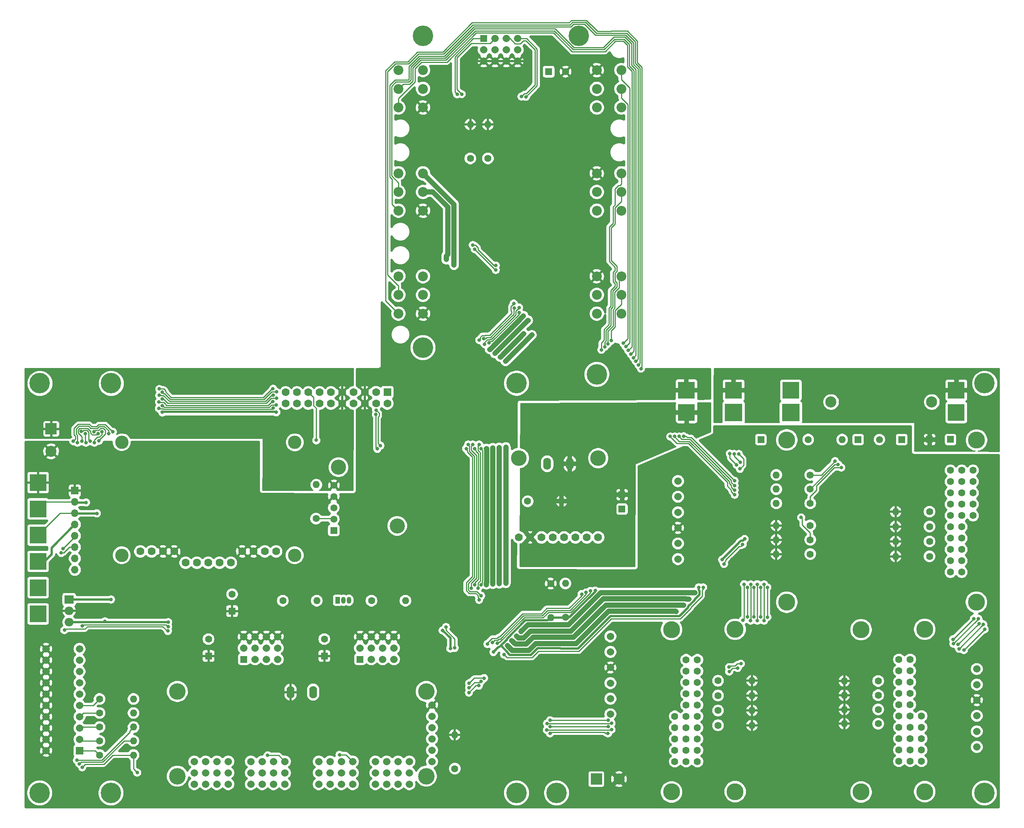
<source format=gbl>
G04 #@! TF.GenerationSoftware,KiCad,Pcbnew,(5.1.10-1-10_14)*
G04 #@! TF.CreationDate,2023-03-19T13:19:43-07:00*
G04 #@! TF.ProjectId,Control_Boards,436f6e74-726f-46c5-9f42-6f617264732e,rev?*
G04 #@! TF.SameCoordinates,Original*
G04 #@! TF.FileFunction,Copper,L2,Bot*
G04 #@! TF.FilePolarity,Positive*
%FSLAX46Y46*%
G04 Gerber Fmt 4.6, Leading zero omitted, Abs format (unit mm)*
G04 Created by KiCad (PCBNEW (5.1.10-1-10_14)) date 2023-03-19 13:19:43*
%MOMM*%
%LPD*%
G01*
G04 APERTURE LIST*
G04 #@! TA.AperFunction,ComponentPad*
%ADD10C,1.600000*%
G04 #@! TD*
G04 #@! TA.AperFunction,ComponentPad*
%ADD11R,1.600000X1.600000*%
G04 #@! TD*
G04 #@! TA.AperFunction,ComponentPad*
%ADD12C,1.670000*%
G04 #@! TD*
G04 #@! TA.AperFunction,ComponentPad*
%ADD13R,1.524000X1.524000*%
G04 #@! TD*
G04 #@! TA.AperFunction,WasherPad*
%ADD14C,3.800000*%
G04 #@! TD*
G04 #@! TA.AperFunction,WasherPad*
%ADD15C,3.698499*%
G04 #@! TD*
G04 #@! TA.AperFunction,ComponentPad*
%ADD16O,1.760000X2.800000*%
G04 #@! TD*
G04 #@! TA.AperFunction,WasherPad*
%ADD17C,4.600000*%
G04 #@! TD*
G04 #@! TA.AperFunction,ComponentPad*
%ADD18R,3.800000X3.800000*%
G04 #@! TD*
G04 #@! TA.AperFunction,ComponentPad*
%ADD19R,2.500000X2.500000*%
G04 #@! TD*
G04 #@! TA.AperFunction,ComponentPad*
%ADD20C,2.500000*%
G04 #@! TD*
G04 #@! TA.AperFunction,ComponentPad*
%ADD21O,2.000000X1.905000*%
G04 #@! TD*
G04 #@! TA.AperFunction,ComponentPad*
%ADD22R,2.000000X1.905000*%
G04 #@! TD*
G04 #@! TA.AperFunction,ComponentPad*
%ADD23O,1.600000X1.600000*%
G04 #@! TD*
G04 #@! TA.AperFunction,ComponentPad*
%ADD24R,1.050000X1.500000*%
G04 #@! TD*
G04 #@! TA.AperFunction,ComponentPad*
%ADD25O,1.050000X1.500000*%
G04 #@! TD*
G04 #@! TA.AperFunction,ComponentPad*
%ADD26C,2.209800*%
G04 #@! TD*
G04 #@! TA.AperFunction,ComponentPad*
%ADD27R,1.670000X1.670000*%
G04 #@! TD*
G04 #@! TA.AperFunction,ComponentPad*
%ADD28R,1.778000X1.778000*%
G04 #@! TD*
G04 #@! TA.AperFunction,ComponentPad*
%ADD29C,1.778000*%
G04 #@! TD*
G04 #@! TA.AperFunction,ComponentPad*
%ADD30O,1.760000X2.700000*%
G04 #@! TD*
G04 #@! TA.AperFunction,WasherPad*
%ADD31O,3.500000X3.500000*%
G04 #@! TD*
G04 #@! TA.AperFunction,ComponentPad*
%ADD32O,1.700000X1.700000*%
G04 #@! TD*
G04 #@! TA.AperFunction,ComponentPad*
%ADD33R,1.700000X1.700000*%
G04 #@! TD*
G04 #@! TA.AperFunction,ComponentPad*
%ADD34C,1.780000*%
G04 #@! TD*
G04 #@! TA.AperFunction,WasherPad*
%ADD35C,3.000000*%
G04 #@! TD*
G04 #@! TA.AperFunction,ComponentPad*
%ADD36C,1.560000*%
G04 #@! TD*
G04 #@! TA.AperFunction,ComponentPad*
%ADD37R,1.560000X1.560000*%
G04 #@! TD*
G04 #@! TA.AperFunction,WasherPad*
%ADD38C,3.400000*%
G04 #@! TD*
G04 #@! TA.AperFunction,ComponentPad*
%ADD39R,4.000000X4.000000*%
G04 #@! TD*
G04 #@! TA.AperFunction,ComponentPad*
%ADD40C,1.550000*%
G04 #@! TD*
G04 #@! TA.AperFunction,ComponentPad*
%ADD41R,1.550000X1.550000*%
G04 #@! TD*
G04 #@! TA.AperFunction,ViaPad*
%ADD42C,0.800000*%
G04 #@! TD*
G04 #@! TA.AperFunction,Conductor*
%ADD43C,0.250000*%
G04 #@! TD*
G04 #@! TA.AperFunction,Conductor*
%ADD44C,0.500000*%
G04 #@! TD*
G04 #@! TA.AperFunction,Conductor*
%ADD45C,1.000000*%
G04 #@! TD*
G04 #@! TA.AperFunction,Conductor*
%ADD46C,1.200000*%
G04 #@! TD*
G04 #@! TA.AperFunction,Conductor*
%ADD47C,0.254000*%
G04 #@! TD*
G04 #@! TA.AperFunction,Conductor*
%ADD48C,0.100000*%
G04 #@! TD*
G04 APERTURE END LIST*
D10*
X74930000Y-152740200D03*
D11*
X74930000Y-156540200D03*
D12*
X90449400Y-152197549D03*
X90449400Y-154737549D03*
X90449400Y-157277549D03*
X87909400Y-152197549D03*
X87909400Y-154737549D03*
X87909400Y-157277549D03*
X85369400Y-152197549D03*
X85369400Y-154737549D03*
X85369400Y-157277549D03*
X82829400Y-152197549D03*
D13*
X82829400Y-157277549D03*
D12*
X82829400Y-154737549D03*
X116535200Y-152197549D03*
X116535200Y-154737549D03*
X116535200Y-157277549D03*
X113995200Y-152197549D03*
X113995200Y-154737549D03*
X113995200Y-157277549D03*
X111455200Y-152197549D03*
X111455200Y-154737549D03*
X111455200Y-157277549D03*
X108915200Y-152197549D03*
D13*
X108915200Y-157277549D03*
D12*
X108915200Y-154737549D03*
D10*
X100914200Y-152740200D03*
D11*
X100914200Y-156540200D03*
D12*
X165100000Y-152121200D03*
X165100000Y-155621200D03*
X165100000Y-159121200D03*
X165100000Y-162621200D03*
X165100000Y-166121200D03*
X165100000Y-169621200D03*
D10*
X182086000Y-157382000D03*
X184626000Y-157382000D03*
X182086000Y-159922000D03*
X184626000Y-159922000D03*
X182086000Y-162462000D03*
X184626000Y-162462000D03*
X182086000Y-165002000D03*
X184626000Y-165002000D03*
X182086000Y-167542000D03*
X184626000Y-167542000D03*
X182086000Y-170082000D03*
X184626000Y-170082000D03*
X182086000Y-172622000D03*
X184626000Y-172622000D03*
X182086000Y-175162000D03*
X184626000Y-175162000D03*
X182086000Y-177702000D03*
X184626000Y-177702000D03*
X182086000Y-180242000D03*
X184626000Y-180242000D03*
X179546000Y-170082000D03*
X179546000Y-172622000D03*
X179546000Y-175162000D03*
X179546000Y-177702000D03*
X179546000Y-180242000D03*
D14*
X178816000Y-150622000D03*
X178816000Y-187071000D03*
X221361000Y-150622000D03*
X221361000Y-187071000D03*
D10*
X232365800Y-157305800D03*
X229825800Y-157305800D03*
X232365800Y-159845800D03*
X229825800Y-159845800D03*
X232365800Y-162385800D03*
X229825800Y-162385800D03*
X232365800Y-164925800D03*
X229825800Y-164925800D03*
X232365800Y-167465800D03*
X229825800Y-167465800D03*
X232365800Y-170005800D03*
X229825800Y-170005800D03*
X232365800Y-172545800D03*
X229825800Y-172545800D03*
X232365800Y-175085800D03*
X229825800Y-175085800D03*
X232365800Y-177625800D03*
X229825800Y-177625800D03*
X232365800Y-180165800D03*
X229825800Y-180165800D03*
X234905800Y-170005800D03*
X234905800Y-172545800D03*
X234905800Y-175085800D03*
X234905800Y-177625800D03*
X234905800Y-180165800D03*
D14*
X235635800Y-150545800D03*
X235635800Y-186994800D03*
X193090800Y-150545800D03*
X193090800Y-186994800D03*
D15*
X123781600Y-183522400D03*
X123781600Y-164490400D03*
X67919600Y-164490400D03*
X67919600Y-183522400D03*
D12*
X125069600Y-180238400D03*
X125069600Y-177698400D03*
X125069600Y-175158400D03*
X125069600Y-172618400D03*
X125069600Y-170078400D03*
X125069600Y-167538400D03*
D16*
X98399600Y-164642800D03*
X93319600Y-164642800D03*
D12*
X119989600Y-180238400D03*
X119989600Y-182778400D03*
X119989600Y-185318400D03*
X117449600Y-180238400D03*
X117449600Y-182778400D03*
X117449600Y-185318400D03*
X114909600Y-180238400D03*
X114909600Y-182778400D03*
X114909600Y-185318400D03*
X112369600Y-180238400D03*
X112369600Y-182778400D03*
X112369600Y-185318400D03*
X107289600Y-180238400D03*
X107289600Y-182778400D03*
X107289600Y-185318400D03*
X104749600Y-180238400D03*
X104749600Y-182778400D03*
X104749600Y-185318400D03*
X102209600Y-180238400D03*
X102209600Y-182778400D03*
X102209600Y-185318400D03*
X99669600Y-180238400D03*
X99669600Y-182778400D03*
X99669600Y-185318400D03*
X92049600Y-180238400D03*
X92049600Y-182778400D03*
X92049600Y-185318400D03*
X89509600Y-180238400D03*
X89509600Y-182778400D03*
X89509600Y-185318400D03*
X86969600Y-180238400D03*
X86969600Y-182778400D03*
X86969600Y-185318400D03*
X84429600Y-180238400D03*
X84429600Y-182778400D03*
X84429600Y-185318400D03*
X79349600Y-180238400D03*
X79349600Y-182778400D03*
X79349600Y-185318400D03*
X76809600Y-180238400D03*
X76809600Y-182778400D03*
X76809600Y-185318400D03*
X74269600Y-180238400D03*
X74269600Y-182778400D03*
X74269600Y-185318400D03*
X71729600Y-180238400D03*
X71729600Y-182778400D03*
X71729600Y-185318400D03*
D17*
X162045400Y-93287600D03*
X123045400Y-87287600D03*
X158045400Y-17287600D03*
X123045400Y-17287600D03*
X37045400Y-187287600D03*
X153045400Y-187287600D03*
X249045400Y-187287600D03*
X249045400Y-95287600D03*
X37045400Y-95287600D03*
X53045400Y-187287600D03*
X144045400Y-187287600D03*
X144045400Y-95287600D03*
X53045400Y-95287600D03*
D18*
X242697000Y-101824800D03*
X242697000Y-96824800D03*
D19*
X161950400Y-184175400D03*
D20*
X167030400Y-184175400D03*
D21*
X43637200Y-148920200D03*
X43637200Y-146380200D03*
D22*
X43637200Y-143840200D03*
D23*
X154101800Y-121742200D03*
D10*
X146481800Y-121742200D03*
D23*
X99212400Y-144119600D03*
D10*
X91592400Y-144119600D03*
D23*
X119126000Y-144119600D03*
D10*
X111506000Y-144119600D03*
D23*
X202311000Y-127228600D03*
D10*
X209931000Y-127228600D03*
D23*
X202311000Y-130441700D03*
D10*
X209931000Y-130441700D03*
D23*
X202311000Y-133654800D03*
D10*
X209931000Y-133654800D03*
D24*
X103886000Y-144018000D03*
D25*
X106426000Y-144018000D03*
X105156000Y-144018000D03*
D26*
X167557200Y-79659480D03*
X167557200Y-75458320D03*
X167557200Y-71257160D03*
X162045400Y-79659480D03*
X162045400Y-75458320D03*
X162045400Y-71257160D03*
D10*
X80213200Y-142656400D03*
D11*
X80213200Y-146456400D03*
D12*
X144297400Y-22987000D03*
X144297400Y-20447000D03*
X144297400Y-17907000D03*
X141757400Y-22987000D03*
X141757400Y-20447000D03*
X141757400Y-17907000D03*
X139217400Y-22987000D03*
X139217400Y-20447000D03*
X139217400Y-17907000D03*
X136677400Y-22987000D03*
D13*
X136677400Y-17907000D03*
D12*
X136677400Y-20447000D03*
X247319800Y-159461800D03*
X247319800Y-162961800D03*
X247319800Y-166461800D03*
X247319800Y-169961800D03*
X247319800Y-173461800D03*
X247319800Y-176961800D03*
X180263800Y-134771800D03*
X180263800Y-131271800D03*
X180263800Y-127771800D03*
X180263800Y-124271800D03*
X180263800Y-120771800D03*
X180263800Y-117271800D03*
X45974000Y-154940000D03*
X45974000Y-157480000D03*
X45974000Y-160020000D03*
X45974000Y-162560000D03*
X45974000Y-165100000D03*
X45974000Y-167640000D03*
X45974000Y-170180000D03*
X45974000Y-172720000D03*
X45974000Y-175260000D03*
D27*
X45974000Y-177800000D03*
D12*
X38474000Y-154940000D03*
X38474000Y-157480000D03*
X38474000Y-160020000D03*
X38474000Y-162560000D03*
X38474000Y-165100000D03*
X38474000Y-167640000D03*
X38474000Y-170180000D03*
X38474000Y-172720000D03*
X38474000Y-175260000D03*
X38474000Y-177800000D03*
D26*
X167557200Y-33380680D03*
X167557200Y-29179520D03*
X167557200Y-24978360D03*
X162045400Y-33380680D03*
X162045400Y-29179520D03*
X162045400Y-24978360D03*
X117533600Y-24973280D03*
X117533600Y-29174440D03*
X117533600Y-33375600D03*
X123045400Y-24973280D03*
X123045400Y-29174440D03*
X123045400Y-33375600D03*
X117533600Y-71252080D03*
X117533600Y-75453240D03*
X117533600Y-79654400D03*
X123045400Y-71252080D03*
X123045400Y-75453240D03*
X123045400Y-79654400D03*
X117533600Y-48138080D03*
X117533600Y-52339240D03*
X117533600Y-56540400D03*
X123045400Y-48138080D03*
X123045400Y-52339240D03*
X123045400Y-56540400D03*
X167557200Y-56545480D03*
X167557200Y-52344320D03*
X167557200Y-48143160D03*
X162045400Y-56545480D03*
X162045400Y-52344320D03*
X162045400Y-48143160D03*
D28*
X115045400Y-97287600D03*
D29*
X115045400Y-99827600D03*
X112505400Y-97287600D03*
X109965400Y-97287600D03*
X107425400Y-97287600D03*
X104885400Y-97287600D03*
X102345400Y-97287600D03*
X99805400Y-97287600D03*
X97265400Y-97287600D03*
X94725400Y-97287600D03*
X92185400Y-97287600D03*
X112505400Y-99827600D03*
X109965400Y-99827600D03*
X107425400Y-99827600D03*
X104885400Y-99827600D03*
X102345400Y-99827600D03*
X99805400Y-99827600D03*
X97265400Y-99827600D03*
X94725400Y-99827600D03*
X92185400Y-99827600D03*
D10*
X155041600Y-25323800D03*
D11*
X151241600Y-25323800D03*
D18*
X36677600Y-147091400D03*
X36677600Y-141193520D03*
X36677600Y-135295640D03*
X36677600Y-129397760D03*
X36677600Y-123499880D03*
D13*
X167690800Y-120281700D03*
X198871840Y-107939840D03*
X220700600Y-107939840D03*
D18*
X36677600Y-117602000D03*
D13*
X167665400Y-123520200D03*
X236702600Y-107899200D03*
X241401600Y-107899200D03*
D23*
X99060000Y-118059200D03*
D10*
X99060000Y-125679200D03*
D29*
X162306000Y-129844800D03*
X159766000Y-129844800D03*
X157226000Y-129844800D03*
X154686000Y-129844800D03*
X152146000Y-129844800D03*
X149606000Y-129844800D03*
X147066000Y-129844800D03*
X144526000Y-129844800D03*
D30*
X155956000Y-113334800D03*
X150876000Y-113334800D03*
D31*
X162306000Y-112064800D03*
X144526000Y-112064800D03*
D32*
X44932600Y-137185400D03*
X44932600Y-134645400D03*
X44932600Y-132105400D03*
X44932600Y-129565400D03*
X44932600Y-127025400D03*
X44932600Y-124485400D03*
X44932600Y-121945400D03*
D33*
X44932600Y-119405400D03*
D34*
X59613800Y-133045200D03*
X62153800Y-133045200D03*
X64693800Y-133045200D03*
X67233800Y-133045200D03*
X69773800Y-135585200D03*
X72313800Y-135585200D03*
X74853800Y-135585200D03*
X77393800Y-135585200D03*
X79933800Y-135585200D03*
D35*
X55443800Y-133925200D03*
X55443800Y-108525200D03*
X94243800Y-108525200D03*
X94243800Y-133925200D03*
D29*
X90093800Y-133045200D03*
X85013800Y-133045200D03*
X87553800Y-133045200D03*
X82473800Y-133045200D03*
D10*
X243952625Y-137702142D03*
X241412625Y-137702142D03*
X243952625Y-135162142D03*
X241412625Y-135162142D03*
X243952625Y-132622142D03*
X241412625Y-132622142D03*
X243952625Y-130082142D03*
X241412625Y-130082142D03*
X243952625Y-127542142D03*
X241412625Y-127542142D03*
X243952625Y-125002142D03*
X241412625Y-125002142D03*
X243952625Y-122462142D03*
X241412625Y-122462142D03*
X243952625Y-119922142D03*
X241412625Y-119922142D03*
X243952625Y-117382142D03*
X241412625Y-117382142D03*
X243952625Y-114842142D03*
X241412625Y-114842142D03*
X246492625Y-125002142D03*
X246492625Y-122462142D03*
X246492625Y-119922142D03*
X246492625Y-117382142D03*
X246492625Y-114842142D03*
D14*
X247222625Y-144462142D03*
X247222625Y-108013142D03*
X204677625Y-144462142D03*
X204677625Y-108013142D03*
D36*
X103022400Y-118186200D03*
X103022400Y-120726200D03*
X103022400Y-123266200D03*
X103022400Y-125806200D03*
D37*
X103022400Y-128346200D03*
D38*
X117252400Y-127316200D03*
X104052400Y-114116200D03*
D20*
X214582200Y-99466400D03*
X237182200Y-99466400D03*
D19*
X39585900Y-105498900D03*
D20*
X39585900Y-110578900D03*
D18*
X182168800Y-101824800D03*
X182168800Y-96824800D03*
D39*
X192709800Y-101824800D03*
D18*
X192709800Y-96824800D03*
D39*
X205562200Y-101824800D03*
D18*
X205562200Y-96824800D03*
D40*
X225479600Y-107939840D03*
D41*
X230479600Y-107939840D03*
D23*
X229108000Y-124129800D03*
D10*
X236728000Y-124129800D03*
D23*
X217576400Y-171729400D03*
D10*
X225196400Y-171729400D03*
D23*
X130175000Y-174218600D03*
D10*
X130175000Y-181838600D03*
D23*
X196875400Y-165421734D03*
D10*
X189255400Y-165421734D03*
D23*
X137617200Y-37185600D03*
D10*
X137617200Y-44805600D03*
D23*
X133680200Y-37185600D03*
D10*
X133680200Y-44805600D03*
D23*
X229108000Y-127474133D03*
D10*
X236728000Y-127474133D03*
D23*
X196875400Y-172110400D03*
D10*
X189255400Y-172110400D03*
D23*
X217576400Y-162153600D03*
D10*
X225196400Y-162153600D03*
D23*
X229108000Y-134162800D03*
D10*
X236728000Y-134162800D03*
D23*
X217576400Y-165345533D03*
D10*
X225196400Y-165345533D03*
D23*
X196875400Y-162077400D03*
D10*
X189255400Y-162077400D03*
D23*
X196875400Y-168766067D03*
D10*
X189255400Y-168766067D03*
D23*
X58089800Y-166192200D03*
D10*
X50469800Y-166192200D03*
D23*
X229108000Y-130818466D03*
D10*
X236728000Y-130818466D03*
D23*
X58089800Y-172491400D03*
D10*
X50469800Y-172491400D03*
D23*
X151714200Y-147878800D03*
D10*
X151714200Y-140258800D03*
D23*
X217103960Y-107939840D03*
D10*
X209483960Y-107939840D03*
D23*
X202311000Y-122250200D03*
D10*
X209931000Y-122250200D03*
D23*
X202311000Y-119062500D03*
D10*
X209931000Y-119062500D03*
D23*
X202311000Y-115874800D03*
D10*
X209931000Y-115874800D03*
D23*
X155016200Y-140233400D03*
D10*
X155016200Y-147853400D03*
D23*
X58089800Y-178790600D03*
D10*
X50469800Y-178790600D03*
D23*
X58089800Y-169341800D03*
D10*
X50469800Y-169341800D03*
D23*
X58064400Y-175590200D03*
D10*
X50444400Y-175590200D03*
D23*
X217576400Y-168537466D03*
D10*
X225196400Y-168537466D03*
D42*
X45377100Y-179920900D03*
X159689800Y-137718800D03*
X163836694Y-87111804D03*
X179513214Y-107211458D03*
X192981690Y-119313203D03*
X198780400Y-147764020D03*
X198780400Y-141116200D03*
X49872900Y-124510800D03*
X53035200Y-143840200D03*
X158651558Y-142626204D03*
X137515600Y-153847800D03*
X130174351Y-154722379D03*
X128206500Y-150037800D03*
X89416699Y-97951598D03*
X63829156Y-98002398D03*
X49216357Y-106147836D03*
X50332309Y-108231609D03*
X215519000Y-112776000D03*
X249091487Y-150545516D03*
X244427859Y-155215741D03*
X164566600Y-173902200D03*
X151540257Y-173902200D03*
X89412073Y-100851600D03*
X63767134Y-100902400D03*
X53412059Y-106167859D03*
X44579100Y-108319335D03*
X190181298Y-134910898D03*
X138849100Y-155651200D03*
X184926931Y-141111931D03*
X195231740Y-130251200D03*
X129184400Y-154863800D03*
X127457200Y-150799800D03*
X161705510Y-141835034D03*
X65862200Y-148920200D03*
X51670676Y-148770210D03*
X47461000Y-122059700D03*
X90095506Y-101766200D03*
X64528517Y-101804559D03*
X207910600Y-125425200D03*
X216211361Y-113508446D03*
X248783502Y-149451033D03*
X243334180Y-154899786D03*
X165352347Y-173080581D03*
X150850600Y-173177200D03*
X90124361Y-100149710D03*
X64565811Y-100300636D03*
X52508955Y-106597286D03*
X45528064Y-108634724D03*
X216918470Y-114215554D03*
X247802582Y-149256611D03*
X243132459Y-153920341D03*
X164575934Y-172410554D03*
X151576704Y-172417401D03*
X90188338Y-98676599D03*
X64559871Y-98826136D03*
X50108242Y-106600103D03*
X46475029Y-108313380D03*
X171960662Y-92016606D03*
X192897684Y-111159806D03*
X194259200Y-113059816D03*
X167970151Y-86268183D03*
X195106372Y-140424111D03*
X194843400Y-148488400D03*
X197319999Y-141108777D03*
X197307200Y-147764020D03*
X194381210Y-158271315D03*
X191737339Y-159038955D03*
X169679119Y-88731985D03*
X164556966Y-86418110D03*
X180513198Y-107217550D03*
X192981690Y-118313200D03*
X199590989Y-140436408D03*
X199593200Y-148615400D03*
X171415961Y-91177974D03*
X191901755Y-111069649D03*
X193429599Y-113618175D03*
X165277800Y-85725000D03*
X181511512Y-107159488D03*
X192981690Y-117221000D03*
X200324397Y-141116200D03*
X200330866Y-147788354D03*
X168558480Y-87076807D03*
X195834487Y-141109569D03*
X195834000Y-147764020D03*
X170260258Y-89545791D03*
X169090804Y-87923350D03*
X196576886Y-140439608D03*
X196570600Y-148615400D03*
X193656210Y-159232601D03*
X191756200Y-160045400D03*
X192981690Y-120313206D03*
X178513231Y-107217550D03*
X163086738Y-87773295D03*
X198069200Y-148615400D03*
X198050590Y-140425959D03*
X170830584Y-90367211D03*
X104323070Y-178725224D03*
X88178243Y-178851957D03*
X146151600Y-30962600D03*
X143410261Y-77397541D03*
X133911999Y-141311891D03*
X134186989Y-109036566D03*
X135677243Y-85595384D03*
X145153323Y-30903878D03*
X143511931Y-78392361D03*
X134636999Y-140520800D03*
X134637584Y-110007400D03*
X136666218Y-85293616D03*
X131724400Y-30374440D03*
X134682846Y-65201800D03*
X139382876Y-69850000D03*
X144602200Y-78282800D03*
X135362000Y-141288309D03*
X135636990Y-109028429D03*
X136882187Y-86488748D03*
X130711746Y-30387091D03*
X134232836Y-64248221D03*
X139382876Y-68849997D03*
X144602200Y-79400400D03*
X136087585Y-109994080D03*
X136087000Y-140549811D03*
X137853443Y-86204699D03*
X246681786Y-148135814D03*
X242002159Y-152790041D03*
X164584865Y-170960553D03*
X151561800Y-170967400D03*
X42308630Y-132394023D03*
X89382600Y-96494600D03*
X63842370Y-96552397D03*
X46367170Y-106115680D03*
X48355055Y-108315146D03*
X247685857Y-148182448D03*
X242090956Y-153786092D03*
X165355959Y-171630580D03*
X150874054Y-171693354D03*
X41858620Y-133388100D03*
X90171142Y-97226598D03*
X64559391Y-97319199D03*
X47256644Y-106572669D03*
X47414722Y-108655407D03*
X160609488Y-141941094D03*
X139750800Y-153708100D03*
X112522241Y-101316507D03*
X136039820Y-162222099D03*
X133392456Y-163693756D03*
X113493933Y-109295100D03*
X133187268Y-109060262D03*
X136087000Y-143002000D03*
X159645844Y-142268328D03*
X138620500Y-153530300D03*
X112483683Y-102315765D03*
X135589810Y-163195000D03*
X133352209Y-164759309D03*
X112801400Y-110020100D03*
X132737573Y-109973785D03*
X135636990Y-143928230D03*
X89372121Y-99401599D03*
X133402915Y-162657991D03*
X136768245Y-161507065D03*
X63780257Y-99452399D03*
X51003098Y-106153745D03*
X49307432Y-108620076D03*
X138709400Y-140385800D03*
X138709400Y-109829600D03*
X139192000Y-88595200D03*
X146634200Y-81178400D03*
X142951200Y-153060400D03*
X181533800Y-145161000D03*
X137287000Y-140512800D03*
X137287000Y-109956600D03*
X138023600Y-87680800D03*
X145592800Y-80162400D03*
X142011400Y-154203400D03*
X179832000Y-146558000D03*
X128270000Y-67513200D03*
X130022600Y-68757800D03*
X141630400Y-109626400D03*
X141554200Y-90347800D03*
X141630400Y-140182600D03*
X147472400Y-84455000D03*
X145034000Y-151053800D03*
X184048400Y-142316200D03*
X140157200Y-140284200D03*
X140157200Y-109728000D03*
X140385800Y-89382600D03*
X145643600Y-84201000D03*
X144043400Y-152044400D03*
X182727600Y-143764000D03*
X99060000Y-108077000D03*
X65862200Y-149920203D03*
X46620600Y-149758399D03*
X45939411Y-180747828D03*
X42571562Y-150734038D03*
X65799095Y-150918212D03*
X193897687Y-111159806D03*
X194167212Y-114509817D03*
X194785871Y-131499941D03*
X190596160Y-135869875D03*
X185926923Y-141116200D03*
X141235574Y-156223825D03*
X46573674Y-181520947D03*
X58907253Y-182722947D03*
D43*
X57289801Y-173635601D02*
X51004502Y-179920900D01*
X57289801Y-173291399D02*
X57289801Y-173635601D01*
X58089800Y-172491400D02*
X57289801Y-173291399D01*
X51004502Y-179920900D02*
X45377100Y-179920900D01*
X37185600Y-135737600D02*
X37185600Y-135296602D01*
D44*
X37185600Y-135737600D02*
X37185600Y-135521602D01*
X39725600Y-133705600D02*
X38135560Y-135295640D01*
X38135560Y-135295640D02*
X36677600Y-135295640D01*
X39725600Y-132232400D02*
X39725600Y-133705600D01*
X44932600Y-127025400D02*
X39725600Y-132232400D01*
X104885400Y-97287600D02*
X104885400Y-101608800D01*
X104885400Y-97287600D02*
X104885400Y-95208000D01*
D45*
X182168800Y-96824800D02*
X184810400Y-96824800D01*
X182168800Y-94208600D02*
X182168800Y-96824800D01*
X182168800Y-96824800D02*
X179222400Y-96824800D01*
X167030400Y-184175400D02*
X165557200Y-182702200D01*
X167030400Y-184175400D02*
X168605200Y-182600600D01*
X167030400Y-184175400D02*
X165582600Y-185623200D01*
X167030400Y-184175400D02*
X168529000Y-185674000D01*
D44*
X109965400Y-97287600D02*
X109965400Y-101634200D01*
X109965400Y-97287600D02*
X109965400Y-95436600D01*
X136677400Y-22987000D02*
X145872200Y-22987000D01*
X136677400Y-22987000D02*
X134848600Y-22987000D01*
D43*
X164102789Y-85799285D02*
X163831965Y-86070109D01*
X164102789Y-83383941D02*
X164102789Y-85799285D01*
X163831965Y-86070109D02*
X163831965Y-87107075D01*
X165227279Y-82259451D02*
X164102789Y-83383941D01*
X165640590Y-78187016D02*
X165227279Y-78600327D01*
X165640590Y-74622266D02*
X165640590Y-78187016D01*
X166127299Y-72274299D02*
X166598600Y-72745600D01*
X166598600Y-72745600D02*
X166598600Y-73664256D01*
X163831965Y-87107075D02*
X163836694Y-87111804D01*
X165276399Y-60369151D02*
X165276399Y-67714999D01*
X166127299Y-70570807D02*
X166127299Y-72274299D01*
X166598600Y-70099506D02*
X166127299Y-70570807D01*
X165276399Y-67714999D02*
X166598600Y-69037200D01*
X166127299Y-59518251D02*
X165276399Y-60369151D01*
X166598600Y-69037200D02*
X166598600Y-70099506D01*
X165227279Y-78600327D02*
X165227279Y-82259451D01*
X166127299Y-55859127D02*
X166127299Y-59518251D01*
X167557200Y-54429226D02*
X166127299Y-55859127D01*
X166598600Y-73664256D02*
X165640590Y-74622266D01*
X167557200Y-52344320D02*
X167557200Y-54429226D01*
X182825728Y-108334498D02*
X190006639Y-115515409D01*
X179513214Y-107290568D02*
X180557145Y-108334499D01*
X180557145Y-108334499D02*
X182825728Y-108334498D01*
X179513214Y-107211458D02*
X179513214Y-107290568D01*
X190281632Y-115790402D02*
X190281632Y-115793762D01*
X190006639Y-115515409D02*
X190281632Y-115790402D01*
X191806679Y-117318809D02*
X191806679Y-117774599D01*
X190281632Y-115793762D02*
X191806679Y-117318809D01*
X192256689Y-118661201D02*
X192633689Y-119038201D01*
X192706688Y-119038201D02*
X192981690Y-119313203D01*
X192256689Y-118224609D02*
X192256689Y-118661201D01*
X192633689Y-119038201D02*
X192706688Y-119038201D01*
X191806679Y-117774599D02*
X192256689Y-118224609D01*
X198775590Y-147759210D02*
X198780400Y-147764020D01*
X198780400Y-141116200D02*
X198780400Y-147764020D01*
X49847500Y-124485400D02*
X49872900Y-124510800D01*
D44*
X43637200Y-143840200D02*
X51219100Y-143840200D01*
X51219100Y-143840200D02*
X53035200Y-143840200D01*
X44958000Y-124510800D02*
X44932600Y-124485400D01*
X49872900Y-124510800D02*
X44958000Y-124510800D01*
D43*
X41589960Y-124485400D02*
X36677600Y-129397760D01*
X44932600Y-124485400D02*
X41589960Y-124485400D01*
X137515600Y-153562198D02*
X137515600Y-153847800D01*
X138544709Y-152533089D02*
X137515600Y-153562198D01*
X158648400Y-142629362D02*
X158648400Y-143018258D01*
X140239026Y-152201630D02*
X139935060Y-152201630D01*
X145410496Y-147030160D02*
X140239026Y-152201630D01*
X139935060Y-152201630D02*
X139603601Y-152533089D01*
X158648400Y-143018258D02*
X155838279Y-145828379D01*
X149625018Y-147030160D02*
X145410496Y-147030160D01*
X150826798Y-145828380D02*
X149625018Y-147030160D01*
X139603601Y-152533089D02*
X138544709Y-152533089D01*
X155838279Y-145828379D02*
X150826798Y-145828380D01*
X158651558Y-142626204D02*
X158648400Y-142629362D01*
X128182201Y-150062099D02*
X128206500Y-150037800D01*
X128182201Y-150711615D02*
X128182201Y-150062099D01*
X130174351Y-152703765D02*
X128182201Y-150711615D01*
X130174351Y-154722379D02*
X130174351Y-152703765D01*
X87706350Y-99326550D02*
X66112847Y-99326550D01*
X89081302Y-97951598D02*
X87706350Y-99326550D01*
X89416699Y-97951598D02*
X89081302Y-97951598D01*
X63927893Y-98101135D02*
X63829156Y-98002398D01*
X63870958Y-98044200D02*
X63829156Y-98002398D01*
X64830497Y-98044200D02*
X63870958Y-98044200D01*
X66112847Y-99326550D02*
X64830497Y-98044200D01*
X50654256Y-105428744D02*
X50368200Y-105714800D01*
X50368200Y-105714800D02*
X50369041Y-105714800D01*
X51728099Y-105805744D02*
X51351099Y-105428744D01*
X51728099Y-106501746D02*
X51728099Y-105805744D01*
X51351099Y-105428744D02*
X50654256Y-105428744D01*
X51714400Y-106515445D02*
X51728099Y-106501746D01*
X49489091Y-105875102D02*
X49216357Y-106147836D01*
X50208739Y-105875102D02*
X49489091Y-105875102D01*
X50369041Y-105714800D02*
X50208739Y-105875102D01*
X51714400Y-106703357D02*
X51714400Y-106515445D01*
X50332309Y-108085448D02*
X51714400Y-106703357D01*
X50332309Y-108231609D02*
X50332309Y-108085448D01*
X212420200Y-115874800D02*
X215519000Y-112776000D01*
X209931000Y-115874800D02*
X212420200Y-115874800D01*
X244427859Y-155209144D02*
X244427859Y-155215741D01*
X249091487Y-150545516D02*
X244427859Y-155209144D01*
X164000915Y-173902200D02*
X163725925Y-173627210D01*
X164566600Y-173902200D02*
X164000915Y-173902200D01*
X163725925Y-173627210D02*
X152323800Y-173627210D01*
X151815247Y-173627210D02*
X151540257Y-173902200D01*
X152323800Y-173627210D02*
X151815247Y-173627210D01*
X89412073Y-100884727D02*
X89170210Y-101126590D01*
X89412073Y-100851600D02*
X89412073Y-100884727D01*
X89170210Y-101126590D02*
X80340200Y-101126590D01*
X80340200Y-101126590D02*
X66268600Y-101126590D01*
X66268600Y-101126590D02*
X65138300Y-101126590D01*
X63892133Y-101027399D02*
X63767134Y-100902400D01*
X64686201Y-101027399D02*
X63892133Y-101027399D01*
X64785392Y-101126590D02*
X64686201Y-101027399D01*
X65138300Y-101126590D02*
X64785392Y-101126590D01*
X52958964Y-105763789D02*
X51723899Y-104528724D01*
X53007990Y-105763790D02*
X52958964Y-105763789D01*
X53412059Y-106167859D02*
X53007990Y-105763790D01*
X50244765Y-104528725D02*
X49800665Y-104972825D01*
X51723899Y-104528724D02*
X50244765Y-104528725D01*
X48653901Y-104972825D02*
X48171734Y-104490660D01*
X49800665Y-104972825D02*
X48653901Y-104972825D01*
X48171734Y-104490660D02*
X45646367Y-104490661D01*
X44742150Y-105394880D02*
X44742151Y-106836483D01*
X45646367Y-104490661D02*
X44742150Y-105394880D01*
X44742151Y-106836483D02*
X45078054Y-107172386D01*
X45078054Y-107820381D02*
X44579100Y-108319335D01*
X45078054Y-107172386D02*
X45078054Y-107820381D01*
D44*
X190181298Y-134910898D02*
X193748796Y-131343400D01*
X193748796Y-131343400D02*
X193748796Y-131334934D01*
X193935870Y-131156326D02*
X193935870Y-131091940D01*
X194833000Y-130649940D02*
X195231740Y-130251200D01*
X194377870Y-130649940D02*
X194833000Y-130649940D01*
X193935870Y-131091940D02*
X194377870Y-130649940D01*
X193748796Y-131343400D02*
X193935870Y-131156326D01*
X155016200Y-147523200D02*
X155016200Y-147853400D01*
X154990800Y-147878800D02*
X155016200Y-147853400D01*
X151714200Y-147878800D02*
X154990800Y-147878800D01*
X161705510Y-141835034D02*
X161705510Y-142047154D01*
X155899264Y-147853400D02*
X155016200Y-147853400D01*
X161705510Y-142047154D02*
X155899264Y-147853400D01*
X129184400Y-154863800D02*
X129184400Y-152527000D01*
X140961391Y-153768471D02*
X140948431Y-153768471D01*
X139942199Y-154558101D02*
X138849100Y-155651200D01*
X140158801Y-154558101D02*
X139942199Y-154558101D01*
X141901191Y-152625471D02*
X141901191Y-152828671D01*
X141901191Y-152828671D02*
X140961391Y-153768471D01*
X151087810Y-148505190D02*
X146021472Y-148505190D01*
X146021472Y-148505190D02*
X141901191Y-152625471D01*
X151714200Y-147878800D02*
X151087810Y-148505190D01*
X140532201Y-154209139D02*
X140532201Y-154184701D01*
X142085575Y-155762513D02*
X140532201Y-154209139D01*
X148760610Y-154805240D02*
X147262011Y-156303839D01*
X153941149Y-154863800D02*
X153882589Y-154805240D01*
X179290840Y-147566240D02*
X165096037Y-147566240D01*
X179332609Y-147608009D02*
X179290840Y-147566240D01*
X153882589Y-154805240D02*
X148760610Y-154805240D01*
X140532201Y-154184701D02*
X140158801Y-154558101D01*
X180266929Y-147608009D02*
X179332609Y-147608009D01*
X180605738Y-147574000D02*
X180300938Y-147574000D01*
X182583809Y-145392729D02*
X182583809Y-145595929D01*
X183972200Y-143877338D02*
X183972200Y-144004338D01*
X182583809Y-145595929D02*
X180605738Y-147574000D01*
X142498939Y-156303839D02*
X142085575Y-155890475D01*
X142085575Y-155890475D02*
X142085575Y-155762513D01*
X165096037Y-147566240D02*
X157798477Y-154863800D01*
X183972200Y-144004338D02*
X182583809Y-145392729D01*
X147262011Y-156303839D02*
X142498939Y-156303839D01*
X157798477Y-154863800D02*
X153941149Y-154863800D01*
X180300938Y-147574000D02*
X180266929Y-147608009D01*
X185098410Y-141881272D02*
X185098410Y-142751128D01*
X140948431Y-153768471D02*
X140532201Y-154184701D01*
X185098410Y-142751128D02*
X183972200Y-143877338D01*
X184926931Y-141709793D02*
X185098410Y-141881272D01*
X184926931Y-141111931D02*
X184926931Y-141709793D01*
X129184400Y-152527000D02*
X127457200Y-150799800D01*
X47486199Y-148908399D02*
X47498000Y-148920200D01*
X43649001Y-148908399D02*
X47486199Y-148908399D01*
X43637200Y-148920200D02*
X43649001Y-148908399D01*
X51532487Y-148908399D02*
X51670676Y-148770210D01*
X47486199Y-148908399D02*
X51532487Y-148908399D01*
X51820666Y-148920200D02*
X51670676Y-148770210D01*
X65862200Y-148920200D02*
X51820666Y-148920200D01*
X64631476Y-101701600D02*
X90030906Y-101701600D01*
X90030906Y-101701600D02*
X90095506Y-101766200D01*
X64528517Y-101804559D02*
X64631476Y-101701600D01*
X45046900Y-122059700D02*
X44932600Y-121945400D01*
X47461000Y-122059700D02*
X45046900Y-122059700D01*
D43*
X36885880Y-123291600D02*
X36677600Y-123499880D01*
X38232080Y-121945400D02*
X36677600Y-123499880D01*
X44932600Y-121945400D02*
X38232080Y-121945400D01*
X209931000Y-128893602D02*
X208127600Y-127090202D01*
X209931000Y-130441700D02*
X209931000Y-128893602D01*
X208127600Y-125642200D02*
X207910600Y-125425200D01*
X208127600Y-127090202D02*
X208127600Y-125642200D01*
X212606600Y-116386900D02*
X212606601Y-116324809D01*
X209931000Y-119062500D02*
X212606600Y-116386900D01*
X216203916Y-113501001D02*
X216211361Y-113508446D01*
X215430409Y-113501001D02*
X216203916Y-113501001D01*
X212606601Y-116324809D02*
X215430409Y-113501001D01*
X243334749Y-154899786D02*
X243334180Y-154899786D01*
X248783502Y-149451033D02*
X243334749Y-154899786D01*
X165352347Y-173080581D02*
X165255728Y-173177200D01*
X165255728Y-173177200D02*
X150850600Y-173177200D01*
X88515320Y-100676580D02*
X64971792Y-100676580D01*
X89065300Y-100126600D02*
X88515320Y-100676580D01*
X89725300Y-100126600D02*
X89065300Y-100126600D01*
X89748410Y-100149710D02*
X89725300Y-100126600D01*
X64971792Y-100676580D02*
X64595848Y-100300636D01*
X90124361Y-100149710D02*
X89748410Y-100149710D01*
X50431166Y-104978734D02*
X49984808Y-105425092D01*
X52508955Y-105950190D02*
X51537499Y-104978734D01*
X51537499Y-104978734D02*
X50431166Y-104978734D01*
X52508955Y-106597286D02*
X52508955Y-105950190D01*
X49564358Y-105422835D02*
X48467501Y-105422835D01*
X49566615Y-105425092D02*
X49564358Y-105422835D01*
X49984808Y-105425092D02*
X49566615Y-105425092D01*
X45192159Y-105581279D02*
X45192160Y-106650082D01*
X45832768Y-104940670D02*
X45192159Y-105581279D01*
X47985335Y-104940669D02*
X45832768Y-104940670D01*
X48467501Y-105422835D02*
X47985335Y-104940669D01*
X45192160Y-106650082D02*
X45528064Y-106985986D01*
X45528064Y-106985986D02*
X45528064Y-108634724D01*
X211328000Y-119330502D02*
X211328000Y-118301910D01*
X209931000Y-120727502D02*
X211328000Y-119330502D01*
X209931000Y-122250200D02*
X209931000Y-120727502D01*
X214249000Y-115380910D02*
X214249000Y-115318820D01*
X211328000Y-118301910D02*
X214249000Y-115380910D01*
X216577255Y-114215554D02*
X216918470Y-114215554D01*
X215863360Y-114233447D02*
X216559362Y-114233447D01*
X215845467Y-114215554D02*
X215863360Y-114233447D01*
X216559362Y-114233447D02*
X216577255Y-114215554D01*
X215352266Y-114215554D02*
X215845467Y-114215554D01*
X214249000Y-115318820D02*
X215352266Y-114215554D01*
X243138852Y-153920341D02*
X243132459Y-153920341D01*
X247802582Y-149256611D02*
X243138852Y-153920341D01*
X151583551Y-172410554D02*
X151576704Y-172417401D01*
X164575934Y-172410554D02*
X151583551Y-172410554D01*
X64800723Y-98826136D02*
X64559871Y-98826136D01*
X89024120Y-98676598D02*
X87924158Y-99776560D01*
X65740821Y-99766234D02*
X64800723Y-98826136D01*
X65740822Y-99776560D02*
X65740821Y-99766234D01*
X87924158Y-99776560D02*
X65740822Y-99776560D01*
X90188338Y-98676599D02*
X89024120Y-98676598D01*
X48868356Y-106872837D02*
X48491356Y-106495837D01*
X49835508Y-106872837D02*
X48868356Y-106872837D01*
X50108242Y-106600103D02*
X49835508Y-106872837D01*
X48491356Y-106495837D02*
X48491356Y-106083100D01*
X46019169Y-105390679D02*
X47798935Y-105390679D01*
X45642169Y-105767679D02*
X46019169Y-105390679D01*
X45642169Y-106463681D02*
X45642169Y-105767679D01*
X47798935Y-105390679D02*
X48491356Y-106083100D01*
X46475029Y-107296541D02*
X45642169Y-106463681D01*
X46475029Y-107296541D02*
X46475029Y-108313380D01*
X114651770Y-76772570D02*
X114651770Y-71122914D01*
X117533600Y-79654400D02*
X114651770Y-76772570D01*
X114651770Y-71122914D02*
X114651770Y-59867800D01*
X114651770Y-59867800D02*
X114651770Y-35204400D01*
X114651770Y-35204400D02*
X114651771Y-25102445D01*
X116660847Y-23093369D02*
X118810179Y-23093369D01*
X114651771Y-25102445D02*
X116660847Y-23093369D01*
X119627007Y-23093369D02*
X121812816Y-20907560D01*
X118810179Y-23093369D02*
X119627007Y-23093369D01*
X127497590Y-20907560D02*
X134079550Y-14325600D01*
X121812816Y-20907560D02*
X127497590Y-20907560D01*
X134079550Y-14325600D02*
X141833600Y-14325600D01*
X156412600Y-13762580D02*
X159678203Y-13762581D01*
X155849578Y-14325600D02*
X156412600Y-13762580D01*
X141833600Y-14325600D02*
X155849578Y-14325600D01*
X159678203Y-13762581D02*
X160732610Y-14816988D01*
X160816188Y-14816988D02*
X162218780Y-16219580D01*
X160732610Y-14816988D02*
X160816188Y-14816988D01*
X165326125Y-16200633D02*
X168907334Y-16200634D01*
X165307176Y-16219580D02*
X165326125Y-16200633D01*
X162218780Y-16219580D02*
X165307176Y-16219580D01*
X168907334Y-16200634D02*
X171173651Y-18466951D01*
X171173651Y-23296507D02*
X172161670Y-24284526D01*
X171173651Y-18466951D02*
X171173651Y-23296507D01*
X172161670Y-24284526D02*
X172161670Y-26339800D01*
X172161670Y-26339800D02*
X172161670Y-37897270D01*
X172161670Y-37897270D02*
X172161670Y-78511870D01*
X172161670Y-78511870D02*
X172161670Y-79959200D01*
X172161670Y-79959200D02*
X172161670Y-90906130D01*
X172161670Y-91815598D02*
X171960662Y-92016606D01*
X172161670Y-90906130D02*
X172161670Y-91815598D01*
X192897684Y-111698300D02*
X194259200Y-113059816D01*
X192897684Y-111159806D02*
X192897684Y-111698300D01*
X167557200Y-31264426D02*
X169011600Y-32718826D01*
X167557200Y-29179520D02*
X167557200Y-31264426D01*
X169011600Y-32718826D02*
X169011600Y-69875400D01*
X169011600Y-69875400D02*
X168987101Y-69899899D01*
X168987101Y-85251233D02*
X167970151Y-86268183D01*
X168987101Y-75562689D02*
X168987101Y-85251233D01*
X169011600Y-75538190D02*
X168987101Y-75562689D01*
X169011600Y-69875400D02*
X169011600Y-75538190D01*
X195097400Y-148234400D02*
X194843400Y-148488400D01*
X195106372Y-141454456D02*
X195097400Y-141463428D01*
X195097400Y-141463428D02*
X195097400Y-148234400D01*
X195106372Y-140424111D02*
X195106372Y-141454456D01*
X197319999Y-147751221D02*
X197307200Y-147764020D01*
X197319999Y-141108777D02*
X197319999Y-147751221D01*
X193544494Y-158271315D02*
X193033218Y-158782591D01*
X194381210Y-158271315D02*
X193544494Y-158271315D01*
X191993703Y-158782591D02*
X191737339Y-159038955D01*
X193033218Y-158782591D02*
X191993703Y-158782591D01*
X170361630Y-87508093D02*
X170361630Y-88049474D01*
X170361630Y-88049474D02*
X169679119Y-88731985D01*
X170361630Y-83439000D02*
X170361630Y-87508093D01*
X170361630Y-76129580D02*
X170361630Y-83439000D01*
X170361630Y-30319000D02*
X170361630Y-76129580D01*
X170361630Y-28594876D02*
X170361630Y-30319000D01*
X169373611Y-19212551D02*
X169373611Y-24042107D01*
X170361630Y-25030126D02*
X170361630Y-28594876D01*
X169373611Y-24042107D02*
X170361630Y-25030126D01*
X159893000Y-20362611D02*
X163709779Y-20362611D01*
X168161730Y-18000670D02*
X169373611Y-19212551D01*
X163709779Y-20362611D02*
X166071721Y-18000669D01*
X166071721Y-18000669D02*
X168161730Y-18000670D01*
X156708401Y-20362611D02*
X159893000Y-20362611D01*
X152481980Y-16136190D02*
X156708401Y-20362611D01*
X145110200Y-16136190D02*
X152481980Y-16136190D01*
X134814600Y-16136190D02*
X145110200Y-16136190D01*
X122558416Y-22707600D02*
X128243190Y-22707600D01*
X128243190Y-22707600D02*
X134814600Y-16136190D01*
X120784190Y-27403694D02*
X120784191Y-24481825D01*
X120784191Y-24481825D02*
X122558416Y-22707600D01*
X117533600Y-29174440D02*
X118638499Y-28069541D01*
X118638499Y-28069541D02*
X120118343Y-28069541D01*
X120118343Y-28069541D02*
X120784190Y-27403694D01*
X166090600Y-78373416D02*
X165677289Y-78786727D01*
X166090600Y-74808666D02*
X166090600Y-78373416D01*
X164552799Y-86413943D02*
X164556966Y-86418110D01*
X164552799Y-83570341D02*
X164552799Y-86413943D01*
X165677289Y-82445851D02*
X164552799Y-83570341D01*
X165677289Y-78786727D02*
X165677289Y-82445851D01*
X166090600Y-74808666D02*
X167048610Y-73850656D01*
X167048610Y-71765750D02*
X167557200Y-71257160D01*
X167048610Y-73850656D02*
X167048610Y-71765750D01*
X181163511Y-107884489D02*
X183012129Y-107884489D01*
X183012129Y-107884489D02*
X190456649Y-115329009D01*
X180786511Y-107507489D02*
X181163511Y-107884489D01*
X180513198Y-107217550D02*
X180547350Y-107217550D01*
X180786511Y-107456711D02*
X180786511Y-107507489D01*
X180547350Y-107217550D02*
X180786511Y-107456711D01*
X190731640Y-115604000D02*
X190731641Y-115607361D01*
X190456649Y-115329009D02*
X190731640Y-115604000D01*
X192256689Y-117588199D02*
X192981690Y-118313200D01*
X192256689Y-117132409D02*
X192256689Y-117588199D01*
X190731641Y-115607361D02*
X192256689Y-117132409D01*
X199590989Y-148613189D02*
X199593200Y-148615400D01*
X199590989Y-140436408D02*
X199590989Y-148613189D01*
X117533600Y-73368334D02*
X115101780Y-70936514D01*
X117533600Y-75453240D02*
X117533600Y-73368334D01*
X116847247Y-23543379D02*
X118996579Y-23543379D01*
X115101780Y-25288846D02*
X116847247Y-23543379D01*
X115101780Y-70936514D02*
X115101780Y-25288846D01*
X118996579Y-23543379D02*
X119813407Y-23543379D01*
X119813407Y-23543379D02*
X121999216Y-21357570D01*
X121999216Y-21357570D02*
X127683990Y-21357570D01*
X127683990Y-21357570D02*
X134255400Y-14786160D01*
X134255400Y-14786160D02*
X142646400Y-14786160D01*
X159491802Y-14212590D02*
X160546209Y-15266997D01*
X156598999Y-14212589D02*
X159491802Y-14212590D01*
X156025428Y-14786160D02*
X156598999Y-14212589D01*
X142646400Y-14786160D02*
X156025428Y-14786160D01*
X160546209Y-15266997D02*
X161717406Y-16438194D01*
X161717406Y-16438194D02*
X161948802Y-16669590D01*
X165512524Y-16650642D02*
X168720933Y-16650643D01*
X165493576Y-16669590D02*
X165512524Y-16650642D01*
X161948802Y-16669590D02*
X165493576Y-16669590D01*
X168720933Y-16650643D02*
X170723641Y-18653351D01*
X170723641Y-23482907D02*
X171711660Y-24470926D01*
X170723641Y-18653351D02*
X170723641Y-23482907D01*
X171711660Y-24470926D02*
X171711660Y-26898600D01*
X171711660Y-26898600D02*
X171711660Y-75570380D01*
X171711660Y-75570380D02*
X171711660Y-80594200D01*
X171711660Y-80594200D02*
X171711660Y-89728532D01*
X171711660Y-89728532D02*
X171711660Y-90272511D01*
X171711660Y-90882275D02*
X171415961Y-91177974D01*
X171711660Y-90272511D02*
X171711660Y-90882275D01*
X191901755Y-112090331D02*
X193429599Y-113618175D01*
X191901755Y-111069649D02*
X191901755Y-112090331D01*
X167557200Y-77543226D02*
X166127299Y-78973127D01*
X167557200Y-75458320D02*
X167557200Y-77543226D01*
X165276399Y-85723599D02*
X165277800Y-85725000D01*
X165276399Y-83483151D02*
X165276399Y-85723599D01*
X166127299Y-82632251D02*
X165276399Y-83483151D01*
X166127299Y-78973127D02*
X166127299Y-82632251D01*
X182077197Y-107159488D02*
X182352188Y-107434479D01*
X181511512Y-107159488D02*
X182077197Y-107159488D01*
X182352188Y-107434479D02*
X183198530Y-107434480D01*
X183198530Y-107434480D02*
X191181650Y-115417600D01*
X191181650Y-115420960D02*
X192981690Y-117221000D01*
X191181650Y-115417600D02*
X191181650Y-115420960D01*
X200324397Y-147781885D02*
X200330866Y-147788354D01*
X200324397Y-141116200D02*
X200324397Y-147781885D01*
X167557200Y-27063266D02*
X169461610Y-28967676D01*
X167557200Y-24978360D02*
X167557200Y-27063266D01*
X169461610Y-28967676D02*
X169461610Y-32532426D01*
X169461610Y-75724590D02*
X169437111Y-75749089D01*
X169461610Y-32532426D02*
X169461610Y-75724590D01*
X169437111Y-75749089D02*
X169437111Y-85598000D01*
X169437111Y-85598000D02*
X169437111Y-85826528D01*
X169437111Y-86198176D02*
X168558480Y-87076807D01*
X169437111Y-85826528D02*
X169437111Y-86198176D01*
X195834487Y-147763533D02*
X195834000Y-147764020D01*
X195834487Y-141109569D02*
X195834487Y-147763533D01*
X117533600Y-50254334D02*
X116001800Y-48722534D01*
X117533600Y-52339240D02*
X117533600Y-50254334D01*
X116001800Y-48722534D02*
X116001800Y-34239200D01*
X116001800Y-34239200D02*
X116001800Y-32918400D01*
X116972255Y-27619531D02*
X119659400Y-27619531D01*
X116001800Y-28589986D02*
X116972255Y-27619531D01*
X116001800Y-32918400D02*
X116001800Y-28589986D01*
X120334181Y-27217293D02*
X120334182Y-24295424D01*
X120334182Y-24295424D02*
X122372016Y-22257590D01*
X119931943Y-27619531D02*
X120334181Y-27217293D01*
X119659400Y-27619531D02*
X119931943Y-27619531D01*
X128056790Y-22257590D02*
X134628200Y-15686180D01*
X122372016Y-22257590D02*
X128056790Y-22257590D01*
X134628200Y-15686180D02*
X143764000Y-15686180D01*
X143764000Y-15686180D02*
X152668380Y-15686180D01*
X156894801Y-19912601D02*
X159893999Y-19912601D01*
X152668380Y-15686180D02*
X156894801Y-19912601D01*
X163523379Y-19912601D02*
X165885322Y-17550660D01*
X159893999Y-19912601D02*
X163523379Y-19912601D01*
X168348131Y-17550661D02*
X169823621Y-19026151D01*
X165885322Y-17550660D02*
X168348131Y-17550661D01*
X169823621Y-23855707D02*
X170811640Y-24843726D01*
X169823621Y-19026151D02*
X169823621Y-23855707D01*
X170811640Y-24843726D02*
X170811640Y-27686000D01*
X170811640Y-27686000D02*
X170811640Y-30132600D01*
X170811640Y-30132600D02*
X170811640Y-65532000D01*
X170811640Y-65532000D02*
X170811640Y-75943180D01*
X170811640Y-75943180D02*
X170811640Y-82524600D01*
X170811640Y-82524600D02*
X170811640Y-87914033D01*
X170811640Y-87914033D02*
X170811640Y-88416518D01*
X170811640Y-88994409D02*
X170260258Y-89545791D01*
X170811640Y-88416518D02*
X170811640Y-88994409D01*
X117533600Y-31290694D02*
X121234200Y-27590094D01*
X117533600Y-33375600D02*
X117533600Y-31290694D01*
X121234200Y-24668226D02*
X122737626Y-23164800D01*
X121234200Y-27590094D02*
X121234200Y-24668226D01*
X122737626Y-23164800D02*
X128422400Y-23164800D01*
X128422400Y-23164800D02*
X135001000Y-16586200D01*
X135001000Y-16586200D02*
X145262600Y-16586200D01*
X152295580Y-16586200D02*
X156522001Y-20812621D01*
X145262600Y-16586200D02*
X152295580Y-16586200D01*
X156522001Y-20812621D02*
X163896179Y-20812621D01*
X167975329Y-18450679D02*
X168923601Y-19398951D01*
X166258121Y-18450679D02*
X167975329Y-18450679D01*
X163896179Y-20812621D02*
X166258121Y-18450679D01*
X168923601Y-24228507D02*
X169911620Y-25216526D01*
X168923601Y-19398951D02*
X168923601Y-24228507D01*
X169911620Y-25216526D02*
X169911620Y-28781276D01*
X169911620Y-28781276D02*
X169911620Y-30505400D01*
X169911620Y-76315980D02*
X169887121Y-76340479D01*
X169911620Y-30505400D02*
X169911620Y-76315980D01*
X169911620Y-76315980D02*
X169911620Y-84291580D01*
X169911620Y-84291580D02*
X169911620Y-86737533D01*
X169911620Y-87102534D02*
X169090804Y-87923350D01*
X169911620Y-86737533D02*
X169911620Y-87102534D01*
X196576886Y-140439608D02*
X196576886Y-144951514D01*
X196576886Y-148609114D02*
X196570600Y-148615400D01*
X196576886Y-144951514D02*
X196576886Y-148609114D01*
X192568999Y-159232601D02*
X191756200Y-160045400D01*
X193656210Y-159232601D02*
X192568999Y-159232601D01*
X165190580Y-78000616D02*
X164777269Y-78413927D01*
X167557200Y-48143160D02*
X167557200Y-50578000D01*
X165677289Y-59331851D02*
X164826389Y-60182751D01*
X164826389Y-60182751D02*
X164826390Y-67901400D01*
X164826390Y-67901400D02*
X166148590Y-69223600D01*
X167220781Y-50914419D02*
X166870847Y-50914419D01*
X165677289Y-55672727D02*
X165677289Y-59331851D01*
X166127299Y-51657967D02*
X166127299Y-55222717D01*
X167557200Y-50578000D02*
X167220781Y-50914419D01*
X166127299Y-55222717D02*
X165677289Y-55672727D01*
X166148590Y-69223600D02*
X166148590Y-69913106D01*
X166870847Y-50914419D02*
X166127299Y-51657967D01*
X166148590Y-69913106D02*
X165677289Y-70384407D01*
X165677289Y-70384407D02*
X165677290Y-72460700D01*
X165677290Y-72460700D02*
X166148590Y-72932000D01*
X166148590Y-72932000D02*
X166148590Y-73477856D01*
X166148590Y-73477856D02*
X165190580Y-74435866D01*
X165190580Y-74435866D02*
X165190580Y-77241400D01*
X191356671Y-118397593D02*
X192256689Y-119297611D01*
X192256689Y-119297611D02*
X192256689Y-119661204D01*
X192256689Y-119661204D02*
X192633689Y-120038204D01*
X192633689Y-120038204D02*
X192706688Y-120038204D01*
X192706688Y-120038204D02*
X192981690Y-120313206D01*
X189831623Y-115980163D02*
X191356669Y-117505209D01*
X191356669Y-117505209D02*
X191356671Y-118397593D01*
X189556631Y-115701811D02*
X189831622Y-115976802D01*
X189831622Y-115976802D02*
X189831623Y-115980163D01*
X182639328Y-108784508D02*
X189556631Y-115701811D01*
X180013263Y-108784508D02*
X182639328Y-108784508D01*
X178513231Y-107217550D02*
X178540750Y-107217550D01*
X178788213Y-107465013D02*
X178788213Y-107559459D01*
X178540750Y-107217550D02*
X178788213Y-107465013D01*
X178788213Y-107559459D02*
X180013263Y-108784508D01*
X163652779Y-83197541D02*
X163652779Y-85612885D01*
X163652779Y-85612885D02*
X163082789Y-86182875D01*
X163082789Y-86182875D02*
X163082789Y-87769346D01*
X163082789Y-87769346D02*
X163086738Y-87773295D01*
X164777269Y-82073051D02*
X163652779Y-83197541D01*
X164777269Y-78413927D02*
X164777269Y-82073051D01*
X165190580Y-77241400D02*
X165190580Y-78000616D01*
X198050590Y-148596790D02*
X198069200Y-148615400D01*
X198050590Y-140425959D02*
X198050590Y-148596790D01*
X116103699Y-49460843D02*
X115551790Y-48908934D01*
X116103699Y-55110499D02*
X116103699Y-49460843D01*
X117533600Y-56540400D02*
X116103699Y-55110499D01*
X115551790Y-48908934D02*
X115551790Y-37160200D01*
X116785855Y-27169521D02*
X119473000Y-27169521D01*
X115551791Y-28403585D02*
X116785855Y-27169521D01*
X115551790Y-37160200D02*
X115551791Y-28403585D01*
X119884173Y-24109023D02*
X122185616Y-21807580D01*
X119884172Y-27030892D02*
X119884173Y-24109023D01*
X119745543Y-27169521D02*
X119884172Y-27030892D01*
X119473000Y-27169521D02*
X119745543Y-27169521D01*
X127870390Y-21807580D02*
X134441800Y-15236170D01*
X122185616Y-21807580D02*
X127870390Y-21807580D01*
X134441800Y-15236170D02*
X143637000Y-15236170D01*
X156211828Y-15236170D02*
X156785399Y-14662599D01*
X156785399Y-14662599D02*
X159305401Y-14662599D01*
X143637000Y-15236170D02*
X156211828Y-15236170D01*
X159305401Y-14662599D02*
X160096200Y-15453398D01*
X165679972Y-17119600D02*
X165698923Y-17100651D01*
X161762402Y-17119600D02*
X165679972Y-17119600D01*
X160096200Y-15453398D02*
X161762402Y-17119600D01*
X168534532Y-17100652D02*
X170273631Y-18839751D01*
X165698923Y-17100651D02*
X168534532Y-17100652D01*
X170273631Y-23669307D02*
X171261650Y-24657326D01*
X170273631Y-18839751D02*
X170273631Y-23669307D01*
X171261650Y-24657326D02*
X171261650Y-27330400D01*
X171261650Y-27330400D02*
X171261650Y-42864650D01*
X171261650Y-42864650D02*
X171261650Y-65345600D01*
X171261650Y-65345600D02*
X171261650Y-75756780D01*
X171261650Y-75756780D02*
X171261650Y-81381600D01*
X171261650Y-81381600D02*
X171261650Y-88828126D01*
X171261650Y-88828126D02*
X171261650Y-89332972D01*
X171261650Y-89936145D02*
X170830584Y-90367211D01*
X171261650Y-89332972D02*
X171261650Y-89936145D01*
X105776424Y-178725224D02*
X107289600Y-180238400D01*
X104323070Y-178725224D02*
X105776424Y-178725224D01*
X90663157Y-178851957D02*
X92049600Y-180238400D01*
X88178243Y-178851957D02*
X90663157Y-178851957D01*
X144297400Y-17907000D02*
X146329400Y-17907000D01*
X148640800Y-24307198D02*
X148633399Y-24314599D01*
X148640800Y-20218400D02*
X148640800Y-24307198D01*
X146329400Y-17907000D02*
X148640800Y-20218400D01*
X148633399Y-24314599D02*
X148633399Y-28480801D01*
X148633399Y-28480801D02*
X146151600Y-30962600D01*
X142786930Y-79007530D02*
X142977179Y-79197779D01*
X142786930Y-78044360D02*
X142786930Y-79007530D01*
X143410261Y-77421029D02*
X142786930Y-78044360D01*
X143410261Y-77397541D02*
X143410261Y-77421029D01*
X142977179Y-79197779D02*
X142977179Y-79560631D01*
X142977179Y-79560631D02*
X139323205Y-83214605D01*
X139323205Y-83214605D02*
X138510405Y-84027405D01*
X137081307Y-84533693D02*
X137030302Y-84584698D01*
X137030302Y-84584698D02*
X137014219Y-84568615D01*
X138004117Y-84533693D02*
X137081307Y-84533693D01*
X138510405Y-84027405D02*
X138004117Y-84533693D01*
X135941217Y-85331410D02*
X135677243Y-85595384D01*
X135941217Y-84945615D02*
X135941217Y-85331410D01*
X136318217Y-84568615D02*
X135941217Y-84945615D01*
X137014219Y-84568615D02*
X136318217Y-84568615D01*
X133912583Y-109310972D02*
X134186989Y-109036566D01*
X133912583Y-110355401D02*
X133912583Y-109310972D01*
X133911998Y-140172799D02*
X135034350Y-139050447D01*
X135034350Y-111477168D02*
X133912583Y-110355401D01*
X135034350Y-139050447D02*
X135034350Y-111477168D01*
X133911999Y-141311891D02*
X133911998Y-140172799D01*
X145557002Y-18364200D02*
X146150190Y-18364200D01*
X143740599Y-19067001D02*
X144854201Y-19067001D01*
X144854201Y-19067001D02*
X145557002Y-18364200D01*
X142580598Y-17907000D02*
X143740599Y-19067001D01*
X141757400Y-17907000D02*
X142580598Y-17907000D01*
X146150190Y-18364200D02*
X148190790Y-20404800D01*
X148190790Y-24120798D02*
X148183389Y-24128199D01*
X148190790Y-20404800D02*
X148190790Y-24120798D01*
X148158200Y-27882998D02*
X148158200Y-28319590D01*
X148183389Y-27857809D02*
X148158200Y-27882998D01*
X148183389Y-24128199D02*
X148183389Y-27857809D01*
X145153323Y-30887875D02*
X145153323Y-30903878D01*
X145803599Y-30237599D02*
X145153323Y-30887875D01*
X146240191Y-30237599D02*
X145803599Y-30237599D01*
X148158200Y-28319590D02*
X146240191Y-30237599D01*
X143427189Y-78865999D02*
X143427189Y-79747031D01*
X143511931Y-78781257D02*
X143427189Y-78865999D01*
X143511931Y-78392361D02*
X143511931Y-78781257D01*
X134636999Y-140099220D02*
X134636999Y-140520800D01*
X135484360Y-139251859D02*
X134636999Y-140099220D01*
X135484360Y-138938000D02*
X135484360Y-139251859D01*
X135484360Y-111445244D02*
X135484360Y-118541800D01*
X135484360Y-118541800D02*
X135484360Y-137219000D01*
X135484360Y-137219000D02*
X135484360Y-138938000D01*
X134912575Y-110282391D02*
X134637584Y-110007400D01*
X135484360Y-111445244D02*
X135484360Y-111100267D01*
X134912575Y-110528482D02*
X134912575Y-110282391D01*
X135484360Y-111100267D02*
X134912575Y-110528482D01*
X143427189Y-79747031D02*
X140416110Y-82758110D01*
X140416110Y-82758110D02*
X138190519Y-84983701D01*
X136666429Y-85293405D02*
X136666218Y-85293616D01*
X137055325Y-85293405D02*
X136666429Y-85293405D01*
X137365026Y-84983704D02*
X137055325Y-85293405D01*
X138190519Y-84983701D02*
X137365026Y-84983704D01*
X138130399Y-18994001D02*
X133866019Y-18994001D01*
X139217400Y-17907000D02*
X138130399Y-18994001D01*
X133866019Y-18994001D02*
X130675810Y-22184210D01*
X130675810Y-22184210D02*
X130675810Y-25951438D01*
X130675810Y-29325850D02*
X131724400Y-30374440D01*
X130675810Y-25951438D02*
X130675810Y-29325850D01*
X139331046Y-69850000D02*
X139382876Y-69850000D01*
X134682846Y-65201800D02*
X139331046Y-69850000D01*
X144602200Y-78327398D02*
X143877199Y-79052399D01*
X144602200Y-78282800D02*
X144602200Y-78327398D01*
X143877199Y-79052399D02*
X143877199Y-79933431D01*
X135934370Y-110991570D02*
X135934370Y-120421400D01*
X135934370Y-120421400D02*
X135934370Y-137405400D01*
X135934370Y-137405400D02*
X135934370Y-139438259D01*
X135361999Y-140201810D02*
X135361999Y-140538200D01*
X135911980Y-139460649D02*
X135911980Y-139651829D01*
X135911980Y-139651829D02*
X135361999Y-140201810D01*
X135934370Y-139438259D02*
X135911980Y-139460649D01*
X135361999Y-141288308D02*
X135362000Y-141288309D01*
X135361999Y-140538200D02*
X135361999Y-141288308D01*
X135934370Y-110913867D02*
X135362584Y-110342081D01*
X135362584Y-110342081D02*
X135362584Y-109829600D01*
X135934370Y-110991570D02*
X135934370Y-110913867D01*
X135362584Y-109302835D02*
X135636990Y-109028429D01*
X135362584Y-109829600D02*
X135362584Y-109302835D01*
X143877199Y-79933431D02*
X138376920Y-85433710D01*
X137988021Y-85433711D02*
X137942034Y-85479698D01*
X137942034Y-85479698D02*
X137505442Y-85479698D01*
X138376920Y-85433710D02*
X137988021Y-85433711D01*
X136882187Y-86102953D02*
X136882187Y-86488748D01*
X137505442Y-85479698D02*
X136882187Y-86102953D01*
X136677400Y-17907000D02*
X134316610Y-17907000D01*
X130225800Y-21997810D02*
X130225800Y-26574430D01*
X134316610Y-17907000D02*
X130225800Y-21997810D01*
X130225800Y-29901145D02*
X130711746Y-30387091D01*
X130225800Y-26574430D02*
X130225800Y-29901145D01*
X134802269Y-64248221D02*
X135407847Y-64853799D01*
X134232836Y-64248221D02*
X134802269Y-64248221D01*
X135407847Y-64853799D02*
X135407847Y-65290391D01*
X138967453Y-68849997D02*
X139382876Y-68849997D01*
X135407847Y-65290391D02*
X138967453Y-68849997D01*
X144602200Y-79400400D02*
X144602200Y-79844840D01*
X136361992Y-110268487D02*
X136361992Y-110339752D01*
X136361992Y-110339752D02*
X136384380Y-110362140D01*
X136087585Y-109994080D02*
X136361992Y-110268487D01*
X136384380Y-110362140D02*
X136384380Y-120853200D01*
X136384380Y-120853200D02*
X136384380Y-129147220D01*
X136384380Y-129147220D02*
X136384380Y-137591800D01*
X136361990Y-140274821D02*
X136087000Y-140549811D01*
X136361990Y-139647049D02*
X136361990Y-140274821D01*
X136384380Y-139624659D02*
X136361990Y-139647049D01*
X136384380Y-137591800D02*
X136384380Y-139624659D01*
X144602200Y-79844840D02*
X138563320Y-85883720D01*
X138174422Y-85883720D02*
X137853443Y-86204699D01*
X138563320Y-85883720D02*
X138174422Y-85883720D01*
X242027559Y-152790041D02*
X242002159Y-152790041D01*
X246681786Y-148135814D02*
X242027559Y-152790041D01*
X151568647Y-170960553D02*
X151561800Y-170967400D01*
X164584865Y-170960553D02*
X151568647Y-170960553D01*
X44586860Y-129565400D02*
X44932600Y-129565400D01*
X44932600Y-129770053D02*
X44932600Y-129565400D01*
X42308630Y-132394023D02*
X44932600Y-129770053D01*
X63884171Y-96594198D02*
X63842370Y-96552397D01*
X64865591Y-96552397D02*
X63842370Y-96552397D01*
X66485647Y-98426530D02*
X65284392Y-97225275D01*
X87209370Y-98426530D02*
X66485647Y-98426530D01*
X65284392Y-96971198D02*
X64865591Y-96552397D01*
X65284392Y-97225275D02*
X65284392Y-96971198D01*
X89141300Y-96494600D02*
X87209370Y-98426530D01*
X89382600Y-96494600D02*
X89141300Y-96494600D01*
X48041347Y-108001438D02*
X48355055Y-108315146D01*
X48041347Y-106284370D02*
X48041347Y-108001438D01*
X47604645Y-105847668D02*
X48041347Y-106284370D01*
X46908643Y-105847668D02*
X47604645Y-105847668D01*
X46640631Y-106115680D02*
X46908643Y-105847668D01*
X46367170Y-106115680D02*
X46640631Y-106115680D01*
X242104510Y-153786092D02*
X242090956Y-153786092D01*
X247685857Y-148182448D02*
X247635058Y-148182448D01*
X247406787Y-148483815D02*
X242104510Y-153786092D01*
X247635058Y-148182448D02*
X247406787Y-148410719D01*
X247406787Y-148410719D02*
X247406787Y-148483815D01*
X165300985Y-171685554D02*
X164932866Y-171685554D01*
X165355959Y-171630580D02*
X165300985Y-171685554D01*
X151909801Y-171692401D02*
X150875007Y-171692401D01*
X150875007Y-171692401D02*
X150874054Y-171693354D01*
X151916648Y-171685554D02*
X151909801Y-171692401D01*
X164932866Y-171685554D02*
X151916648Y-171685554D01*
X43738800Y-132105400D02*
X44932600Y-132105400D01*
X42456100Y-133388100D02*
X43738800Y-132105400D01*
X41858620Y-133388100D02*
X42456100Y-133388100D01*
X87418755Y-98876540D02*
X66299247Y-98876540D01*
X89068698Y-97226597D02*
X87418755Y-98876540D01*
X90171142Y-97226598D02*
X89068698Y-97226597D01*
X64762346Y-97319199D02*
X64559391Y-97319199D01*
X64834383Y-97594191D02*
X64559391Y-97319199D01*
X65016898Y-97594191D02*
X64834383Y-97594191D01*
X66299247Y-98876540D02*
X65016898Y-97594191D01*
X47414722Y-106730747D02*
X47256644Y-106572669D01*
X47256644Y-108497329D02*
X47414722Y-108655407D01*
X47256644Y-106572669D02*
X47256644Y-108497329D01*
X140263984Y-153449492D02*
X140009408Y-153449492D01*
X145783296Y-147930180D02*
X140263984Y-153449492D01*
X140009408Y-153449492D02*
X139750800Y-153708100D01*
X149997818Y-147930180D02*
X145783296Y-147930180D01*
X155556201Y-146728399D02*
X151199599Y-146728399D01*
X160609488Y-141941094D02*
X160609488Y-142329990D01*
X155563602Y-146735800D02*
X155556201Y-146728399D01*
X151199599Y-146728399D02*
X149997818Y-147930180D01*
X156203678Y-146735800D02*
X155563602Y-146735800D01*
X160609488Y-142329990D02*
X156203678Y-146735800D01*
X134616213Y-162469999D02*
X133392456Y-163693756D01*
X135791920Y-162469999D02*
X134616213Y-162469999D01*
X136039820Y-162222099D02*
X135791920Y-162469999D01*
X112754064Y-101590764D02*
X112831684Y-101590764D01*
X112831684Y-101590764D02*
X113208684Y-101967764D01*
X113208684Y-101967764D02*
X113208684Y-102640516D01*
X112522241Y-101358941D02*
X112754064Y-101590764D01*
X113208684Y-102640516D02*
X112933693Y-102915507D01*
X112522241Y-101316507D02*
X112522241Y-101358941D01*
X112933693Y-102915507D02*
X112933693Y-106680000D01*
X112933693Y-108734860D02*
X113493933Y-109295100D01*
X112933693Y-106680000D02*
X112933693Y-108734860D01*
X133462573Y-110541801D02*
X134584340Y-111663568D01*
X133462573Y-109307173D02*
X133462573Y-110541801D01*
X133215662Y-109060262D02*
X133462573Y-109307173D01*
X133187268Y-109060262D02*
X133215662Y-109060262D01*
X134584340Y-111663568D02*
X134584340Y-127850900D01*
X134584340Y-127850900D02*
X134584340Y-138864047D01*
X133563998Y-142036892D02*
X134429408Y-142036892D01*
X133186998Y-141659892D02*
X133563998Y-142036892D01*
X133186998Y-140261392D02*
X133186998Y-141659892D01*
X134584340Y-138864047D02*
X133186998Y-140261392D01*
X134429408Y-142036892D02*
X134429500Y-142036800D01*
X135121800Y-142036800D02*
X136087000Y-143002000D01*
X134429500Y-142036800D02*
X135121800Y-142036800D01*
X139167701Y-152983099D02*
X138620500Y-153530300D01*
X139790001Y-152983099D02*
X139167701Y-152983099D01*
X140366333Y-152710733D02*
X140062367Y-152710733D01*
X145596896Y-147480170D02*
X140366333Y-152710733D01*
X149811418Y-147480170D02*
X145596896Y-147480170D01*
X159645844Y-142268328D02*
X159645844Y-142657224D01*
X151013199Y-146278389D02*
X149811418Y-147480170D01*
X140062367Y-152710733D02*
X139790001Y-152983099D01*
X156024679Y-146278389D02*
X151013199Y-146278389D01*
X159645844Y-142657224D02*
X156024679Y-146278389D01*
X134916518Y-163195000D02*
X133352209Y-164759309D01*
X135589810Y-163195000D02*
X134916518Y-163195000D01*
X112483683Y-109702383D02*
X112801400Y-110020100D01*
X112483683Y-102315765D02*
X112483683Y-109702383D01*
X132737573Y-110169673D02*
X133012563Y-110444663D01*
X133012563Y-110444663D02*
X133012564Y-110728202D01*
X132737573Y-109973785D02*
X132737573Y-110169673D01*
X133012564Y-110728202D02*
X134134330Y-111849968D01*
X134134330Y-111849968D02*
X134134330Y-123786900D01*
X134134330Y-123786900D02*
X134134330Y-127664500D01*
X134134330Y-127664500D02*
X134134330Y-138315700D01*
X132736989Y-141846293D02*
X133377598Y-142486902D01*
X132736988Y-140074992D02*
X132736989Y-141846293D01*
X134134330Y-138677649D02*
X132736988Y-140074992D01*
X134134330Y-138315700D02*
X134134330Y-138677649D01*
X134615900Y-142486810D02*
X134935400Y-142486810D01*
X134615808Y-142486902D02*
X134615900Y-142486810D01*
X133377598Y-142486902D02*
X134615808Y-142486902D01*
X135361999Y-142913409D02*
X135361999Y-143350001D01*
X135636990Y-143624992D02*
X135636990Y-143928230D01*
X135361999Y-143350001D02*
X135636990Y-143624992D01*
X134935400Y-142486810D02*
X135361999Y-142913409D01*
X136758278Y-161497098D02*
X136768245Y-161507065D01*
X134563808Y-161497098D02*
X136758278Y-161497098D01*
X133402915Y-162657991D02*
X134563808Y-161497098D01*
X64913812Y-99575635D02*
X63903493Y-99575635D01*
X65290812Y-99952635D02*
X64913812Y-99575635D01*
X65290812Y-100038012D02*
X65290812Y-99952635D01*
X65479370Y-100226570D02*
X65290812Y-100038012D01*
X88328920Y-100226570D02*
X65479370Y-100226570D01*
X89153891Y-99401599D02*
X88328920Y-100226570D01*
X63903493Y-99575635D02*
X63780257Y-99452399D01*
X89372121Y-99401599D02*
X89153891Y-99401599D01*
X50456243Y-107325104D02*
X51003098Y-106778249D01*
X49989796Y-107325104D02*
X50456243Y-107325104D01*
X49307432Y-108007468D02*
X49989796Y-107325104D01*
X51003098Y-106778249D02*
X51003098Y-106153745D01*
X49307432Y-108620076D02*
X49307432Y-108007468D01*
D46*
X138709400Y-140385800D02*
X138709400Y-109829600D01*
X146608800Y-81178400D02*
X146634200Y-81178400D01*
X139192000Y-88595200D02*
X146608800Y-81178400D01*
X143744619Y-153853819D02*
X142951200Y-153060400D01*
X147039313Y-153033712D02*
X146219206Y-153853819D01*
X156842207Y-152355220D02*
X147745780Y-152355220D01*
X181489020Y-145116220D02*
X164081207Y-145116220D01*
X147745780Y-152355220D02*
X147067288Y-153033712D01*
X146219206Y-153853819D02*
X143744619Y-153853819D01*
X147067288Y-153033712D02*
X147039313Y-153033712D01*
X164081207Y-145116220D02*
X156842207Y-152355220D01*
X181533800Y-145161000D02*
X181489020Y-145116220D01*
X137287000Y-140030200D02*
X137309390Y-140007810D01*
X137287000Y-140512800D02*
X137287000Y-140030200D01*
X137309390Y-109978990D02*
X137287000Y-109956600D01*
X137309390Y-140007810D02*
X137309390Y-109978990D01*
X138074400Y-87680800D02*
X145592800Y-80162400D01*
X138023600Y-87680800D02*
X138074400Y-87680800D01*
X143061829Y-155253829D02*
X142011400Y-154203400D01*
X146827083Y-155253829D02*
X143061829Y-155253829D01*
X179832000Y-146558000D02*
X179790230Y-146516230D01*
X148325682Y-153755230D02*
X146827083Y-155253829D01*
X179790230Y-146516230D02*
X164661109Y-146516230D01*
X164661109Y-146516230D02*
X157422109Y-153755230D01*
X157422109Y-153755230D02*
X148325682Y-153755230D01*
X128270000Y-67513200D02*
X128270000Y-66697390D01*
X128622590Y-66344800D02*
X128622590Y-55695182D01*
X128270000Y-66697390D02*
X128622590Y-66344800D01*
X125266648Y-52339240D02*
X123045400Y-52339240D01*
X128622590Y-55695182D02*
X125266648Y-52339240D01*
X130022600Y-55115280D02*
X123045400Y-48138080D01*
X130022600Y-68757800D02*
X130022600Y-55115280D01*
X141630400Y-140182600D02*
X141630400Y-109626400D01*
X141579600Y-90347800D02*
X147472400Y-84455000D01*
X141554200Y-90347800D02*
X141579600Y-90347800D01*
X145288000Y-150825200D02*
X145262600Y-150825200D01*
X146558000Y-149555200D02*
X145288000Y-150825200D01*
X155682402Y-149555200D02*
X146558000Y-149555200D01*
X145262600Y-150825200D02*
X145034000Y-151053800D01*
X164085287Y-142290800D02*
X164088297Y-142287790D01*
X162946802Y-142290800D02*
X164085287Y-142290800D01*
X155682402Y-149555200D02*
X162946802Y-142290800D01*
X164088297Y-142287790D02*
X184048400Y-142287790D01*
X140157200Y-140284200D02*
X140157200Y-109728000D01*
X140462000Y-89382600D02*
X145643600Y-84201000D01*
X140385800Y-89382600D02*
X140462000Y-89382600D01*
X144452809Y-152453809D02*
X144043400Y-152044400D01*
X145639303Y-152453809D02*
X144452809Y-152453809D01*
X156262305Y-150955210D02*
X147137902Y-150955210D01*
X163501305Y-143716210D02*
X156262305Y-150955210D01*
X182068923Y-143716210D02*
X163501305Y-143716210D01*
X182116713Y-143764000D02*
X182068923Y-143716210D01*
X147137902Y-150955210D02*
X145639303Y-152453809D01*
X182727600Y-143764000D02*
X182116713Y-143764000D01*
D43*
X98479401Y-100298323D02*
X98479401Y-98501601D01*
X98479401Y-98501601D02*
X97265400Y-97287600D01*
X99060000Y-100878922D02*
X98479401Y-100298323D01*
X99060000Y-108077000D02*
X99060000Y-100878922D01*
X50469800Y-166192200D02*
X49022000Y-167640000D01*
X49022000Y-167640000D02*
X45974000Y-167640000D01*
X46812200Y-169341800D02*
X45974000Y-170180000D01*
X50469800Y-169341800D02*
X46812200Y-169341800D01*
X46202600Y-172491400D02*
X45974000Y-172720000D01*
X50469800Y-172491400D02*
X46202600Y-172491400D01*
X46304200Y-175590200D02*
X45974000Y-175260000D01*
X50444400Y-175590200D02*
X46304200Y-175590200D01*
X50469800Y-178790600D02*
X49504600Y-177825400D01*
X45999400Y-177825400D02*
X45974000Y-177800000D01*
X49504600Y-177825400D02*
X45999400Y-177825400D01*
X102895400Y-125679200D02*
X103022400Y-125806200D01*
X99060000Y-125679200D02*
X102895400Y-125679200D01*
X65789201Y-149920203D02*
X65862200Y-149920203D01*
X65364208Y-149495210D02*
X65789201Y-149920203D01*
X47539475Y-149495210D02*
X65364208Y-149495210D01*
X46883789Y-149495210D02*
X46620600Y-149758399D01*
X47539475Y-149495210D02*
X46883789Y-149495210D01*
X58064400Y-175590200D02*
X55971612Y-175590200D01*
X55971612Y-175590200D02*
X51190902Y-180370910D01*
X46316329Y-180370910D02*
X45939411Y-180747828D01*
X51190902Y-180370910D02*
X46316329Y-180370910D01*
X47217499Y-150483401D02*
X47755680Y-149945220D01*
X47755680Y-149945220D02*
X64626620Y-149945220D01*
X65599612Y-150918212D02*
X65799095Y-150918212D01*
X64626620Y-149945220D02*
X65599612Y-150918212D01*
X42822199Y-150483401D02*
X42571562Y-150734038D01*
X47217499Y-150483401D02*
X42822199Y-150483401D01*
X194984201Y-112246320D02*
X194984201Y-113692828D01*
X194984201Y-113692828D02*
X194167212Y-114509817D01*
X193897687Y-111159806D02*
X194984201Y-112246320D01*
X194385872Y-131899940D02*
X194005442Y-131899940D01*
X194785871Y-131499941D02*
X194385872Y-131899940D01*
X194005442Y-131899940D02*
X191667391Y-134237991D01*
X190596160Y-135569038D02*
X190596160Y-135869875D01*
X190906299Y-135258899D02*
X190596160Y-135569038D01*
X190906299Y-134999083D02*
X190906299Y-135258899D01*
X191667391Y-134237991D02*
X190906299Y-134999083D01*
X185926923Y-141116200D02*
X185926923Y-141326677D01*
X185926923Y-141504477D02*
X185673420Y-141757980D01*
X185926923Y-141116200D02*
X185926923Y-141504477D01*
X183158819Y-145630905D02*
X183158819Y-145834105D01*
X185673420Y-143116304D02*
X183158819Y-145630905D01*
X185673420Y-141757980D02*
X185673420Y-143116304D01*
X180809905Y-148183019D02*
X174854181Y-148183019D01*
X183158819Y-145834105D02*
X180809905Y-148183019D01*
X174854181Y-148183019D02*
X165292444Y-148183019D01*
X148940226Y-155438810D02*
X147500187Y-156878849D01*
X158036653Y-155438810D02*
X148940226Y-155438810D01*
X165292444Y-148183019D02*
X158036653Y-155438810D01*
X147500187Y-156878849D02*
X142279494Y-156878849D01*
X141890598Y-156878849D02*
X141235574Y-156223825D01*
X142279494Y-156878849D02*
X141890598Y-156878849D01*
X58089800Y-178790600D02*
X53407622Y-178790600D01*
X53407622Y-178790600D02*
X51377302Y-180820920D01*
X47273701Y-180820920D02*
X46573674Y-181520947D01*
X51377302Y-180820920D02*
X47273701Y-180820920D01*
X58089800Y-181905494D02*
X58089800Y-178790600D01*
X58907253Y-182722947D02*
X58089800Y-181905494D01*
D47*
X252360400Y-110537495D02*
X247553762Y-110531938D01*
X247962057Y-110450724D01*
X248423398Y-110259630D01*
X248838593Y-109982205D01*
X249191688Y-109629110D01*
X249469113Y-109213915D01*
X249660207Y-108752574D01*
X249757625Y-108262818D01*
X249757625Y-107763466D01*
X249660207Y-107273710D01*
X249469113Y-106812369D01*
X249191688Y-106397174D01*
X248838593Y-106044079D01*
X248423398Y-105766654D01*
X247962057Y-105575560D01*
X247472301Y-105478142D01*
X246972949Y-105478142D01*
X246483193Y-105575560D01*
X246021852Y-105766654D01*
X245606657Y-106044079D01*
X245253562Y-106397174D01*
X244976137Y-106812369D01*
X244785043Y-107273710D01*
X244687625Y-107763466D01*
X244687625Y-108262818D01*
X244785043Y-108752574D01*
X244976137Y-109213915D01*
X245253562Y-109629110D01*
X245606657Y-109982205D01*
X246021852Y-110259630D01*
X246483193Y-110450724D01*
X246887616Y-110531168D01*
X233375197Y-110515547D01*
X233375156Y-108661200D01*
X235302528Y-108661200D01*
X235314788Y-108785682D01*
X235351098Y-108905380D01*
X235410063Y-109015694D01*
X235489415Y-109112385D01*
X235586106Y-109191737D01*
X235696420Y-109250702D01*
X235816118Y-109287012D01*
X235940600Y-109299272D01*
X236170850Y-109296200D01*
X236329600Y-109137450D01*
X236329600Y-108272200D01*
X237075600Y-108272200D01*
X237075600Y-109137450D01*
X237234350Y-109296200D01*
X237464600Y-109299272D01*
X237589082Y-109287012D01*
X237708780Y-109250702D01*
X237819094Y-109191737D01*
X237915785Y-109112385D01*
X237995137Y-109015694D01*
X238054102Y-108905380D01*
X238090412Y-108785682D01*
X238102672Y-108661200D01*
X238099600Y-108430950D01*
X237940850Y-108272200D01*
X237075600Y-108272200D01*
X236329600Y-108272200D01*
X235464350Y-108272200D01*
X235305600Y-108430950D01*
X235302528Y-108661200D01*
X233375156Y-108661200D01*
X233375122Y-107137200D01*
X235302528Y-107137200D01*
X235305600Y-107367450D01*
X235464350Y-107526200D01*
X236329600Y-107526200D01*
X236329600Y-106660950D01*
X237075600Y-106660950D01*
X237075600Y-107526200D01*
X237940850Y-107526200D01*
X238099600Y-107367450D01*
X238102672Y-107137200D01*
X240001528Y-107137200D01*
X240001528Y-108661200D01*
X240013788Y-108785682D01*
X240050098Y-108905380D01*
X240109063Y-109015694D01*
X240188415Y-109112385D01*
X240285106Y-109191737D01*
X240395420Y-109250702D01*
X240515118Y-109287012D01*
X240639600Y-109299272D01*
X242163600Y-109299272D01*
X242288082Y-109287012D01*
X242407780Y-109250702D01*
X242518094Y-109191737D01*
X242614785Y-109112385D01*
X242694137Y-109015694D01*
X242753102Y-108905380D01*
X242789412Y-108785682D01*
X242801672Y-108661200D01*
X242801672Y-107137200D01*
X242789412Y-107012718D01*
X242753102Y-106893020D01*
X242694137Y-106782706D01*
X242614785Y-106686015D01*
X242518094Y-106606663D01*
X242407780Y-106547698D01*
X242288082Y-106511388D01*
X242163600Y-106499128D01*
X240639600Y-106499128D01*
X240515118Y-106511388D01*
X240395420Y-106547698D01*
X240285106Y-106606663D01*
X240188415Y-106686015D01*
X240109063Y-106782706D01*
X240050098Y-106893020D01*
X240013788Y-107012718D01*
X240001528Y-107137200D01*
X238102672Y-107137200D01*
X238090412Y-107012718D01*
X238054102Y-106893020D01*
X237995137Y-106782706D01*
X237915785Y-106686015D01*
X237819094Y-106606663D01*
X237708780Y-106547698D01*
X237589082Y-106511388D01*
X237464600Y-106499128D01*
X237234350Y-106502200D01*
X237075600Y-106660950D01*
X236329600Y-106660950D01*
X236170850Y-106502200D01*
X235940600Y-106499128D01*
X235816118Y-106511388D01*
X235696420Y-106547698D01*
X235586106Y-106606663D01*
X235489415Y-106686015D01*
X235410063Y-106782706D01*
X235351098Y-106893020D01*
X235314788Y-107012718D01*
X235302528Y-107137200D01*
X233375122Y-107137200D01*
X233375057Y-104224589D01*
X233372616Y-104199813D01*
X233365389Y-104175989D01*
X233353652Y-104154032D01*
X233337858Y-104134787D01*
X233318612Y-104118994D01*
X233296655Y-104107258D01*
X233272831Y-104100032D01*
X233248081Y-104097592D01*
X208138909Y-104092913D01*
X208151702Y-104068980D01*
X208188012Y-103949282D01*
X208200272Y-103824800D01*
X208200272Y-99824800D01*
X208188012Y-99700318D01*
X208151702Y-99580620D01*
X208092737Y-99470306D01*
X208013385Y-99373615D01*
X207916694Y-99294263D01*
X207891403Y-99280744D01*
X212697200Y-99280744D01*
X212697200Y-99652056D01*
X212769639Y-100016234D01*
X212911734Y-100359282D01*
X213118025Y-100668018D01*
X213380582Y-100930575D01*
X213689318Y-101136866D01*
X214032366Y-101278961D01*
X214396544Y-101351400D01*
X214767856Y-101351400D01*
X215132034Y-101278961D01*
X215475082Y-101136866D01*
X215783818Y-100930575D01*
X216046375Y-100668018D01*
X216252666Y-100359282D01*
X216394761Y-100016234D01*
X216467200Y-99652056D01*
X216467200Y-99280744D01*
X235297200Y-99280744D01*
X235297200Y-99652056D01*
X235369639Y-100016234D01*
X235511734Y-100359282D01*
X235718025Y-100668018D01*
X235980582Y-100930575D01*
X236289318Y-101136866D01*
X236632366Y-101278961D01*
X236996544Y-101351400D01*
X237367856Y-101351400D01*
X237732034Y-101278961D01*
X238075082Y-101136866D01*
X238383818Y-100930575D01*
X238646375Y-100668018D01*
X238852666Y-100359282D01*
X238994761Y-100016234D01*
X239067200Y-99652056D01*
X239067200Y-99280744D01*
X238994761Y-98916566D01*
X238915329Y-98724800D01*
X240158928Y-98724800D01*
X240171188Y-98849282D01*
X240207498Y-98968980D01*
X240266463Y-99079294D01*
X240345815Y-99175985D01*
X240442506Y-99255337D01*
X240552820Y-99314302D01*
X240587427Y-99324800D01*
X240552820Y-99335298D01*
X240442506Y-99394263D01*
X240345815Y-99473615D01*
X240266463Y-99570306D01*
X240207498Y-99680620D01*
X240171188Y-99800318D01*
X240158928Y-99924800D01*
X240158928Y-103724800D01*
X240171188Y-103849282D01*
X240207498Y-103968980D01*
X240266463Y-104079294D01*
X240345815Y-104175985D01*
X240442506Y-104255337D01*
X240552820Y-104314302D01*
X240672518Y-104350612D01*
X240797000Y-104362872D01*
X244597000Y-104362872D01*
X244721482Y-104350612D01*
X244841180Y-104314302D01*
X244951494Y-104255337D01*
X245048185Y-104175985D01*
X245127537Y-104079294D01*
X245186502Y-103968980D01*
X245222812Y-103849282D01*
X245235072Y-103724800D01*
X245235072Y-99924800D01*
X245222812Y-99800318D01*
X245186502Y-99680620D01*
X245127537Y-99570306D01*
X245048185Y-99473615D01*
X244951494Y-99394263D01*
X244841180Y-99335298D01*
X244806573Y-99324800D01*
X244841180Y-99314302D01*
X244951494Y-99255337D01*
X245048185Y-99175985D01*
X245127537Y-99079294D01*
X245186502Y-98968980D01*
X245222812Y-98849282D01*
X245235072Y-98724800D01*
X245232000Y-97356550D01*
X245073250Y-97197800D01*
X243070000Y-97197800D01*
X243070000Y-97217800D01*
X242324000Y-97217800D01*
X242324000Y-97197800D01*
X240320750Y-97197800D01*
X240162000Y-97356550D01*
X240158928Y-98724800D01*
X238915329Y-98724800D01*
X238852666Y-98573518D01*
X238646375Y-98264782D01*
X238383818Y-98002225D01*
X238075082Y-97795934D01*
X237732034Y-97653839D01*
X237367856Y-97581400D01*
X236996544Y-97581400D01*
X236632366Y-97653839D01*
X236289318Y-97795934D01*
X235980582Y-98002225D01*
X235718025Y-98264782D01*
X235511734Y-98573518D01*
X235369639Y-98916566D01*
X235297200Y-99280744D01*
X216467200Y-99280744D01*
X216394761Y-98916566D01*
X216252666Y-98573518D01*
X216046375Y-98264782D01*
X215783818Y-98002225D01*
X215475082Y-97795934D01*
X215132034Y-97653839D01*
X214767856Y-97581400D01*
X214396544Y-97581400D01*
X214032366Y-97653839D01*
X213689318Y-97795934D01*
X213380582Y-98002225D01*
X213118025Y-98264782D01*
X212911734Y-98573518D01*
X212769639Y-98916566D01*
X212697200Y-99280744D01*
X207891403Y-99280744D01*
X207827413Y-99246540D01*
X207913385Y-99175985D01*
X207992737Y-99079294D01*
X208051702Y-98968980D01*
X208088012Y-98849282D01*
X208100272Y-98724800D01*
X208100272Y-94924800D01*
X240158928Y-94924800D01*
X240162000Y-96293050D01*
X240320750Y-96451800D01*
X242324000Y-96451800D01*
X242324000Y-94448550D01*
X243070000Y-94448550D01*
X243070000Y-96451800D01*
X245073250Y-96451800D01*
X245232000Y-96293050D01*
X245234906Y-94998528D01*
X246110400Y-94998528D01*
X246110400Y-95576672D01*
X246223191Y-96143708D01*
X246444437Y-96677844D01*
X246765637Y-97158553D01*
X247174447Y-97567363D01*
X247655156Y-97888563D01*
X248189292Y-98109809D01*
X248756328Y-98222600D01*
X249334472Y-98222600D01*
X249901508Y-98109809D01*
X250435644Y-97888563D01*
X250916353Y-97567363D01*
X251325163Y-97158553D01*
X251646363Y-96677844D01*
X251867609Y-96143708D01*
X251980400Y-95576672D01*
X251980400Y-94998528D01*
X251867609Y-94431492D01*
X251646363Y-93897356D01*
X251325163Y-93416647D01*
X250916353Y-93007837D01*
X250435644Y-92686637D01*
X249901508Y-92465391D01*
X249334472Y-92352600D01*
X248756328Y-92352600D01*
X248189292Y-92465391D01*
X247655156Y-92686637D01*
X247174447Y-93007837D01*
X246765637Y-93416647D01*
X246444437Y-93897356D01*
X246223191Y-94431492D01*
X246110400Y-94998528D01*
X245234906Y-94998528D01*
X245235072Y-94924800D01*
X245222812Y-94800318D01*
X245186502Y-94680620D01*
X245127537Y-94570306D01*
X245048185Y-94473615D01*
X244951494Y-94394263D01*
X244841180Y-94335298D01*
X244721482Y-94298988D01*
X244597000Y-94286728D01*
X243228750Y-94289800D01*
X243070000Y-94448550D01*
X242324000Y-94448550D01*
X242165250Y-94289800D01*
X240797000Y-94286728D01*
X240672518Y-94298988D01*
X240552820Y-94335298D01*
X240442506Y-94394263D01*
X240345815Y-94473615D01*
X240266463Y-94570306D01*
X240207498Y-94680620D01*
X240171188Y-94800318D01*
X240158928Y-94924800D01*
X208100272Y-94924800D01*
X208088012Y-94800318D01*
X208051702Y-94680620D01*
X207992737Y-94570306D01*
X207913385Y-94473615D01*
X207816694Y-94394263D01*
X207706380Y-94335298D01*
X207586682Y-94298988D01*
X207462200Y-94286728D01*
X203662200Y-94286728D01*
X203537718Y-94298988D01*
X203418020Y-94335298D01*
X203307706Y-94394263D01*
X203211015Y-94473615D01*
X203131663Y-94570306D01*
X203072698Y-94680620D01*
X203036388Y-94800318D01*
X203024128Y-94924800D01*
X203024128Y-98724800D01*
X203036388Y-98849282D01*
X203072698Y-98968980D01*
X203131663Y-99079294D01*
X203211015Y-99175985D01*
X203296987Y-99246540D01*
X203207706Y-99294263D01*
X203111015Y-99373615D01*
X203031663Y-99470306D01*
X202972698Y-99580620D01*
X202936388Y-99700318D01*
X202924128Y-99824800D01*
X202924128Y-103824800D01*
X202936388Y-103949282D01*
X202972698Y-104068980D01*
X202984977Y-104091953D01*
X195287789Y-104090518D01*
X195299302Y-104068980D01*
X195335612Y-103949282D01*
X195347872Y-103824800D01*
X195347872Y-99824800D01*
X195335612Y-99700318D01*
X195299302Y-99580620D01*
X195240337Y-99470306D01*
X195160985Y-99373615D01*
X195064294Y-99294263D01*
X194975013Y-99246540D01*
X195060985Y-99175985D01*
X195140337Y-99079294D01*
X195199302Y-98968980D01*
X195235612Y-98849282D01*
X195247872Y-98724800D01*
X195244800Y-97356550D01*
X195086050Y-97197800D01*
X193082800Y-97197800D01*
X193082800Y-97217800D01*
X192336800Y-97217800D01*
X192336800Y-97197800D01*
X190333550Y-97197800D01*
X190174800Y-97356550D01*
X190171728Y-98724800D01*
X190183988Y-98849282D01*
X190220298Y-98968980D01*
X190279263Y-99079294D01*
X190358615Y-99175985D01*
X190444587Y-99246540D01*
X190355306Y-99294263D01*
X190258615Y-99373615D01*
X190179263Y-99470306D01*
X190120298Y-99580620D01*
X190083988Y-99700318D01*
X190071728Y-99824800D01*
X190071728Y-103824800D01*
X190083988Y-103949282D01*
X190120298Y-104068980D01*
X190131297Y-104089558D01*
X188341245Y-104089224D01*
X188358868Y-94924800D01*
X190171728Y-94924800D01*
X190174800Y-96293050D01*
X190333550Y-96451800D01*
X192336800Y-96451800D01*
X192336800Y-94448550D01*
X193082800Y-94448550D01*
X193082800Y-96451800D01*
X195086050Y-96451800D01*
X195244800Y-96293050D01*
X195247872Y-94924800D01*
X195235612Y-94800318D01*
X195199302Y-94680620D01*
X195140337Y-94570306D01*
X195060985Y-94473615D01*
X194964294Y-94394263D01*
X194853980Y-94335298D01*
X194734282Y-94298988D01*
X194609800Y-94286728D01*
X193241550Y-94289800D01*
X193082800Y-94448550D01*
X192336800Y-94448550D01*
X192178050Y-94289800D01*
X190809800Y-94286728D01*
X190685318Y-94298988D01*
X190565620Y-94335298D01*
X190455306Y-94394263D01*
X190358615Y-94473615D01*
X190279263Y-94570306D01*
X190220298Y-94680620D01*
X190183988Y-94800318D01*
X190171728Y-94924800D01*
X188358868Y-94924800D01*
X188364546Y-91972600D01*
X252360400Y-91972600D01*
X252360400Y-110537495D01*
G04 #@! TA.AperFunction,Conductor*
D48*
G36*
X252360400Y-110537495D02*
G01*
X247553762Y-110531938D01*
X247962057Y-110450724D01*
X248423398Y-110259630D01*
X248838593Y-109982205D01*
X249191688Y-109629110D01*
X249469113Y-109213915D01*
X249660207Y-108752574D01*
X249757625Y-108262818D01*
X249757625Y-107763466D01*
X249660207Y-107273710D01*
X249469113Y-106812369D01*
X249191688Y-106397174D01*
X248838593Y-106044079D01*
X248423398Y-105766654D01*
X247962057Y-105575560D01*
X247472301Y-105478142D01*
X246972949Y-105478142D01*
X246483193Y-105575560D01*
X246021852Y-105766654D01*
X245606657Y-106044079D01*
X245253562Y-106397174D01*
X244976137Y-106812369D01*
X244785043Y-107273710D01*
X244687625Y-107763466D01*
X244687625Y-108262818D01*
X244785043Y-108752574D01*
X244976137Y-109213915D01*
X245253562Y-109629110D01*
X245606657Y-109982205D01*
X246021852Y-110259630D01*
X246483193Y-110450724D01*
X246887616Y-110531168D01*
X233375197Y-110515547D01*
X233375156Y-108661200D01*
X235302528Y-108661200D01*
X235314788Y-108785682D01*
X235351098Y-108905380D01*
X235410063Y-109015694D01*
X235489415Y-109112385D01*
X235586106Y-109191737D01*
X235696420Y-109250702D01*
X235816118Y-109287012D01*
X235940600Y-109299272D01*
X236170850Y-109296200D01*
X236329600Y-109137450D01*
X236329600Y-108272200D01*
X237075600Y-108272200D01*
X237075600Y-109137450D01*
X237234350Y-109296200D01*
X237464600Y-109299272D01*
X237589082Y-109287012D01*
X237708780Y-109250702D01*
X237819094Y-109191737D01*
X237915785Y-109112385D01*
X237995137Y-109015694D01*
X238054102Y-108905380D01*
X238090412Y-108785682D01*
X238102672Y-108661200D01*
X238099600Y-108430950D01*
X237940850Y-108272200D01*
X237075600Y-108272200D01*
X236329600Y-108272200D01*
X235464350Y-108272200D01*
X235305600Y-108430950D01*
X235302528Y-108661200D01*
X233375156Y-108661200D01*
X233375122Y-107137200D01*
X235302528Y-107137200D01*
X235305600Y-107367450D01*
X235464350Y-107526200D01*
X236329600Y-107526200D01*
X236329600Y-106660950D01*
X237075600Y-106660950D01*
X237075600Y-107526200D01*
X237940850Y-107526200D01*
X238099600Y-107367450D01*
X238102672Y-107137200D01*
X240001528Y-107137200D01*
X240001528Y-108661200D01*
X240013788Y-108785682D01*
X240050098Y-108905380D01*
X240109063Y-109015694D01*
X240188415Y-109112385D01*
X240285106Y-109191737D01*
X240395420Y-109250702D01*
X240515118Y-109287012D01*
X240639600Y-109299272D01*
X242163600Y-109299272D01*
X242288082Y-109287012D01*
X242407780Y-109250702D01*
X242518094Y-109191737D01*
X242614785Y-109112385D01*
X242694137Y-109015694D01*
X242753102Y-108905380D01*
X242789412Y-108785682D01*
X242801672Y-108661200D01*
X242801672Y-107137200D01*
X242789412Y-107012718D01*
X242753102Y-106893020D01*
X242694137Y-106782706D01*
X242614785Y-106686015D01*
X242518094Y-106606663D01*
X242407780Y-106547698D01*
X242288082Y-106511388D01*
X242163600Y-106499128D01*
X240639600Y-106499128D01*
X240515118Y-106511388D01*
X240395420Y-106547698D01*
X240285106Y-106606663D01*
X240188415Y-106686015D01*
X240109063Y-106782706D01*
X240050098Y-106893020D01*
X240013788Y-107012718D01*
X240001528Y-107137200D01*
X238102672Y-107137200D01*
X238090412Y-107012718D01*
X238054102Y-106893020D01*
X237995137Y-106782706D01*
X237915785Y-106686015D01*
X237819094Y-106606663D01*
X237708780Y-106547698D01*
X237589082Y-106511388D01*
X237464600Y-106499128D01*
X237234350Y-106502200D01*
X237075600Y-106660950D01*
X236329600Y-106660950D01*
X236170850Y-106502200D01*
X235940600Y-106499128D01*
X235816118Y-106511388D01*
X235696420Y-106547698D01*
X235586106Y-106606663D01*
X235489415Y-106686015D01*
X235410063Y-106782706D01*
X235351098Y-106893020D01*
X235314788Y-107012718D01*
X235302528Y-107137200D01*
X233375122Y-107137200D01*
X233375057Y-104224589D01*
X233372616Y-104199813D01*
X233365389Y-104175989D01*
X233353652Y-104154032D01*
X233337858Y-104134787D01*
X233318612Y-104118994D01*
X233296655Y-104107258D01*
X233272831Y-104100032D01*
X233248081Y-104097592D01*
X208138909Y-104092913D01*
X208151702Y-104068980D01*
X208188012Y-103949282D01*
X208200272Y-103824800D01*
X208200272Y-99824800D01*
X208188012Y-99700318D01*
X208151702Y-99580620D01*
X208092737Y-99470306D01*
X208013385Y-99373615D01*
X207916694Y-99294263D01*
X207891403Y-99280744D01*
X212697200Y-99280744D01*
X212697200Y-99652056D01*
X212769639Y-100016234D01*
X212911734Y-100359282D01*
X213118025Y-100668018D01*
X213380582Y-100930575D01*
X213689318Y-101136866D01*
X214032366Y-101278961D01*
X214396544Y-101351400D01*
X214767856Y-101351400D01*
X215132034Y-101278961D01*
X215475082Y-101136866D01*
X215783818Y-100930575D01*
X216046375Y-100668018D01*
X216252666Y-100359282D01*
X216394761Y-100016234D01*
X216467200Y-99652056D01*
X216467200Y-99280744D01*
X235297200Y-99280744D01*
X235297200Y-99652056D01*
X235369639Y-100016234D01*
X235511734Y-100359282D01*
X235718025Y-100668018D01*
X235980582Y-100930575D01*
X236289318Y-101136866D01*
X236632366Y-101278961D01*
X236996544Y-101351400D01*
X237367856Y-101351400D01*
X237732034Y-101278961D01*
X238075082Y-101136866D01*
X238383818Y-100930575D01*
X238646375Y-100668018D01*
X238852666Y-100359282D01*
X238994761Y-100016234D01*
X239067200Y-99652056D01*
X239067200Y-99280744D01*
X238994761Y-98916566D01*
X238915329Y-98724800D01*
X240158928Y-98724800D01*
X240171188Y-98849282D01*
X240207498Y-98968980D01*
X240266463Y-99079294D01*
X240345815Y-99175985D01*
X240442506Y-99255337D01*
X240552820Y-99314302D01*
X240587427Y-99324800D01*
X240552820Y-99335298D01*
X240442506Y-99394263D01*
X240345815Y-99473615D01*
X240266463Y-99570306D01*
X240207498Y-99680620D01*
X240171188Y-99800318D01*
X240158928Y-99924800D01*
X240158928Y-103724800D01*
X240171188Y-103849282D01*
X240207498Y-103968980D01*
X240266463Y-104079294D01*
X240345815Y-104175985D01*
X240442506Y-104255337D01*
X240552820Y-104314302D01*
X240672518Y-104350612D01*
X240797000Y-104362872D01*
X244597000Y-104362872D01*
X244721482Y-104350612D01*
X244841180Y-104314302D01*
X244951494Y-104255337D01*
X245048185Y-104175985D01*
X245127537Y-104079294D01*
X245186502Y-103968980D01*
X245222812Y-103849282D01*
X245235072Y-103724800D01*
X245235072Y-99924800D01*
X245222812Y-99800318D01*
X245186502Y-99680620D01*
X245127537Y-99570306D01*
X245048185Y-99473615D01*
X244951494Y-99394263D01*
X244841180Y-99335298D01*
X244806573Y-99324800D01*
X244841180Y-99314302D01*
X244951494Y-99255337D01*
X245048185Y-99175985D01*
X245127537Y-99079294D01*
X245186502Y-98968980D01*
X245222812Y-98849282D01*
X245235072Y-98724800D01*
X245232000Y-97356550D01*
X245073250Y-97197800D01*
X243070000Y-97197800D01*
X243070000Y-97217800D01*
X242324000Y-97217800D01*
X242324000Y-97197800D01*
X240320750Y-97197800D01*
X240162000Y-97356550D01*
X240158928Y-98724800D01*
X238915329Y-98724800D01*
X238852666Y-98573518D01*
X238646375Y-98264782D01*
X238383818Y-98002225D01*
X238075082Y-97795934D01*
X237732034Y-97653839D01*
X237367856Y-97581400D01*
X236996544Y-97581400D01*
X236632366Y-97653839D01*
X236289318Y-97795934D01*
X235980582Y-98002225D01*
X235718025Y-98264782D01*
X235511734Y-98573518D01*
X235369639Y-98916566D01*
X235297200Y-99280744D01*
X216467200Y-99280744D01*
X216394761Y-98916566D01*
X216252666Y-98573518D01*
X216046375Y-98264782D01*
X215783818Y-98002225D01*
X215475082Y-97795934D01*
X215132034Y-97653839D01*
X214767856Y-97581400D01*
X214396544Y-97581400D01*
X214032366Y-97653839D01*
X213689318Y-97795934D01*
X213380582Y-98002225D01*
X213118025Y-98264782D01*
X212911734Y-98573518D01*
X212769639Y-98916566D01*
X212697200Y-99280744D01*
X207891403Y-99280744D01*
X207827413Y-99246540D01*
X207913385Y-99175985D01*
X207992737Y-99079294D01*
X208051702Y-98968980D01*
X208088012Y-98849282D01*
X208100272Y-98724800D01*
X208100272Y-94924800D01*
X240158928Y-94924800D01*
X240162000Y-96293050D01*
X240320750Y-96451800D01*
X242324000Y-96451800D01*
X242324000Y-94448550D01*
X243070000Y-94448550D01*
X243070000Y-96451800D01*
X245073250Y-96451800D01*
X245232000Y-96293050D01*
X245234906Y-94998528D01*
X246110400Y-94998528D01*
X246110400Y-95576672D01*
X246223191Y-96143708D01*
X246444437Y-96677844D01*
X246765637Y-97158553D01*
X247174447Y-97567363D01*
X247655156Y-97888563D01*
X248189292Y-98109809D01*
X248756328Y-98222600D01*
X249334472Y-98222600D01*
X249901508Y-98109809D01*
X250435644Y-97888563D01*
X250916353Y-97567363D01*
X251325163Y-97158553D01*
X251646363Y-96677844D01*
X251867609Y-96143708D01*
X251980400Y-95576672D01*
X251980400Y-94998528D01*
X251867609Y-94431492D01*
X251646363Y-93897356D01*
X251325163Y-93416647D01*
X250916353Y-93007837D01*
X250435644Y-92686637D01*
X249901508Y-92465391D01*
X249334472Y-92352600D01*
X248756328Y-92352600D01*
X248189292Y-92465391D01*
X247655156Y-92686637D01*
X247174447Y-93007837D01*
X246765637Y-93416647D01*
X246444437Y-93897356D01*
X246223191Y-94431492D01*
X246110400Y-94998528D01*
X245234906Y-94998528D01*
X245235072Y-94924800D01*
X245222812Y-94800318D01*
X245186502Y-94680620D01*
X245127537Y-94570306D01*
X245048185Y-94473615D01*
X244951494Y-94394263D01*
X244841180Y-94335298D01*
X244721482Y-94298988D01*
X244597000Y-94286728D01*
X243228750Y-94289800D01*
X243070000Y-94448550D01*
X242324000Y-94448550D01*
X242165250Y-94289800D01*
X240797000Y-94286728D01*
X240672518Y-94298988D01*
X240552820Y-94335298D01*
X240442506Y-94394263D01*
X240345815Y-94473615D01*
X240266463Y-94570306D01*
X240207498Y-94680620D01*
X240171188Y-94800318D01*
X240158928Y-94924800D01*
X208100272Y-94924800D01*
X208088012Y-94800318D01*
X208051702Y-94680620D01*
X207992737Y-94570306D01*
X207913385Y-94473615D01*
X207816694Y-94394263D01*
X207706380Y-94335298D01*
X207586682Y-94298988D01*
X207462200Y-94286728D01*
X203662200Y-94286728D01*
X203537718Y-94298988D01*
X203418020Y-94335298D01*
X203307706Y-94394263D01*
X203211015Y-94473615D01*
X203131663Y-94570306D01*
X203072698Y-94680620D01*
X203036388Y-94800318D01*
X203024128Y-94924800D01*
X203024128Y-98724800D01*
X203036388Y-98849282D01*
X203072698Y-98968980D01*
X203131663Y-99079294D01*
X203211015Y-99175985D01*
X203296987Y-99246540D01*
X203207706Y-99294263D01*
X203111015Y-99373615D01*
X203031663Y-99470306D01*
X202972698Y-99580620D01*
X202936388Y-99700318D01*
X202924128Y-99824800D01*
X202924128Y-103824800D01*
X202936388Y-103949282D01*
X202972698Y-104068980D01*
X202984977Y-104091953D01*
X195287789Y-104090518D01*
X195299302Y-104068980D01*
X195335612Y-103949282D01*
X195347872Y-103824800D01*
X195347872Y-99824800D01*
X195335612Y-99700318D01*
X195299302Y-99580620D01*
X195240337Y-99470306D01*
X195160985Y-99373615D01*
X195064294Y-99294263D01*
X194975013Y-99246540D01*
X195060985Y-99175985D01*
X195140337Y-99079294D01*
X195199302Y-98968980D01*
X195235612Y-98849282D01*
X195247872Y-98724800D01*
X195244800Y-97356550D01*
X195086050Y-97197800D01*
X193082800Y-97197800D01*
X193082800Y-97217800D01*
X192336800Y-97217800D01*
X192336800Y-97197800D01*
X190333550Y-97197800D01*
X190174800Y-97356550D01*
X190171728Y-98724800D01*
X190183988Y-98849282D01*
X190220298Y-98968980D01*
X190279263Y-99079294D01*
X190358615Y-99175985D01*
X190444587Y-99246540D01*
X190355306Y-99294263D01*
X190258615Y-99373615D01*
X190179263Y-99470306D01*
X190120298Y-99580620D01*
X190083988Y-99700318D01*
X190071728Y-99824800D01*
X190071728Y-103824800D01*
X190083988Y-103949282D01*
X190120298Y-104068980D01*
X190131297Y-104089558D01*
X188341245Y-104089224D01*
X188358868Y-94924800D01*
X190171728Y-94924800D01*
X190174800Y-96293050D01*
X190333550Y-96451800D01*
X192336800Y-96451800D01*
X192336800Y-94448550D01*
X193082800Y-94448550D01*
X193082800Y-96451800D01*
X195086050Y-96451800D01*
X195244800Y-96293050D01*
X195247872Y-94924800D01*
X195235612Y-94800318D01*
X195199302Y-94680620D01*
X195140337Y-94570306D01*
X195060985Y-94473615D01*
X194964294Y-94394263D01*
X194853980Y-94335298D01*
X194734282Y-94298988D01*
X194609800Y-94286728D01*
X193241550Y-94289800D01*
X193082800Y-94448550D01*
X192336800Y-94448550D01*
X192178050Y-94289800D01*
X190809800Y-94286728D01*
X190685318Y-94298988D01*
X190565620Y-94335298D01*
X190455306Y-94394263D01*
X190358615Y-94473615D01*
X190279263Y-94570306D01*
X190220298Y-94680620D01*
X190183988Y-94800318D01*
X190171728Y-94924800D01*
X188358868Y-94924800D01*
X188364546Y-91972600D01*
X252360400Y-91972600D01*
X252360400Y-110537495D01*
G37*
G04 #@! TD.AperFunction*
D47*
X107346506Y-95763600D02*
X107275299Y-95763600D01*
X106980866Y-95822166D01*
X106703515Y-95937049D01*
X106453907Y-96103832D01*
X106241632Y-96316107D01*
X106135983Y-96474222D01*
X105941631Y-96410974D01*
X105065005Y-97287600D01*
X105941631Y-98164226D01*
X106135983Y-98100978D01*
X106241632Y-98259093D01*
X106453907Y-98471368D01*
X106582962Y-98557600D01*
X106453907Y-98643832D01*
X106241632Y-98856107D01*
X106135983Y-99014222D01*
X105941631Y-98950974D01*
X105065005Y-99827600D01*
X105941631Y-100704226D01*
X106135983Y-100640978D01*
X106241632Y-100799093D01*
X106453907Y-101011368D01*
X106703515Y-101178151D01*
X106980866Y-101293034D01*
X107275299Y-101351600D01*
X107339075Y-101351600D01*
X107315169Y-119328885D01*
X103776767Y-119320105D01*
X103821216Y-119164621D01*
X103022400Y-118365805D01*
X102223584Y-119164621D01*
X102266962Y-119316358D01*
X99770731Y-119310164D01*
X99974759Y-119173837D01*
X100174637Y-118973959D01*
X100331680Y-118738927D01*
X100439853Y-118477774D01*
X100483668Y-118257503D01*
X101602343Y-118257503D01*
X101643540Y-118533172D01*
X101737725Y-118795508D01*
X101802051Y-118915855D01*
X102043979Y-118985016D01*
X102842795Y-118186200D01*
X103202005Y-118186200D01*
X104000821Y-118985016D01*
X104242749Y-118915855D01*
X104361648Y-118663757D01*
X104429081Y-118393306D01*
X104442457Y-118114897D01*
X104401260Y-117839228D01*
X104307075Y-117576892D01*
X104242749Y-117456545D01*
X104000821Y-117387384D01*
X103202005Y-118186200D01*
X102842795Y-118186200D01*
X102043979Y-117387384D01*
X101802051Y-117456545D01*
X101683152Y-117708643D01*
X101615719Y-117979094D01*
X101602343Y-118257503D01*
X100483668Y-118257503D01*
X100495000Y-118200535D01*
X100495000Y-117917865D01*
X100439853Y-117640626D01*
X100331680Y-117379473D01*
X100216959Y-117207779D01*
X102223584Y-117207779D01*
X103022400Y-118006595D01*
X103821216Y-117207779D01*
X103752055Y-116965851D01*
X103499957Y-116846952D01*
X103229506Y-116779519D01*
X102951097Y-116766143D01*
X102675428Y-116807340D01*
X102413092Y-116901525D01*
X102292745Y-116965851D01*
X102223584Y-117207779D01*
X100216959Y-117207779D01*
X100174637Y-117144441D01*
X99974759Y-116944563D01*
X99739727Y-116787520D01*
X99478574Y-116679347D01*
X99201335Y-116624200D01*
X98918665Y-116624200D01*
X98641426Y-116679347D01*
X98380273Y-116787520D01*
X98145241Y-116944563D01*
X97945363Y-117144441D01*
X97788320Y-117379473D01*
X97680147Y-117640626D01*
X97625000Y-117917865D01*
X97625000Y-118200535D01*
X97680147Y-118477774D01*
X97788320Y-118738927D01*
X97945363Y-118973959D01*
X98145241Y-119173837D01*
X98343971Y-119306624D01*
X87096877Y-119278715D01*
X87108646Y-113886223D01*
X101717400Y-113886223D01*
X101717400Y-114346177D01*
X101807133Y-114797294D01*
X101983150Y-115222237D01*
X102238687Y-115604676D01*
X102563924Y-115929913D01*
X102946363Y-116185450D01*
X103371306Y-116361467D01*
X103822423Y-116451200D01*
X104282377Y-116451200D01*
X104733494Y-116361467D01*
X105158437Y-116185450D01*
X105540876Y-115929913D01*
X105866113Y-115604676D01*
X106121650Y-115222237D01*
X106297667Y-114797294D01*
X106387400Y-114346177D01*
X106387400Y-113886223D01*
X106297667Y-113435106D01*
X106121650Y-113010163D01*
X105866113Y-112627724D01*
X105540876Y-112302487D01*
X105158437Y-112046950D01*
X104733494Y-111870933D01*
X104282377Y-111781200D01*
X103822423Y-111781200D01*
X103371306Y-111870933D01*
X102946363Y-112046950D01*
X102563924Y-112302487D01*
X102238687Y-112627724D01*
X101983150Y-113010163D01*
X101807133Y-113435106D01*
X101717400Y-113886223D01*
X87108646Y-113886223D01*
X87120806Y-108314921D01*
X92108800Y-108314921D01*
X92108800Y-108735479D01*
X92190847Y-109147956D01*
X92351788Y-109536502D01*
X92585437Y-109886183D01*
X92882817Y-110183563D01*
X93232498Y-110417212D01*
X93621044Y-110578153D01*
X94033521Y-110660200D01*
X94454079Y-110660200D01*
X94866556Y-110578153D01*
X95255102Y-110417212D01*
X95604783Y-110183563D01*
X95902163Y-109886183D01*
X96135812Y-109536502D01*
X96296753Y-109147956D01*
X96378800Y-108735479D01*
X96378800Y-108314921D01*
X96296753Y-107902444D01*
X96135812Y-107513898D01*
X95902163Y-107164217D01*
X95604783Y-106866837D01*
X95255102Y-106633188D01*
X94866556Y-106472247D01*
X94454079Y-106390200D01*
X94033521Y-106390200D01*
X93621044Y-106472247D01*
X93232498Y-106633188D01*
X92882817Y-106866837D01*
X92585437Y-107164217D01*
X92351788Y-107513898D01*
X92190847Y-107902444D01*
X92108800Y-108314921D01*
X87120806Y-108314921D01*
X87122149Y-107699729D01*
X87119763Y-107674947D01*
X87112587Y-107651107D01*
X87100899Y-107629125D01*
X87085147Y-107609846D01*
X87065937Y-107594010D01*
X87044006Y-107582226D01*
X87020197Y-107574947D01*
X86995127Y-107572452D01*
X57362162Y-107577512D01*
X57335812Y-107513898D01*
X57102163Y-107164217D01*
X56804783Y-106866837D01*
X56455102Y-106633188D01*
X56066556Y-106472247D01*
X55654079Y-106390200D01*
X55233521Y-106390200D01*
X54821044Y-106472247D01*
X54432498Y-106633188D01*
X54276089Y-106737697D01*
X54329264Y-106658115D01*
X54407285Y-106469757D01*
X54447059Y-106269798D01*
X54447059Y-106065920D01*
X54407285Y-105865961D01*
X54329264Y-105677603D01*
X54215996Y-105508085D01*
X54071833Y-105363922D01*
X53902315Y-105250654D01*
X53713957Y-105172633D01*
X53513998Y-105132859D01*
X53437193Y-105132859D01*
X53432278Y-105128825D01*
X53432275Y-105128823D01*
X53432266Y-105128816D01*
X53360356Y-105090379D01*
X52287697Y-104017721D01*
X52263899Y-103988723D01*
X52217518Y-103950659D01*
X52148175Y-103893750D01*
X52016145Y-103823178D01*
X51872884Y-103779721D01*
X51761231Y-103768724D01*
X51761221Y-103768724D01*
X51723899Y-103765048D01*
X51686576Y-103768724D01*
X50282096Y-103768726D01*
X50244764Y-103765049D01*
X50095778Y-103779723D01*
X49952518Y-103823179D01*
X49820488Y-103893752D01*
X49751146Y-103950660D01*
X49704764Y-103988725D01*
X49680966Y-104017723D01*
X49485864Y-104212825D01*
X48968701Y-104212825D01*
X48735531Y-103979656D01*
X48711734Y-103950659D01*
X48596009Y-103855686D01*
X48463980Y-103785114D01*
X48320719Y-103741657D01*
X48209066Y-103730660D01*
X48209058Y-103730660D01*
X48171733Y-103726984D01*
X48134410Y-103730660D01*
X45683697Y-103730662D01*
X45646365Y-103726985D01*
X45497379Y-103741659D01*
X45354119Y-103785116D01*
X45222089Y-103855688D01*
X45135363Y-103926863D01*
X45135359Y-103926867D01*
X45106366Y-103950661D01*
X45082572Y-103979654D01*
X44231141Y-104831087D01*
X44202149Y-104854880D01*
X44178355Y-104883873D01*
X44178350Y-104883878D01*
X44121625Y-104952999D01*
X44107176Y-104970605D01*
X44036604Y-105102634D01*
X43993147Y-105245895D01*
X43982150Y-105357548D01*
X43982150Y-105357555D01*
X43978474Y-105394880D01*
X43982150Y-105432204D01*
X43982152Y-106799151D01*
X43978475Y-106836483D01*
X43982152Y-106873815D01*
X43982152Y-106873816D01*
X43993149Y-106985469D01*
X44001424Y-107012748D01*
X44036605Y-107128729D01*
X44107177Y-107260759D01*
X44178352Y-107347485D01*
X44189113Y-107360597D01*
X44088844Y-107402130D01*
X43919326Y-107515398D01*
X43854906Y-107579818D01*
X33730400Y-107581547D01*
X33730400Y-106748900D01*
X37697828Y-106748900D01*
X37710088Y-106873382D01*
X37746398Y-106993080D01*
X37805363Y-107103394D01*
X37884715Y-107200085D01*
X37981406Y-107279437D01*
X38091720Y-107338402D01*
X38211418Y-107374712D01*
X38335900Y-107386972D01*
X39300150Y-107383900D01*
X39458900Y-107225150D01*
X39458900Y-105625900D01*
X39712900Y-105625900D01*
X39712900Y-107225150D01*
X39871650Y-107383900D01*
X40835900Y-107386972D01*
X40960382Y-107374712D01*
X41080080Y-107338402D01*
X41190394Y-107279437D01*
X41287085Y-107200085D01*
X41366437Y-107103394D01*
X41425402Y-106993080D01*
X41461712Y-106873382D01*
X41473972Y-106748900D01*
X41470900Y-105784650D01*
X41312150Y-105625900D01*
X39712900Y-105625900D01*
X39458900Y-105625900D01*
X37859650Y-105625900D01*
X37700900Y-105784650D01*
X37697828Y-106748900D01*
X33730400Y-106748900D01*
X33730400Y-104248900D01*
X37697828Y-104248900D01*
X37700900Y-105213150D01*
X37859650Y-105371900D01*
X39458900Y-105371900D01*
X39458900Y-103772650D01*
X39712900Y-103772650D01*
X39712900Y-105371900D01*
X41312150Y-105371900D01*
X41470900Y-105213150D01*
X41473972Y-104248900D01*
X41461712Y-104124418D01*
X41425402Y-104004720D01*
X41366437Y-103894406D01*
X41287085Y-103797715D01*
X41190394Y-103718363D01*
X41080080Y-103659398D01*
X40960382Y-103623088D01*
X40835900Y-103610828D01*
X39871650Y-103613900D01*
X39712900Y-103772650D01*
X39458900Y-103772650D01*
X39300150Y-103613900D01*
X38335900Y-103610828D01*
X38211418Y-103623088D01*
X38091720Y-103659398D01*
X37981406Y-103718363D01*
X37884715Y-103797715D01*
X37805363Y-103894406D01*
X37746398Y-104004720D01*
X37710088Y-104124418D01*
X37697828Y-104248900D01*
X33730400Y-104248900D01*
X33730400Y-100800461D01*
X62732134Y-100800461D01*
X62732134Y-101004339D01*
X62771908Y-101204298D01*
X62849929Y-101392656D01*
X62963197Y-101562174D01*
X63107360Y-101706337D01*
X63276878Y-101819605D01*
X63465236Y-101897626D01*
X63493517Y-101903251D01*
X63493517Y-101906498D01*
X63533291Y-102106457D01*
X63611312Y-102294815D01*
X63724580Y-102464333D01*
X63868743Y-102608496D01*
X64038261Y-102721764D01*
X64226619Y-102799785D01*
X64426578Y-102839559D01*
X64630456Y-102839559D01*
X64830415Y-102799785D01*
X65018773Y-102721764D01*
X65188291Y-102608496D01*
X65210187Y-102586600D01*
X89460371Y-102586600D01*
X89605250Y-102683405D01*
X89793608Y-102761426D01*
X89993567Y-102801200D01*
X90197445Y-102801200D01*
X90397404Y-102761426D01*
X90585762Y-102683405D01*
X90755280Y-102570137D01*
X90899443Y-102425974D01*
X91012711Y-102256456D01*
X91090732Y-102068098D01*
X91130506Y-101868139D01*
X91130506Y-101664261D01*
X91090732Y-101464302D01*
X91012711Y-101275944D01*
X90899443Y-101106426D01*
X90761673Y-100968656D01*
X90784135Y-100953647D01*
X90928298Y-100809484D01*
X90968436Y-100749412D01*
X91001632Y-100799093D01*
X91213907Y-101011368D01*
X91463515Y-101178151D01*
X91740866Y-101293034D01*
X92035299Y-101351600D01*
X92335501Y-101351600D01*
X92629934Y-101293034D01*
X92907285Y-101178151D01*
X93156893Y-101011368D01*
X93369168Y-100799093D01*
X93455400Y-100670038D01*
X93541632Y-100799093D01*
X93753907Y-101011368D01*
X94003515Y-101178151D01*
X94280866Y-101293034D01*
X94575299Y-101351600D01*
X94875501Y-101351600D01*
X95169934Y-101293034D01*
X95447285Y-101178151D01*
X95696893Y-101011368D01*
X95909168Y-100799093D01*
X95995400Y-100670038D01*
X96081632Y-100799093D01*
X96293907Y-101011368D01*
X96543515Y-101178151D01*
X96820866Y-101293034D01*
X97115299Y-101351600D01*
X97415501Y-101351600D01*
X97709934Y-101293034D01*
X97987285Y-101178151D01*
X98165409Y-101059132D01*
X98300001Y-101193725D01*
X98300000Y-107373289D01*
X98256063Y-107417226D01*
X98142795Y-107586744D01*
X98064774Y-107775102D01*
X98025000Y-107975061D01*
X98025000Y-108178939D01*
X98064774Y-108378898D01*
X98142795Y-108567256D01*
X98256063Y-108736774D01*
X98400226Y-108880937D01*
X98569744Y-108994205D01*
X98758102Y-109072226D01*
X98958061Y-109112000D01*
X99161939Y-109112000D01*
X99361898Y-109072226D01*
X99550256Y-108994205D01*
X99719774Y-108880937D01*
X99863937Y-108736774D01*
X99977205Y-108567256D01*
X100055226Y-108378898D01*
X100095000Y-108178939D01*
X100095000Y-107975061D01*
X100055226Y-107775102D01*
X99977205Y-107586744D01*
X99863937Y-107417226D01*
X99820000Y-107373289D01*
X99820000Y-101351600D01*
X99955501Y-101351600D01*
X100249934Y-101293034D01*
X100527285Y-101178151D01*
X100776893Y-101011368D01*
X100989168Y-100799093D01*
X101075400Y-100670038D01*
X101161632Y-100799093D01*
X101373907Y-101011368D01*
X101623515Y-101178151D01*
X101900866Y-101293034D01*
X102195299Y-101351600D01*
X102495501Y-101351600D01*
X102789934Y-101293034D01*
X103067285Y-101178151D01*
X103316893Y-101011368D01*
X103444430Y-100883831D01*
X104008774Y-100883831D01*
X104091127Y-101136889D01*
X104361818Y-101266686D01*
X104652630Y-101341180D01*
X104952388Y-101357508D01*
X105249571Y-101315043D01*
X105532759Y-101215416D01*
X105679673Y-101136889D01*
X105762026Y-100883831D01*
X104885400Y-100007205D01*
X104008774Y-100883831D01*
X103444430Y-100883831D01*
X103529168Y-100799093D01*
X103634817Y-100640978D01*
X103829169Y-100704226D01*
X104705795Y-99827600D01*
X103829169Y-98950974D01*
X103634817Y-99014222D01*
X103529168Y-98856107D01*
X103316893Y-98643832D01*
X103187838Y-98557600D01*
X103316893Y-98471368D01*
X103444430Y-98343831D01*
X104008774Y-98343831D01*
X104078341Y-98557600D01*
X104008774Y-98771369D01*
X104885400Y-99647995D01*
X105762026Y-98771369D01*
X105692459Y-98557600D01*
X105762026Y-98343831D01*
X104885400Y-97467205D01*
X104008774Y-98343831D01*
X103444430Y-98343831D01*
X103529168Y-98259093D01*
X103634817Y-98100978D01*
X103829169Y-98164226D01*
X104705795Y-97287600D01*
X103829169Y-96410974D01*
X103634817Y-96474222D01*
X103529168Y-96316107D01*
X103444430Y-96231369D01*
X104008774Y-96231369D01*
X104885400Y-97107995D01*
X105762026Y-96231369D01*
X105679673Y-95978311D01*
X105408982Y-95848514D01*
X105118170Y-95774020D01*
X104818412Y-95757692D01*
X104521229Y-95800157D01*
X104238041Y-95899784D01*
X104091127Y-95978311D01*
X104008774Y-96231369D01*
X103444430Y-96231369D01*
X103316893Y-96103832D01*
X103067285Y-95937049D01*
X102789934Y-95822166D01*
X102495501Y-95763600D01*
X102195299Y-95763600D01*
X101900866Y-95822166D01*
X101623515Y-95937049D01*
X101373907Y-96103832D01*
X101161632Y-96316107D01*
X101075400Y-96445162D01*
X100989168Y-96316107D01*
X100776893Y-96103832D01*
X100527285Y-95937049D01*
X100249934Y-95822166D01*
X99955501Y-95763600D01*
X99655299Y-95763600D01*
X99360866Y-95822166D01*
X99083515Y-95937049D01*
X98833907Y-96103832D01*
X98621632Y-96316107D01*
X98535400Y-96445162D01*
X98449168Y-96316107D01*
X98236893Y-96103832D01*
X97987285Y-95937049D01*
X97709934Y-95822166D01*
X97415501Y-95763600D01*
X97115299Y-95763600D01*
X96820866Y-95822166D01*
X96543515Y-95937049D01*
X96293907Y-96103832D01*
X96081632Y-96316107D01*
X95995400Y-96445162D01*
X95909168Y-96316107D01*
X95696893Y-96103832D01*
X95447285Y-95937049D01*
X95169934Y-95822166D01*
X94875501Y-95763600D01*
X94575299Y-95763600D01*
X94280866Y-95822166D01*
X94003515Y-95937049D01*
X93753907Y-96103832D01*
X93541632Y-96316107D01*
X93455400Y-96445162D01*
X93369168Y-96316107D01*
X93156893Y-96103832D01*
X92907285Y-95937049D01*
X92629934Y-95822166D01*
X92335501Y-95763600D01*
X92035299Y-95763600D01*
X91740866Y-95822166D01*
X91463515Y-95937049D01*
X91213907Y-96103832D01*
X91001632Y-96316107D01*
X90890573Y-96482318D01*
X90830916Y-96422661D01*
X90661398Y-96309393D01*
X90473040Y-96231372D01*
X90381912Y-96213246D01*
X90377826Y-96192702D01*
X90299805Y-96004344D01*
X90186537Y-95834826D01*
X90042374Y-95690663D01*
X89872856Y-95577395D01*
X89684498Y-95499374D01*
X89484539Y-95459600D01*
X89280661Y-95459600D01*
X89080702Y-95499374D01*
X88892344Y-95577395D01*
X88722826Y-95690663D01*
X88578663Y-95834826D01*
X88465395Y-96004344D01*
X88400794Y-96160305D01*
X86894569Y-97666530D01*
X66800449Y-97666530D01*
X66041836Y-96907918D01*
X66033395Y-96822213D01*
X65989938Y-96678951D01*
X65919366Y-96546922D01*
X65824393Y-96431197D01*
X65795389Y-96407394D01*
X65429395Y-96041400D01*
X65405592Y-96012396D01*
X65289867Y-95917423D01*
X65157838Y-95846851D01*
X65014577Y-95803394D01*
X64902924Y-95792397D01*
X64902913Y-95792397D01*
X64865591Y-95788721D01*
X64828269Y-95792397D01*
X64546081Y-95792397D01*
X64502144Y-95748460D01*
X64332626Y-95635192D01*
X64144268Y-95557171D01*
X63944309Y-95517397D01*
X63740431Y-95517397D01*
X63540472Y-95557171D01*
X63352114Y-95635192D01*
X63182596Y-95748460D01*
X63038433Y-95892623D01*
X62925165Y-96062141D01*
X62847144Y-96250499D01*
X62807370Y-96450458D01*
X62807370Y-96654336D01*
X62847144Y-96854295D01*
X62925165Y-97042653D01*
X63038433Y-97212171D01*
X63097053Y-97270791D01*
X63025219Y-97342624D01*
X62911951Y-97512142D01*
X62833930Y-97700500D01*
X62794156Y-97900459D01*
X62794156Y-98104337D01*
X62833930Y-98304296D01*
X62911951Y-98492654D01*
X63025219Y-98662172D01*
X63065996Y-98702949D01*
X62976320Y-98792625D01*
X62863052Y-98962143D01*
X62785031Y-99150501D01*
X62745257Y-99350460D01*
X62745257Y-99554338D01*
X62785031Y-99754297D01*
X62863052Y-99942655D01*
X62976320Y-100112173D01*
X63034985Y-100170838D01*
X62963197Y-100242626D01*
X62849929Y-100412144D01*
X62771908Y-100600502D01*
X62732134Y-100800461D01*
X33730400Y-100800461D01*
X33730400Y-94998528D01*
X34110400Y-94998528D01*
X34110400Y-95576672D01*
X34223191Y-96143708D01*
X34444437Y-96677844D01*
X34765637Y-97158553D01*
X35174447Y-97567363D01*
X35655156Y-97888563D01*
X36189292Y-98109809D01*
X36756328Y-98222600D01*
X37334472Y-98222600D01*
X37901508Y-98109809D01*
X38435644Y-97888563D01*
X38916353Y-97567363D01*
X39325163Y-97158553D01*
X39646363Y-96677844D01*
X39867609Y-96143708D01*
X39980400Y-95576672D01*
X39980400Y-94998528D01*
X50110400Y-94998528D01*
X50110400Y-95576672D01*
X50223191Y-96143708D01*
X50444437Y-96677844D01*
X50765637Y-97158553D01*
X51174447Y-97567363D01*
X51655156Y-97888563D01*
X52189292Y-98109809D01*
X52756328Y-98222600D01*
X53334472Y-98222600D01*
X53901508Y-98109809D01*
X54435644Y-97888563D01*
X54916353Y-97567363D01*
X55325163Y-97158553D01*
X55646363Y-96677844D01*
X55867609Y-96143708D01*
X55980400Y-95576672D01*
X55980400Y-94998528D01*
X55867609Y-94431492D01*
X55646363Y-93897356D01*
X55325163Y-93416647D01*
X54916353Y-93007837D01*
X54435644Y-92686637D01*
X53901508Y-92465391D01*
X53334472Y-92352600D01*
X52756328Y-92352600D01*
X52189292Y-92465391D01*
X51655156Y-92686637D01*
X51174447Y-93007837D01*
X50765637Y-93416647D01*
X50444437Y-93897356D01*
X50223191Y-94431492D01*
X50110400Y-94998528D01*
X39980400Y-94998528D01*
X39867609Y-94431492D01*
X39646363Y-93897356D01*
X39325163Y-93416647D01*
X38916353Y-93007837D01*
X38435644Y-92686637D01*
X37901508Y-92465391D01*
X37334472Y-92352600D01*
X36756328Y-92352600D01*
X36189292Y-92465391D01*
X35655156Y-92686637D01*
X35174447Y-93007837D01*
X34765637Y-93416647D01*
X34444437Y-93897356D01*
X34223191Y-94431492D01*
X34110400Y-94998528D01*
X33730400Y-94998528D01*
X33730400Y-91972600D01*
X107351547Y-91972600D01*
X107346506Y-95763600D01*
G04 #@! TA.AperFunction,Conductor*
D48*
G36*
X107346506Y-95763600D02*
G01*
X107275299Y-95763600D01*
X106980866Y-95822166D01*
X106703515Y-95937049D01*
X106453907Y-96103832D01*
X106241632Y-96316107D01*
X106135983Y-96474222D01*
X105941631Y-96410974D01*
X105065005Y-97287600D01*
X105941631Y-98164226D01*
X106135983Y-98100978D01*
X106241632Y-98259093D01*
X106453907Y-98471368D01*
X106582962Y-98557600D01*
X106453907Y-98643832D01*
X106241632Y-98856107D01*
X106135983Y-99014222D01*
X105941631Y-98950974D01*
X105065005Y-99827600D01*
X105941631Y-100704226D01*
X106135983Y-100640978D01*
X106241632Y-100799093D01*
X106453907Y-101011368D01*
X106703515Y-101178151D01*
X106980866Y-101293034D01*
X107275299Y-101351600D01*
X107339075Y-101351600D01*
X107315169Y-119328885D01*
X103776767Y-119320105D01*
X103821216Y-119164621D01*
X103022400Y-118365805D01*
X102223584Y-119164621D01*
X102266962Y-119316358D01*
X99770731Y-119310164D01*
X99974759Y-119173837D01*
X100174637Y-118973959D01*
X100331680Y-118738927D01*
X100439853Y-118477774D01*
X100483668Y-118257503D01*
X101602343Y-118257503D01*
X101643540Y-118533172D01*
X101737725Y-118795508D01*
X101802051Y-118915855D01*
X102043979Y-118985016D01*
X102842795Y-118186200D01*
X103202005Y-118186200D01*
X104000821Y-118985016D01*
X104242749Y-118915855D01*
X104361648Y-118663757D01*
X104429081Y-118393306D01*
X104442457Y-118114897D01*
X104401260Y-117839228D01*
X104307075Y-117576892D01*
X104242749Y-117456545D01*
X104000821Y-117387384D01*
X103202005Y-118186200D01*
X102842795Y-118186200D01*
X102043979Y-117387384D01*
X101802051Y-117456545D01*
X101683152Y-117708643D01*
X101615719Y-117979094D01*
X101602343Y-118257503D01*
X100483668Y-118257503D01*
X100495000Y-118200535D01*
X100495000Y-117917865D01*
X100439853Y-117640626D01*
X100331680Y-117379473D01*
X100216959Y-117207779D01*
X102223584Y-117207779D01*
X103022400Y-118006595D01*
X103821216Y-117207779D01*
X103752055Y-116965851D01*
X103499957Y-116846952D01*
X103229506Y-116779519D01*
X102951097Y-116766143D01*
X102675428Y-116807340D01*
X102413092Y-116901525D01*
X102292745Y-116965851D01*
X102223584Y-117207779D01*
X100216959Y-117207779D01*
X100174637Y-117144441D01*
X99974759Y-116944563D01*
X99739727Y-116787520D01*
X99478574Y-116679347D01*
X99201335Y-116624200D01*
X98918665Y-116624200D01*
X98641426Y-116679347D01*
X98380273Y-116787520D01*
X98145241Y-116944563D01*
X97945363Y-117144441D01*
X97788320Y-117379473D01*
X97680147Y-117640626D01*
X97625000Y-117917865D01*
X97625000Y-118200535D01*
X97680147Y-118477774D01*
X97788320Y-118738927D01*
X97945363Y-118973959D01*
X98145241Y-119173837D01*
X98343971Y-119306624D01*
X87096877Y-119278715D01*
X87108646Y-113886223D01*
X101717400Y-113886223D01*
X101717400Y-114346177D01*
X101807133Y-114797294D01*
X101983150Y-115222237D01*
X102238687Y-115604676D01*
X102563924Y-115929913D01*
X102946363Y-116185450D01*
X103371306Y-116361467D01*
X103822423Y-116451200D01*
X104282377Y-116451200D01*
X104733494Y-116361467D01*
X105158437Y-116185450D01*
X105540876Y-115929913D01*
X105866113Y-115604676D01*
X106121650Y-115222237D01*
X106297667Y-114797294D01*
X106387400Y-114346177D01*
X106387400Y-113886223D01*
X106297667Y-113435106D01*
X106121650Y-113010163D01*
X105866113Y-112627724D01*
X105540876Y-112302487D01*
X105158437Y-112046950D01*
X104733494Y-111870933D01*
X104282377Y-111781200D01*
X103822423Y-111781200D01*
X103371306Y-111870933D01*
X102946363Y-112046950D01*
X102563924Y-112302487D01*
X102238687Y-112627724D01*
X101983150Y-113010163D01*
X101807133Y-113435106D01*
X101717400Y-113886223D01*
X87108646Y-113886223D01*
X87120806Y-108314921D01*
X92108800Y-108314921D01*
X92108800Y-108735479D01*
X92190847Y-109147956D01*
X92351788Y-109536502D01*
X92585437Y-109886183D01*
X92882817Y-110183563D01*
X93232498Y-110417212D01*
X93621044Y-110578153D01*
X94033521Y-110660200D01*
X94454079Y-110660200D01*
X94866556Y-110578153D01*
X95255102Y-110417212D01*
X95604783Y-110183563D01*
X95902163Y-109886183D01*
X96135812Y-109536502D01*
X96296753Y-109147956D01*
X96378800Y-108735479D01*
X96378800Y-108314921D01*
X96296753Y-107902444D01*
X96135812Y-107513898D01*
X95902163Y-107164217D01*
X95604783Y-106866837D01*
X95255102Y-106633188D01*
X94866556Y-106472247D01*
X94454079Y-106390200D01*
X94033521Y-106390200D01*
X93621044Y-106472247D01*
X93232498Y-106633188D01*
X92882817Y-106866837D01*
X92585437Y-107164217D01*
X92351788Y-107513898D01*
X92190847Y-107902444D01*
X92108800Y-108314921D01*
X87120806Y-108314921D01*
X87122149Y-107699729D01*
X87119763Y-107674947D01*
X87112587Y-107651107D01*
X87100899Y-107629125D01*
X87085147Y-107609846D01*
X87065937Y-107594010D01*
X87044006Y-107582226D01*
X87020197Y-107574947D01*
X86995127Y-107572452D01*
X57362162Y-107577512D01*
X57335812Y-107513898D01*
X57102163Y-107164217D01*
X56804783Y-106866837D01*
X56455102Y-106633188D01*
X56066556Y-106472247D01*
X55654079Y-106390200D01*
X55233521Y-106390200D01*
X54821044Y-106472247D01*
X54432498Y-106633188D01*
X54276089Y-106737697D01*
X54329264Y-106658115D01*
X54407285Y-106469757D01*
X54447059Y-106269798D01*
X54447059Y-106065920D01*
X54407285Y-105865961D01*
X54329264Y-105677603D01*
X54215996Y-105508085D01*
X54071833Y-105363922D01*
X53902315Y-105250654D01*
X53713957Y-105172633D01*
X53513998Y-105132859D01*
X53437193Y-105132859D01*
X53432278Y-105128825D01*
X53432275Y-105128823D01*
X53432266Y-105128816D01*
X53360356Y-105090379D01*
X52287697Y-104017721D01*
X52263899Y-103988723D01*
X52217518Y-103950659D01*
X52148175Y-103893750D01*
X52016145Y-103823178D01*
X51872884Y-103779721D01*
X51761231Y-103768724D01*
X51761221Y-103768724D01*
X51723899Y-103765048D01*
X51686576Y-103768724D01*
X50282096Y-103768726D01*
X50244764Y-103765049D01*
X50095778Y-103779723D01*
X49952518Y-103823179D01*
X49820488Y-103893752D01*
X49751146Y-103950660D01*
X49704764Y-103988725D01*
X49680966Y-104017723D01*
X49485864Y-104212825D01*
X48968701Y-104212825D01*
X48735531Y-103979656D01*
X48711734Y-103950659D01*
X48596009Y-103855686D01*
X48463980Y-103785114D01*
X48320719Y-103741657D01*
X48209066Y-103730660D01*
X48209058Y-103730660D01*
X48171733Y-103726984D01*
X48134410Y-103730660D01*
X45683697Y-103730662D01*
X45646365Y-103726985D01*
X45497379Y-103741659D01*
X45354119Y-103785116D01*
X45222089Y-103855688D01*
X45135363Y-103926863D01*
X45135359Y-103926867D01*
X45106366Y-103950661D01*
X45082572Y-103979654D01*
X44231141Y-104831087D01*
X44202149Y-104854880D01*
X44178355Y-104883873D01*
X44178350Y-104883878D01*
X44121625Y-104952999D01*
X44107176Y-104970605D01*
X44036604Y-105102634D01*
X43993147Y-105245895D01*
X43982150Y-105357548D01*
X43982150Y-105357555D01*
X43978474Y-105394880D01*
X43982150Y-105432204D01*
X43982152Y-106799151D01*
X43978475Y-106836483D01*
X43982152Y-106873815D01*
X43982152Y-106873816D01*
X43993149Y-106985469D01*
X44001424Y-107012748D01*
X44036605Y-107128729D01*
X44107177Y-107260759D01*
X44178352Y-107347485D01*
X44189113Y-107360597D01*
X44088844Y-107402130D01*
X43919326Y-107515398D01*
X43854906Y-107579818D01*
X33730400Y-107581547D01*
X33730400Y-106748900D01*
X37697828Y-106748900D01*
X37710088Y-106873382D01*
X37746398Y-106993080D01*
X37805363Y-107103394D01*
X37884715Y-107200085D01*
X37981406Y-107279437D01*
X38091720Y-107338402D01*
X38211418Y-107374712D01*
X38335900Y-107386972D01*
X39300150Y-107383900D01*
X39458900Y-107225150D01*
X39458900Y-105625900D01*
X39712900Y-105625900D01*
X39712900Y-107225150D01*
X39871650Y-107383900D01*
X40835900Y-107386972D01*
X40960382Y-107374712D01*
X41080080Y-107338402D01*
X41190394Y-107279437D01*
X41287085Y-107200085D01*
X41366437Y-107103394D01*
X41425402Y-106993080D01*
X41461712Y-106873382D01*
X41473972Y-106748900D01*
X41470900Y-105784650D01*
X41312150Y-105625900D01*
X39712900Y-105625900D01*
X39458900Y-105625900D01*
X37859650Y-105625900D01*
X37700900Y-105784650D01*
X37697828Y-106748900D01*
X33730400Y-106748900D01*
X33730400Y-104248900D01*
X37697828Y-104248900D01*
X37700900Y-105213150D01*
X37859650Y-105371900D01*
X39458900Y-105371900D01*
X39458900Y-103772650D01*
X39712900Y-103772650D01*
X39712900Y-105371900D01*
X41312150Y-105371900D01*
X41470900Y-105213150D01*
X41473972Y-104248900D01*
X41461712Y-104124418D01*
X41425402Y-104004720D01*
X41366437Y-103894406D01*
X41287085Y-103797715D01*
X41190394Y-103718363D01*
X41080080Y-103659398D01*
X40960382Y-103623088D01*
X40835900Y-103610828D01*
X39871650Y-103613900D01*
X39712900Y-103772650D01*
X39458900Y-103772650D01*
X39300150Y-103613900D01*
X38335900Y-103610828D01*
X38211418Y-103623088D01*
X38091720Y-103659398D01*
X37981406Y-103718363D01*
X37884715Y-103797715D01*
X37805363Y-103894406D01*
X37746398Y-104004720D01*
X37710088Y-104124418D01*
X37697828Y-104248900D01*
X33730400Y-104248900D01*
X33730400Y-100800461D01*
X62732134Y-100800461D01*
X62732134Y-101004339D01*
X62771908Y-101204298D01*
X62849929Y-101392656D01*
X62963197Y-101562174D01*
X63107360Y-101706337D01*
X63276878Y-101819605D01*
X63465236Y-101897626D01*
X63493517Y-101903251D01*
X63493517Y-101906498D01*
X63533291Y-102106457D01*
X63611312Y-102294815D01*
X63724580Y-102464333D01*
X63868743Y-102608496D01*
X64038261Y-102721764D01*
X64226619Y-102799785D01*
X64426578Y-102839559D01*
X64630456Y-102839559D01*
X64830415Y-102799785D01*
X65018773Y-102721764D01*
X65188291Y-102608496D01*
X65210187Y-102586600D01*
X89460371Y-102586600D01*
X89605250Y-102683405D01*
X89793608Y-102761426D01*
X89993567Y-102801200D01*
X90197445Y-102801200D01*
X90397404Y-102761426D01*
X90585762Y-102683405D01*
X90755280Y-102570137D01*
X90899443Y-102425974D01*
X91012711Y-102256456D01*
X91090732Y-102068098D01*
X91130506Y-101868139D01*
X91130506Y-101664261D01*
X91090732Y-101464302D01*
X91012711Y-101275944D01*
X90899443Y-101106426D01*
X90761673Y-100968656D01*
X90784135Y-100953647D01*
X90928298Y-100809484D01*
X90968436Y-100749412D01*
X91001632Y-100799093D01*
X91213907Y-101011368D01*
X91463515Y-101178151D01*
X91740866Y-101293034D01*
X92035299Y-101351600D01*
X92335501Y-101351600D01*
X92629934Y-101293034D01*
X92907285Y-101178151D01*
X93156893Y-101011368D01*
X93369168Y-100799093D01*
X93455400Y-100670038D01*
X93541632Y-100799093D01*
X93753907Y-101011368D01*
X94003515Y-101178151D01*
X94280866Y-101293034D01*
X94575299Y-101351600D01*
X94875501Y-101351600D01*
X95169934Y-101293034D01*
X95447285Y-101178151D01*
X95696893Y-101011368D01*
X95909168Y-100799093D01*
X95995400Y-100670038D01*
X96081632Y-100799093D01*
X96293907Y-101011368D01*
X96543515Y-101178151D01*
X96820866Y-101293034D01*
X97115299Y-101351600D01*
X97415501Y-101351600D01*
X97709934Y-101293034D01*
X97987285Y-101178151D01*
X98165409Y-101059132D01*
X98300001Y-101193725D01*
X98300000Y-107373289D01*
X98256063Y-107417226D01*
X98142795Y-107586744D01*
X98064774Y-107775102D01*
X98025000Y-107975061D01*
X98025000Y-108178939D01*
X98064774Y-108378898D01*
X98142795Y-108567256D01*
X98256063Y-108736774D01*
X98400226Y-108880937D01*
X98569744Y-108994205D01*
X98758102Y-109072226D01*
X98958061Y-109112000D01*
X99161939Y-109112000D01*
X99361898Y-109072226D01*
X99550256Y-108994205D01*
X99719774Y-108880937D01*
X99863937Y-108736774D01*
X99977205Y-108567256D01*
X100055226Y-108378898D01*
X100095000Y-108178939D01*
X100095000Y-107975061D01*
X100055226Y-107775102D01*
X99977205Y-107586744D01*
X99863937Y-107417226D01*
X99820000Y-107373289D01*
X99820000Y-101351600D01*
X99955501Y-101351600D01*
X100249934Y-101293034D01*
X100527285Y-101178151D01*
X100776893Y-101011368D01*
X100989168Y-100799093D01*
X101075400Y-100670038D01*
X101161632Y-100799093D01*
X101373907Y-101011368D01*
X101623515Y-101178151D01*
X101900866Y-101293034D01*
X102195299Y-101351600D01*
X102495501Y-101351600D01*
X102789934Y-101293034D01*
X103067285Y-101178151D01*
X103316893Y-101011368D01*
X103444430Y-100883831D01*
X104008774Y-100883831D01*
X104091127Y-101136889D01*
X104361818Y-101266686D01*
X104652630Y-101341180D01*
X104952388Y-101357508D01*
X105249571Y-101315043D01*
X105532759Y-101215416D01*
X105679673Y-101136889D01*
X105762026Y-100883831D01*
X104885400Y-100007205D01*
X104008774Y-100883831D01*
X103444430Y-100883831D01*
X103529168Y-100799093D01*
X103634817Y-100640978D01*
X103829169Y-100704226D01*
X104705795Y-99827600D01*
X103829169Y-98950974D01*
X103634817Y-99014222D01*
X103529168Y-98856107D01*
X103316893Y-98643832D01*
X103187838Y-98557600D01*
X103316893Y-98471368D01*
X103444430Y-98343831D01*
X104008774Y-98343831D01*
X104078341Y-98557600D01*
X104008774Y-98771369D01*
X104885400Y-99647995D01*
X105762026Y-98771369D01*
X105692459Y-98557600D01*
X105762026Y-98343831D01*
X104885400Y-97467205D01*
X104008774Y-98343831D01*
X103444430Y-98343831D01*
X103529168Y-98259093D01*
X103634817Y-98100978D01*
X103829169Y-98164226D01*
X104705795Y-97287600D01*
X103829169Y-96410974D01*
X103634817Y-96474222D01*
X103529168Y-96316107D01*
X103444430Y-96231369D01*
X104008774Y-96231369D01*
X104885400Y-97107995D01*
X105762026Y-96231369D01*
X105679673Y-95978311D01*
X105408982Y-95848514D01*
X105118170Y-95774020D01*
X104818412Y-95757692D01*
X104521229Y-95800157D01*
X104238041Y-95899784D01*
X104091127Y-95978311D01*
X104008774Y-96231369D01*
X103444430Y-96231369D01*
X103316893Y-96103832D01*
X103067285Y-95937049D01*
X102789934Y-95822166D01*
X102495501Y-95763600D01*
X102195299Y-95763600D01*
X101900866Y-95822166D01*
X101623515Y-95937049D01*
X101373907Y-96103832D01*
X101161632Y-96316107D01*
X101075400Y-96445162D01*
X100989168Y-96316107D01*
X100776893Y-96103832D01*
X100527285Y-95937049D01*
X100249934Y-95822166D01*
X99955501Y-95763600D01*
X99655299Y-95763600D01*
X99360866Y-95822166D01*
X99083515Y-95937049D01*
X98833907Y-96103832D01*
X98621632Y-96316107D01*
X98535400Y-96445162D01*
X98449168Y-96316107D01*
X98236893Y-96103832D01*
X97987285Y-95937049D01*
X97709934Y-95822166D01*
X97415501Y-95763600D01*
X97115299Y-95763600D01*
X96820866Y-95822166D01*
X96543515Y-95937049D01*
X96293907Y-96103832D01*
X96081632Y-96316107D01*
X95995400Y-96445162D01*
X95909168Y-96316107D01*
X95696893Y-96103832D01*
X95447285Y-95937049D01*
X95169934Y-95822166D01*
X94875501Y-95763600D01*
X94575299Y-95763600D01*
X94280866Y-95822166D01*
X94003515Y-95937049D01*
X93753907Y-96103832D01*
X93541632Y-96316107D01*
X93455400Y-96445162D01*
X93369168Y-96316107D01*
X93156893Y-96103832D01*
X92907285Y-95937049D01*
X92629934Y-95822166D01*
X92335501Y-95763600D01*
X92035299Y-95763600D01*
X91740866Y-95822166D01*
X91463515Y-95937049D01*
X91213907Y-96103832D01*
X91001632Y-96316107D01*
X90890573Y-96482318D01*
X90830916Y-96422661D01*
X90661398Y-96309393D01*
X90473040Y-96231372D01*
X90381912Y-96213246D01*
X90377826Y-96192702D01*
X90299805Y-96004344D01*
X90186537Y-95834826D01*
X90042374Y-95690663D01*
X89872856Y-95577395D01*
X89684498Y-95499374D01*
X89484539Y-95459600D01*
X89280661Y-95459600D01*
X89080702Y-95499374D01*
X88892344Y-95577395D01*
X88722826Y-95690663D01*
X88578663Y-95834826D01*
X88465395Y-96004344D01*
X88400794Y-96160305D01*
X86894569Y-97666530D01*
X66800449Y-97666530D01*
X66041836Y-96907918D01*
X66033395Y-96822213D01*
X65989938Y-96678951D01*
X65919366Y-96546922D01*
X65824393Y-96431197D01*
X65795389Y-96407394D01*
X65429395Y-96041400D01*
X65405592Y-96012396D01*
X65289867Y-95917423D01*
X65157838Y-95846851D01*
X65014577Y-95803394D01*
X64902924Y-95792397D01*
X64902913Y-95792397D01*
X64865591Y-95788721D01*
X64828269Y-95792397D01*
X64546081Y-95792397D01*
X64502144Y-95748460D01*
X64332626Y-95635192D01*
X64144268Y-95557171D01*
X63944309Y-95517397D01*
X63740431Y-95517397D01*
X63540472Y-95557171D01*
X63352114Y-95635192D01*
X63182596Y-95748460D01*
X63038433Y-95892623D01*
X62925165Y-96062141D01*
X62847144Y-96250499D01*
X62807370Y-96450458D01*
X62807370Y-96654336D01*
X62847144Y-96854295D01*
X62925165Y-97042653D01*
X63038433Y-97212171D01*
X63097053Y-97270791D01*
X63025219Y-97342624D01*
X62911951Y-97512142D01*
X62833930Y-97700500D01*
X62794156Y-97900459D01*
X62794156Y-98104337D01*
X62833930Y-98304296D01*
X62911951Y-98492654D01*
X63025219Y-98662172D01*
X63065996Y-98702949D01*
X62976320Y-98792625D01*
X62863052Y-98962143D01*
X62785031Y-99150501D01*
X62745257Y-99350460D01*
X62745257Y-99554338D01*
X62785031Y-99754297D01*
X62863052Y-99942655D01*
X62976320Y-100112173D01*
X63034985Y-100170838D01*
X62963197Y-100242626D01*
X62849929Y-100412144D01*
X62771908Y-100600502D01*
X62732134Y-100800461D01*
X33730400Y-100800461D01*
X33730400Y-94998528D01*
X34110400Y-94998528D01*
X34110400Y-95576672D01*
X34223191Y-96143708D01*
X34444437Y-96677844D01*
X34765637Y-97158553D01*
X35174447Y-97567363D01*
X35655156Y-97888563D01*
X36189292Y-98109809D01*
X36756328Y-98222600D01*
X37334472Y-98222600D01*
X37901508Y-98109809D01*
X38435644Y-97888563D01*
X38916353Y-97567363D01*
X39325163Y-97158553D01*
X39646363Y-96677844D01*
X39867609Y-96143708D01*
X39980400Y-95576672D01*
X39980400Y-94998528D01*
X50110400Y-94998528D01*
X50110400Y-95576672D01*
X50223191Y-96143708D01*
X50444437Y-96677844D01*
X50765637Y-97158553D01*
X51174447Y-97567363D01*
X51655156Y-97888563D01*
X52189292Y-98109809D01*
X52756328Y-98222600D01*
X53334472Y-98222600D01*
X53901508Y-98109809D01*
X54435644Y-97888563D01*
X54916353Y-97567363D01*
X55325163Y-97158553D01*
X55646363Y-96677844D01*
X55867609Y-96143708D01*
X55980400Y-95576672D01*
X55980400Y-94998528D01*
X55867609Y-94431492D01*
X55646363Y-93897356D01*
X55325163Y-93416647D01*
X54916353Y-93007837D01*
X54435644Y-92686637D01*
X53901508Y-92465391D01*
X53334472Y-92352600D01*
X52756328Y-92352600D01*
X52189292Y-92465391D01*
X51655156Y-92686637D01*
X51174447Y-93007837D01*
X50765637Y-93416647D01*
X50444437Y-93897356D01*
X50223191Y-94431492D01*
X50110400Y-94998528D01*
X39980400Y-94998528D01*
X39867609Y-94431492D01*
X39646363Y-93897356D01*
X39325163Y-93416647D01*
X38916353Y-93007837D01*
X38435644Y-92686637D01*
X37901508Y-92465391D01*
X37334472Y-92352600D01*
X36756328Y-92352600D01*
X36189292Y-92465391D01*
X35655156Y-92686637D01*
X35174447Y-93007837D01*
X34765637Y-93416647D01*
X34444437Y-93897356D01*
X34223191Y-94431492D01*
X34110400Y-94998528D01*
X33730400Y-94998528D01*
X33730400Y-91972600D01*
X107351547Y-91972600D01*
X107346506Y-95763600D01*
G37*
G04 #@! TD.AperFunction*
D47*
X187553600Y-106164192D02*
X184360562Y-107521711D01*
X183762328Y-106923477D01*
X183738531Y-106894480D01*
X183709532Y-106870681D01*
X183622806Y-106799506D01*
X183490776Y-106728934D01*
X183372425Y-106693034D01*
X183347516Y-106685478D01*
X183235863Y-106674481D01*
X183198530Y-106670804D01*
X183161199Y-106674481D01*
X182666990Y-106674480D01*
X182641001Y-106648491D01*
X182617198Y-106619487D01*
X182501473Y-106524514D01*
X182369444Y-106453942D01*
X182226236Y-106410501D01*
X182171286Y-106355551D01*
X182001768Y-106242283D01*
X181813410Y-106164262D01*
X181613451Y-106124488D01*
X181409573Y-106124488D01*
X181209614Y-106164262D01*
X181021256Y-106242283D01*
X180960801Y-106282678D01*
X180815096Y-106222324D01*
X180615137Y-106182550D01*
X180411259Y-106182550D01*
X180211300Y-106222324D01*
X180022942Y-106300345D01*
X180017765Y-106303804D01*
X180003470Y-106294253D01*
X179815112Y-106216232D01*
X179615153Y-106176458D01*
X179411275Y-106176458D01*
X179211316Y-106216232D01*
X179022958Y-106294253D01*
X179008664Y-106303804D01*
X179003487Y-106300345D01*
X178815129Y-106222324D01*
X178615170Y-106182550D01*
X178411292Y-106182550D01*
X178211333Y-106222324D01*
X178022975Y-106300345D01*
X177853457Y-106413613D01*
X177709294Y-106557776D01*
X177596026Y-106727294D01*
X177518005Y-106915652D01*
X177478231Y-107115611D01*
X177478231Y-107319489D01*
X177518005Y-107519448D01*
X177596026Y-107707806D01*
X177709294Y-107877324D01*
X177853457Y-108021487D01*
X178022975Y-108134755D01*
X178211333Y-108212776D01*
X178405314Y-108251361D01*
X179449468Y-109295516D01*
X179473262Y-109324509D01*
X179502255Y-109348303D01*
X179502260Y-109348308D01*
X179588987Y-109419482D01*
X179721016Y-109490054D01*
X179726725Y-109491786D01*
X170663710Y-113344924D01*
X170641864Y-113356864D01*
X170622766Y-113372836D01*
X170607152Y-113392227D01*
X170595620Y-113414292D01*
X170588615Y-113438183D01*
X170586400Y-113461660D01*
X170561140Y-136423152D01*
X144780614Y-136372849D01*
X144804912Y-131343178D01*
X144970534Y-131310234D01*
X145247885Y-131195351D01*
X145476464Y-131042619D01*
X146395683Y-131042619D01*
X146494754Y-131265639D01*
X146782922Y-131349783D01*
X147081969Y-131376091D01*
X147380402Y-131343552D01*
X147637246Y-131265639D01*
X147736317Y-131042619D01*
X147066000Y-130372302D01*
X146395683Y-131042619D01*
X145476464Y-131042619D01*
X145497493Y-131028568D01*
X145709768Y-130816293D01*
X145876551Y-130566685D01*
X145918934Y-130464364D01*
X146538498Y-129844800D01*
X147593502Y-129844800D01*
X148213066Y-130464364D01*
X148255449Y-130566685D01*
X148422232Y-130816293D01*
X148634507Y-131028568D01*
X148884115Y-131195351D01*
X149161466Y-131310234D01*
X149455899Y-131368800D01*
X149756101Y-131368800D01*
X150050534Y-131310234D01*
X150327885Y-131195351D01*
X150577493Y-131028568D01*
X150789768Y-130816293D01*
X150876000Y-130687238D01*
X150962232Y-130816293D01*
X151174507Y-131028568D01*
X151424115Y-131195351D01*
X151701466Y-131310234D01*
X151995899Y-131368800D01*
X152296101Y-131368800D01*
X152590534Y-131310234D01*
X152867885Y-131195351D01*
X153117493Y-131028568D01*
X153329768Y-130816293D01*
X153416000Y-130687238D01*
X153502232Y-130816293D01*
X153714507Y-131028568D01*
X153964115Y-131195351D01*
X154241466Y-131310234D01*
X154535899Y-131368800D01*
X154836101Y-131368800D01*
X155130534Y-131310234D01*
X155407885Y-131195351D01*
X155657493Y-131028568D01*
X155869768Y-130816293D01*
X155956000Y-130687238D01*
X156042232Y-130816293D01*
X156254507Y-131028568D01*
X156504115Y-131195351D01*
X156781466Y-131310234D01*
X157075899Y-131368800D01*
X157376101Y-131368800D01*
X157670534Y-131310234D01*
X157947885Y-131195351D01*
X158197493Y-131028568D01*
X158409768Y-130816293D01*
X158496000Y-130687238D01*
X158582232Y-130816293D01*
X158794507Y-131028568D01*
X159044115Y-131195351D01*
X159321466Y-131310234D01*
X159615899Y-131368800D01*
X159916101Y-131368800D01*
X160210534Y-131310234D01*
X160487885Y-131195351D01*
X160737493Y-131028568D01*
X160949768Y-130816293D01*
X161036000Y-130687238D01*
X161122232Y-130816293D01*
X161334507Y-131028568D01*
X161584115Y-131195351D01*
X161861466Y-131310234D01*
X162155899Y-131368800D01*
X162456101Y-131368800D01*
X162750534Y-131310234D01*
X163027885Y-131195351D01*
X163277493Y-131028568D01*
X163489768Y-130816293D01*
X163656551Y-130566685D01*
X163771434Y-130289334D01*
X163830000Y-129994901D01*
X163830000Y-129694699D01*
X163771434Y-129400266D01*
X163656551Y-129122915D01*
X163489768Y-128873307D01*
X163277493Y-128661032D01*
X163027885Y-128494249D01*
X162750534Y-128379366D01*
X162456101Y-128320800D01*
X162155899Y-128320800D01*
X161861466Y-128379366D01*
X161584115Y-128494249D01*
X161334507Y-128661032D01*
X161122232Y-128873307D01*
X161036000Y-129002362D01*
X160949768Y-128873307D01*
X160737493Y-128661032D01*
X160487885Y-128494249D01*
X160210534Y-128379366D01*
X159916101Y-128320800D01*
X159615899Y-128320800D01*
X159321466Y-128379366D01*
X159044115Y-128494249D01*
X158794507Y-128661032D01*
X158582232Y-128873307D01*
X158496000Y-129002362D01*
X158409768Y-128873307D01*
X158197493Y-128661032D01*
X157947885Y-128494249D01*
X157670534Y-128379366D01*
X157376101Y-128320800D01*
X157075899Y-128320800D01*
X156781466Y-128379366D01*
X156504115Y-128494249D01*
X156254507Y-128661032D01*
X156042232Y-128873307D01*
X155956000Y-129002362D01*
X155869768Y-128873307D01*
X155657493Y-128661032D01*
X155407885Y-128494249D01*
X155130534Y-128379366D01*
X154836101Y-128320800D01*
X154535899Y-128320800D01*
X154241466Y-128379366D01*
X153964115Y-128494249D01*
X153714507Y-128661032D01*
X153502232Y-128873307D01*
X153416000Y-129002362D01*
X153329768Y-128873307D01*
X153117493Y-128661032D01*
X152867885Y-128494249D01*
X152590534Y-128379366D01*
X152296101Y-128320800D01*
X151995899Y-128320800D01*
X151701466Y-128379366D01*
X151424115Y-128494249D01*
X151174507Y-128661032D01*
X150962232Y-128873307D01*
X150876000Y-129002362D01*
X150789768Y-128873307D01*
X150577493Y-128661032D01*
X150327885Y-128494249D01*
X150050534Y-128379366D01*
X149756101Y-128320800D01*
X149455899Y-128320800D01*
X149161466Y-128379366D01*
X148884115Y-128494249D01*
X148634507Y-128661032D01*
X148422232Y-128873307D01*
X148255449Y-129122915D01*
X148213066Y-129225236D01*
X147593502Y-129844800D01*
X146538498Y-129844800D01*
X145918934Y-129225236D01*
X145876551Y-129122915D01*
X145709768Y-128873307D01*
X145497493Y-128661032D01*
X145476465Y-128646981D01*
X146395683Y-128646981D01*
X147066000Y-129317298D01*
X147736317Y-128646981D01*
X147637246Y-128423961D01*
X147349078Y-128339817D01*
X147050031Y-128313509D01*
X146751598Y-128346048D01*
X146494754Y-128423961D01*
X146395683Y-128646981D01*
X145476465Y-128646981D01*
X145247885Y-128494249D01*
X144970534Y-128379366D01*
X144819375Y-128349299D01*
X144851976Y-121600865D01*
X145046800Y-121600865D01*
X145046800Y-121883535D01*
X145101947Y-122160774D01*
X145210120Y-122421927D01*
X145367163Y-122656959D01*
X145567041Y-122856837D01*
X145802073Y-123013880D01*
X146063226Y-123122053D01*
X146340465Y-123177200D01*
X146623135Y-123177200D01*
X146900374Y-123122053D01*
X147161527Y-123013880D01*
X147396559Y-122856837D01*
X147596437Y-122656959D01*
X147753480Y-122421927D01*
X147792644Y-122327375D01*
X152791535Y-122327375D01*
X152887290Y-122506551D01*
X153059744Y-122728803D01*
X153272244Y-122913141D01*
X153516623Y-123052480D01*
X153728800Y-122969140D01*
X153728800Y-122115200D01*
X154474800Y-122115200D01*
X154474800Y-122969140D01*
X154686977Y-123052480D01*
X154931356Y-122913141D01*
X155109967Y-122758200D01*
X166265328Y-122758200D01*
X166265328Y-124282200D01*
X166277588Y-124406682D01*
X166313898Y-124526380D01*
X166372863Y-124636694D01*
X166452215Y-124733385D01*
X166548906Y-124812737D01*
X166659220Y-124871702D01*
X166778918Y-124908012D01*
X166903400Y-124920272D01*
X168427400Y-124920272D01*
X168551882Y-124908012D01*
X168671580Y-124871702D01*
X168781894Y-124812737D01*
X168878585Y-124733385D01*
X168957937Y-124636694D01*
X169016902Y-124526380D01*
X169053212Y-124406682D01*
X169065472Y-124282200D01*
X169065472Y-122758200D01*
X169053212Y-122633718D01*
X169016902Y-122514020D01*
X168957937Y-122403706D01*
X168878585Y-122307015D01*
X168781894Y-122227663D01*
X168671580Y-122168698D01*
X168551882Y-122132388D01*
X168427400Y-122120128D01*
X166903400Y-122120128D01*
X166778918Y-122132388D01*
X166659220Y-122168698D01*
X166548906Y-122227663D01*
X166452215Y-122307015D01*
X166372863Y-122403706D01*
X166313898Y-122514020D01*
X166277588Y-122633718D01*
X166265328Y-122758200D01*
X155109967Y-122758200D01*
X155143856Y-122728803D01*
X155316310Y-122506551D01*
X155412065Y-122327375D01*
X155322327Y-122115200D01*
X154474800Y-122115200D01*
X153728800Y-122115200D01*
X152881273Y-122115200D01*
X152791535Y-122327375D01*
X147792644Y-122327375D01*
X147861653Y-122160774D01*
X147916800Y-121883535D01*
X147916800Y-121600865D01*
X147861653Y-121323626D01*
X147792645Y-121157025D01*
X152791535Y-121157025D01*
X152881273Y-121369200D01*
X153728800Y-121369200D01*
X153728800Y-120515260D01*
X154474800Y-120515260D01*
X154474800Y-121369200D01*
X155322327Y-121369200D01*
X155412065Y-121157025D01*
X155351503Y-121043700D01*
X166290728Y-121043700D01*
X166302988Y-121168182D01*
X166339298Y-121287880D01*
X166398263Y-121398194D01*
X166477615Y-121494885D01*
X166574306Y-121574237D01*
X166684620Y-121633202D01*
X166804318Y-121669512D01*
X166928800Y-121681772D01*
X167159050Y-121678700D01*
X167317800Y-121519950D01*
X167317800Y-120654700D01*
X168063800Y-120654700D01*
X168063800Y-121519950D01*
X168222550Y-121678700D01*
X168452800Y-121681772D01*
X168577282Y-121669512D01*
X168696980Y-121633202D01*
X168807294Y-121574237D01*
X168903985Y-121494885D01*
X168983337Y-121398194D01*
X169042302Y-121287880D01*
X169078612Y-121168182D01*
X169090872Y-121043700D01*
X169087800Y-120813450D01*
X168929050Y-120654700D01*
X168063800Y-120654700D01*
X167317800Y-120654700D01*
X166452550Y-120654700D01*
X166293800Y-120813450D01*
X166290728Y-121043700D01*
X155351503Y-121043700D01*
X155316310Y-120977849D01*
X155143856Y-120755597D01*
X154931356Y-120571259D01*
X154686977Y-120431920D01*
X154474800Y-120515260D01*
X153728800Y-120515260D01*
X153516623Y-120431920D01*
X153272244Y-120571259D01*
X153059744Y-120755597D01*
X152887290Y-120977849D01*
X152791535Y-121157025D01*
X147792645Y-121157025D01*
X147753480Y-121062473D01*
X147596437Y-120827441D01*
X147396559Y-120627563D01*
X147161527Y-120470520D01*
X146900374Y-120362347D01*
X146623135Y-120307200D01*
X146340465Y-120307200D01*
X146063226Y-120362347D01*
X145802073Y-120470520D01*
X145567041Y-120627563D01*
X145367163Y-120827441D01*
X145210120Y-121062473D01*
X145101947Y-121323626D01*
X145046800Y-121600865D01*
X144851976Y-121600865D01*
X144862029Y-119519700D01*
X166290728Y-119519700D01*
X166293800Y-119749950D01*
X166452550Y-119908700D01*
X167317800Y-119908700D01*
X167317800Y-119043450D01*
X168063800Y-119043450D01*
X168063800Y-119908700D01*
X168929050Y-119908700D01*
X169087800Y-119749950D01*
X169090872Y-119519700D01*
X169078612Y-119395218D01*
X169042302Y-119275520D01*
X168983337Y-119165206D01*
X168903985Y-119068515D01*
X168807294Y-118989163D01*
X168696980Y-118930198D01*
X168577282Y-118893888D01*
X168452800Y-118881628D01*
X168222550Y-118884700D01*
X168063800Y-119043450D01*
X167317800Y-119043450D01*
X167159050Y-118884700D01*
X166928800Y-118881628D01*
X166804318Y-118893888D01*
X166684620Y-118930198D01*
X166574306Y-118989163D01*
X166477615Y-119068515D01*
X166398263Y-119165206D01*
X166339298Y-119275520D01*
X166302988Y-119395218D01*
X166290728Y-119519700D01*
X144862029Y-119519700D01*
X144886643Y-114424789D01*
X145221679Y-114358146D01*
X145655721Y-114178360D01*
X146046349Y-113917350D01*
X146378550Y-113585149D01*
X146639560Y-113194521D01*
X146806961Y-112790377D01*
X149361000Y-112790377D01*
X149361000Y-113879222D01*
X149382921Y-114101791D01*
X149469550Y-114387369D01*
X149610229Y-114650560D01*
X149799550Y-114881250D01*
X150030239Y-115070571D01*
X150293430Y-115211250D01*
X150579008Y-115297879D01*
X150876000Y-115327130D01*
X151172991Y-115297879D01*
X151458569Y-115211250D01*
X151721760Y-115070571D01*
X151952450Y-114881250D01*
X152141771Y-114650561D01*
X152282450Y-114387370D01*
X152369079Y-114101792D01*
X152384240Y-113947853D01*
X154432733Y-113947853D01*
X154489910Y-114242279D01*
X154603428Y-114519893D01*
X154768925Y-114770026D01*
X154980041Y-114983066D01*
X155228662Y-115150826D01*
X155357889Y-115196737D01*
X155583000Y-115108750D01*
X155583000Y-113707800D01*
X156329000Y-113707800D01*
X156329000Y-115108750D01*
X156554111Y-115196737D01*
X156683338Y-115150826D01*
X156931959Y-114983066D01*
X157143075Y-114770026D01*
X157308572Y-114519893D01*
X157422090Y-114242279D01*
X157479267Y-113947853D01*
X157324141Y-113707800D01*
X156329000Y-113707800D01*
X155583000Y-113707800D01*
X154587859Y-113707800D01*
X154432733Y-113947853D01*
X152384240Y-113947853D01*
X152391000Y-113879223D01*
X152391000Y-112790378D01*
X152384241Y-112721747D01*
X154432733Y-112721747D01*
X154587859Y-112961800D01*
X155583000Y-112961800D01*
X155583000Y-111560850D01*
X156329000Y-111560850D01*
X156329000Y-112961800D01*
X157324141Y-112961800D01*
X157479267Y-112721747D01*
X157422090Y-112427321D01*
X157308572Y-112149707D01*
X157143075Y-111899574D01*
X157074029Y-111829898D01*
X159921000Y-111829898D01*
X159921000Y-112299702D01*
X160012654Y-112760479D01*
X160192440Y-113194521D01*
X160453450Y-113585149D01*
X160785651Y-113917350D01*
X161176279Y-114178360D01*
X161610321Y-114358146D01*
X162071098Y-114449800D01*
X162540902Y-114449800D01*
X163001679Y-114358146D01*
X163435721Y-114178360D01*
X163826349Y-113917350D01*
X164158550Y-113585149D01*
X164419560Y-113194521D01*
X164599346Y-112760479D01*
X164691000Y-112299702D01*
X164691000Y-111829898D01*
X164599346Y-111369121D01*
X164419560Y-110935079D01*
X164158550Y-110544451D01*
X163826349Y-110212250D01*
X163435721Y-109951240D01*
X163001679Y-109771454D01*
X162540902Y-109679800D01*
X162071098Y-109679800D01*
X161610321Y-109771454D01*
X161176279Y-109951240D01*
X160785651Y-110212250D01*
X160453450Y-110544451D01*
X160192440Y-110935079D01*
X160012654Y-111369121D01*
X159921000Y-111829898D01*
X157074029Y-111829898D01*
X156931959Y-111686534D01*
X156683338Y-111518774D01*
X156554111Y-111472863D01*
X156329000Y-111560850D01*
X155583000Y-111560850D01*
X155357889Y-111472863D01*
X155228662Y-111518774D01*
X154980041Y-111686534D01*
X154768925Y-111899574D01*
X154603428Y-112149707D01*
X154489910Y-112427321D01*
X154432733Y-112721747D01*
X152384241Y-112721747D01*
X152369079Y-112567808D01*
X152282450Y-112282230D01*
X152141771Y-112019039D01*
X151952450Y-111788350D01*
X151721761Y-111599029D01*
X151458570Y-111458350D01*
X151172992Y-111371721D01*
X150876000Y-111342470D01*
X150579009Y-111371721D01*
X150293431Y-111458350D01*
X150030240Y-111599029D01*
X149799551Y-111788350D01*
X149610229Y-112019039D01*
X149469550Y-112282230D01*
X149382921Y-112567808D01*
X149361000Y-112790377D01*
X146806961Y-112790377D01*
X146819346Y-112760479D01*
X146911000Y-112299702D01*
X146911000Y-111829898D01*
X146819346Y-111369121D01*
X146639560Y-110935079D01*
X146378550Y-110544451D01*
X146046349Y-110212250D01*
X145655721Y-109951240D01*
X145221679Y-109771454D01*
X144909423Y-109709343D01*
X144938334Y-103724800D01*
X179630728Y-103724800D01*
X179642988Y-103849282D01*
X179679298Y-103968980D01*
X179738263Y-104079294D01*
X179817615Y-104175985D01*
X179914306Y-104255337D01*
X180024620Y-104314302D01*
X180144318Y-104350612D01*
X180268800Y-104362872D01*
X181637050Y-104359800D01*
X181795800Y-104201050D01*
X181795800Y-102197800D01*
X182541800Y-102197800D01*
X182541800Y-104201050D01*
X182700550Y-104359800D01*
X184068800Y-104362872D01*
X184193282Y-104350612D01*
X184312980Y-104314302D01*
X184423294Y-104255337D01*
X184519985Y-104175985D01*
X184599337Y-104079294D01*
X184658302Y-103968980D01*
X184694612Y-103849282D01*
X184706872Y-103724800D01*
X184703800Y-102356550D01*
X184545050Y-102197800D01*
X182541800Y-102197800D01*
X181795800Y-102197800D01*
X179792550Y-102197800D01*
X179633800Y-102356550D01*
X179630728Y-103724800D01*
X144938334Y-103724800D01*
X144957191Y-99821477D01*
X179681022Y-99677394D01*
X179679298Y-99680620D01*
X179642988Y-99800318D01*
X179630728Y-99924800D01*
X179633800Y-101293050D01*
X179792550Y-101451800D01*
X181795800Y-101451800D01*
X181795800Y-101431800D01*
X182541800Y-101431800D01*
X182541800Y-101451800D01*
X184545050Y-101451800D01*
X184703800Y-101293050D01*
X184706872Y-99924800D01*
X184694612Y-99800318D01*
X184658302Y-99680620D01*
X184645567Y-99656795D01*
X187553600Y-99644728D01*
X187553600Y-106164192D01*
G04 #@! TA.AperFunction,Conductor*
D48*
G36*
X187553600Y-106164192D02*
G01*
X184360562Y-107521711D01*
X183762328Y-106923477D01*
X183738531Y-106894480D01*
X183709532Y-106870681D01*
X183622806Y-106799506D01*
X183490776Y-106728934D01*
X183372425Y-106693034D01*
X183347516Y-106685478D01*
X183235863Y-106674481D01*
X183198530Y-106670804D01*
X183161199Y-106674481D01*
X182666990Y-106674480D01*
X182641001Y-106648491D01*
X182617198Y-106619487D01*
X182501473Y-106524514D01*
X182369444Y-106453942D01*
X182226236Y-106410501D01*
X182171286Y-106355551D01*
X182001768Y-106242283D01*
X181813410Y-106164262D01*
X181613451Y-106124488D01*
X181409573Y-106124488D01*
X181209614Y-106164262D01*
X181021256Y-106242283D01*
X180960801Y-106282678D01*
X180815096Y-106222324D01*
X180615137Y-106182550D01*
X180411259Y-106182550D01*
X180211300Y-106222324D01*
X180022942Y-106300345D01*
X180017765Y-106303804D01*
X180003470Y-106294253D01*
X179815112Y-106216232D01*
X179615153Y-106176458D01*
X179411275Y-106176458D01*
X179211316Y-106216232D01*
X179022958Y-106294253D01*
X179008664Y-106303804D01*
X179003487Y-106300345D01*
X178815129Y-106222324D01*
X178615170Y-106182550D01*
X178411292Y-106182550D01*
X178211333Y-106222324D01*
X178022975Y-106300345D01*
X177853457Y-106413613D01*
X177709294Y-106557776D01*
X177596026Y-106727294D01*
X177518005Y-106915652D01*
X177478231Y-107115611D01*
X177478231Y-107319489D01*
X177518005Y-107519448D01*
X177596026Y-107707806D01*
X177709294Y-107877324D01*
X177853457Y-108021487D01*
X178022975Y-108134755D01*
X178211333Y-108212776D01*
X178405314Y-108251361D01*
X179449468Y-109295516D01*
X179473262Y-109324509D01*
X179502255Y-109348303D01*
X179502260Y-109348308D01*
X179588987Y-109419482D01*
X179721016Y-109490054D01*
X179726725Y-109491786D01*
X170663710Y-113344924D01*
X170641864Y-113356864D01*
X170622766Y-113372836D01*
X170607152Y-113392227D01*
X170595620Y-113414292D01*
X170588615Y-113438183D01*
X170586400Y-113461660D01*
X170561140Y-136423152D01*
X144780614Y-136372849D01*
X144804912Y-131343178D01*
X144970534Y-131310234D01*
X145247885Y-131195351D01*
X145476464Y-131042619D01*
X146395683Y-131042619D01*
X146494754Y-131265639D01*
X146782922Y-131349783D01*
X147081969Y-131376091D01*
X147380402Y-131343552D01*
X147637246Y-131265639D01*
X147736317Y-131042619D01*
X147066000Y-130372302D01*
X146395683Y-131042619D01*
X145476464Y-131042619D01*
X145497493Y-131028568D01*
X145709768Y-130816293D01*
X145876551Y-130566685D01*
X145918934Y-130464364D01*
X146538498Y-129844800D01*
X147593502Y-129844800D01*
X148213066Y-130464364D01*
X148255449Y-130566685D01*
X148422232Y-130816293D01*
X148634507Y-131028568D01*
X148884115Y-131195351D01*
X149161466Y-131310234D01*
X149455899Y-131368800D01*
X149756101Y-131368800D01*
X150050534Y-131310234D01*
X150327885Y-131195351D01*
X150577493Y-131028568D01*
X150789768Y-130816293D01*
X150876000Y-130687238D01*
X150962232Y-130816293D01*
X151174507Y-131028568D01*
X151424115Y-131195351D01*
X151701466Y-131310234D01*
X151995899Y-131368800D01*
X152296101Y-131368800D01*
X152590534Y-131310234D01*
X152867885Y-131195351D01*
X153117493Y-131028568D01*
X153329768Y-130816293D01*
X153416000Y-130687238D01*
X153502232Y-130816293D01*
X153714507Y-131028568D01*
X153964115Y-131195351D01*
X154241466Y-131310234D01*
X154535899Y-131368800D01*
X154836101Y-131368800D01*
X155130534Y-131310234D01*
X155407885Y-131195351D01*
X155657493Y-131028568D01*
X155869768Y-130816293D01*
X155956000Y-130687238D01*
X156042232Y-130816293D01*
X156254507Y-131028568D01*
X156504115Y-131195351D01*
X156781466Y-131310234D01*
X157075899Y-131368800D01*
X157376101Y-131368800D01*
X157670534Y-131310234D01*
X157947885Y-131195351D01*
X158197493Y-131028568D01*
X158409768Y-130816293D01*
X158496000Y-130687238D01*
X158582232Y-130816293D01*
X158794507Y-131028568D01*
X159044115Y-131195351D01*
X159321466Y-131310234D01*
X159615899Y-131368800D01*
X159916101Y-131368800D01*
X160210534Y-131310234D01*
X160487885Y-131195351D01*
X160737493Y-131028568D01*
X160949768Y-130816293D01*
X161036000Y-130687238D01*
X161122232Y-130816293D01*
X161334507Y-131028568D01*
X161584115Y-131195351D01*
X161861466Y-131310234D01*
X162155899Y-131368800D01*
X162456101Y-131368800D01*
X162750534Y-131310234D01*
X163027885Y-131195351D01*
X163277493Y-131028568D01*
X163489768Y-130816293D01*
X163656551Y-130566685D01*
X163771434Y-130289334D01*
X163830000Y-129994901D01*
X163830000Y-129694699D01*
X163771434Y-129400266D01*
X163656551Y-129122915D01*
X163489768Y-128873307D01*
X163277493Y-128661032D01*
X163027885Y-128494249D01*
X162750534Y-128379366D01*
X162456101Y-128320800D01*
X162155899Y-128320800D01*
X161861466Y-128379366D01*
X161584115Y-128494249D01*
X161334507Y-128661032D01*
X161122232Y-128873307D01*
X161036000Y-129002362D01*
X160949768Y-128873307D01*
X160737493Y-128661032D01*
X160487885Y-128494249D01*
X160210534Y-128379366D01*
X159916101Y-128320800D01*
X159615899Y-128320800D01*
X159321466Y-128379366D01*
X159044115Y-128494249D01*
X158794507Y-128661032D01*
X158582232Y-128873307D01*
X158496000Y-129002362D01*
X158409768Y-128873307D01*
X158197493Y-128661032D01*
X157947885Y-128494249D01*
X157670534Y-128379366D01*
X157376101Y-128320800D01*
X157075899Y-128320800D01*
X156781466Y-128379366D01*
X156504115Y-128494249D01*
X156254507Y-128661032D01*
X156042232Y-128873307D01*
X155956000Y-129002362D01*
X155869768Y-128873307D01*
X155657493Y-128661032D01*
X155407885Y-128494249D01*
X155130534Y-128379366D01*
X154836101Y-128320800D01*
X154535899Y-128320800D01*
X154241466Y-128379366D01*
X153964115Y-128494249D01*
X153714507Y-128661032D01*
X153502232Y-128873307D01*
X153416000Y-129002362D01*
X153329768Y-128873307D01*
X153117493Y-128661032D01*
X152867885Y-128494249D01*
X152590534Y-128379366D01*
X152296101Y-128320800D01*
X151995899Y-128320800D01*
X151701466Y-128379366D01*
X151424115Y-128494249D01*
X151174507Y-128661032D01*
X150962232Y-128873307D01*
X150876000Y-129002362D01*
X150789768Y-128873307D01*
X150577493Y-128661032D01*
X150327885Y-128494249D01*
X150050534Y-128379366D01*
X149756101Y-128320800D01*
X149455899Y-128320800D01*
X149161466Y-128379366D01*
X148884115Y-128494249D01*
X148634507Y-128661032D01*
X148422232Y-128873307D01*
X148255449Y-129122915D01*
X148213066Y-129225236D01*
X147593502Y-129844800D01*
X146538498Y-129844800D01*
X145918934Y-129225236D01*
X145876551Y-129122915D01*
X145709768Y-128873307D01*
X145497493Y-128661032D01*
X145476465Y-128646981D01*
X146395683Y-128646981D01*
X147066000Y-129317298D01*
X147736317Y-128646981D01*
X147637246Y-128423961D01*
X147349078Y-128339817D01*
X147050031Y-128313509D01*
X146751598Y-128346048D01*
X146494754Y-128423961D01*
X146395683Y-128646981D01*
X145476465Y-128646981D01*
X145247885Y-128494249D01*
X144970534Y-128379366D01*
X144819375Y-128349299D01*
X144851976Y-121600865D01*
X145046800Y-121600865D01*
X145046800Y-121883535D01*
X145101947Y-122160774D01*
X145210120Y-122421927D01*
X145367163Y-122656959D01*
X145567041Y-122856837D01*
X145802073Y-123013880D01*
X146063226Y-123122053D01*
X146340465Y-123177200D01*
X146623135Y-123177200D01*
X146900374Y-123122053D01*
X147161527Y-123013880D01*
X147396559Y-122856837D01*
X147596437Y-122656959D01*
X147753480Y-122421927D01*
X147792644Y-122327375D01*
X152791535Y-122327375D01*
X152887290Y-122506551D01*
X153059744Y-122728803D01*
X153272244Y-122913141D01*
X153516623Y-123052480D01*
X153728800Y-122969140D01*
X153728800Y-122115200D01*
X154474800Y-122115200D01*
X154474800Y-122969140D01*
X154686977Y-123052480D01*
X154931356Y-122913141D01*
X155109967Y-122758200D01*
X166265328Y-122758200D01*
X166265328Y-124282200D01*
X166277588Y-124406682D01*
X166313898Y-124526380D01*
X166372863Y-124636694D01*
X166452215Y-124733385D01*
X166548906Y-124812737D01*
X166659220Y-124871702D01*
X166778918Y-124908012D01*
X166903400Y-124920272D01*
X168427400Y-124920272D01*
X168551882Y-124908012D01*
X168671580Y-124871702D01*
X168781894Y-124812737D01*
X168878585Y-124733385D01*
X168957937Y-124636694D01*
X169016902Y-124526380D01*
X169053212Y-124406682D01*
X169065472Y-124282200D01*
X169065472Y-122758200D01*
X169053212Y-122633718D01*
X169016902Y-122514020D01*
X168957937Y-122403706D01*
X168878585Y-122307015D01*
X168781894Y-122227663D01*
X168671580Y-122168698D01*
X168551882Y-122132388D01*
X168427400Y-122120128D01*
X166903400Y-122120128D01*
X166778918Y-122132388D01*
X166659220Y-122168698D01*
X166548906Y-122227663D01*
X166452215Y-122307015D01*
X166372863Y-122403706D01*
X166313898Y-122514020D01*
X166277588Y-122633718D01*
X166265328Y-122758200D01*
X155109967Y-122758200D01*
X155143856Y-122728803D01*
X155316310Y-122506551D01*
X155412065Y-122327375D01*
X155322327Y-122115200D01*
X154474800Y-122115200D01*
X153728800Y-122115200D01*
X152881273Y-122115200D01*
X152791535Y-122327375D01*
X147792644Y-122327375D01*
X147861653Y-122160774D01*
X147916800Y-121883535D01*
X147916800Y-121600865D01*
X147861653Y-121323626D01*
X147792645Y-121157025D01*
X152791535Y-121157025D01*
X152881273Y-121369200D01*
X153728800Y-121369200D01*
X153728800Y-120515260D01*
X154474800Y-120515260D01*
X154474800Y-121369200D01*
X155322327Y-121369200D01*
X155412065Y-121157025D01*
X155351503Y-121043700D01*
X166290728Y-121043700D01*
X166302988Y-121168182D01*
X166339298Y-121287880D01*
X166398263Y-121398194D01*
X166477615Y-121494885D01*
X166574306Y-121574237D01*
X166684620Y-121633202D01*
X166804318Y-121669512D01*
X166928800Y-121681772D01*
X167159050Y-121678700D01*
X167317800Y-121519950D01*
X167317800Y-120654700D01*
X168063800Y-120654700D01*
X168063800Y-121519950D01*
X168222550Y-121678700D01*
X168452800Y-121681772D01*
X168577282Y-121669512D01*
X168696980Y-121633202D01*
X168807294Y-121574237D01*
X168903985Y-121494885D01*
X168983337Y-121398194D01*
X169042302Y-121287880D01*
X169078612Y-121168182D01*
X169090872Y-121043700D01*
X169087800Y-120813450D01*
X168929050Y-120654700D01*
X168063800Y-120654700D01*
X167317800Y-120654700D01*
X166452550Y-120654700D01*
X166293800Y-120813450D01*
X166290728Y-121043700D01*
X155351503Y-121043700D01*
X155316310Y-120977849D01*
X155143856Y-120755597D01*
X154931356Y-120571259D01*
X154686977Y-120431920D01*
X154474800Y-120515260D01*
X153728800Y-120515260D01*
X153516623Y-120431920D01*
X153272244Y-120571259D01*
X153059744Y-120755597D01*
X152887290Y-120977849D01*
X152791535Y-121157025D01*
X147792645Y-121157025D01*
X147753480Y-121062473D01*
X147596437Y-120827441D01*
X147396559Y-120627563D01*
X147161527Y-120470520D01*
X146900374Y-120362347D01*
X146623135Y-120307200D01*
X146340465Y-120307200D01*
X146063226Y-120362347D01*
X145802073Y-120470520D01*
X145567041Y-120627563D01*
X145367163Y-120827441D01*
X145210120Y-121062473D01*
X145101947Y-121323626D01*
X145046800Y-121600865D01*
X144851976Y-121600865D01*
X144862029Y-119519700D01*
X166290728Y-119519700D01*
X166293800Y-119749950D01*
X166452550Y-119908700D01*
X167317800Y-119908700D01*
X167317800Y-119043450D01*
X168063800Y-119043450D01*
X168063800Y-119908700D01*
X168929050Y-119908700D01*
X169087800Y-119749950D01*
X169090872Y-119519700D01*
X169078612Y-119395218D01*
X169042302Y-119275520D01*
X168983337Y-119165206D01*
X168903985Y-119068515D01*
X168807294Y-118989163D01*
X168696980Y-118930198D01*
X168577282Y-118893888D01*
X168452800Y-118881628D01*
X168222550Y-118884700D01*
X168063800Y-119043450D01*
X167317800Y-119043450D01*
X167159050Y-118884700D01*
X166928800Y-118881628D01*
X166804318Y-118893888D01*
X166684620Y-118930198D01*
X166574306Y-118989163D01*
X166477615Y-119068515D01*
X166398263Y-119165206D01*
X166339298Y-119275520D01*
X166302988Y-119395218D01*
X166290728Y-119519700D01*
X144862029Y-119519700D01*
X144886643Y-114424789D01*
X145221679Y-114358146D01*
X145655721Y-114178360D01*
X146046349Y-113917350D01*
X146378550Y-113585149D01*
X146639560Y-113194521D01*
X146806961Y-112790377D01*
X149361000Y-112790377D01*
X149361000Y-113879222D01*
X149382921Y-114101791D01*
X149469550Y-114387369D01*
X149610229Y-114650560D01*
X149799550Y-114881250D01*
X150030239Y-115070571D01*
X150293430Y-115211250D01*
X150579008Y-115297879D01*
X150876000Y-115327130D01*
X151172991Y-115297879D01*
X151458569Y-115211250D01*
X151721760Y-115070571D01*
X151952450Y-114881250D01*
X152141771Y-114650561D01*
X152282450Y-114387370D01*
X152369079Y-114101792D01*
X152384240Y-113947853D01*
X154432733Y-113947853D01*
X154489910Y-114242279D01*
X154603428Y-114519893D01*
X154768925Y-114770026D01*
X154980041Y-114983066D01*
X155228662Y-115150826D01*
X155357889Y-115196737D01*
X155583000Y-115108750D01*
X155583000Y-113707800D01*
X156329000Y-113707800D01*
X156329000Y-115108750D01*
X156554111Y-115196737D01*
X156683338Y-115150826D01*
X156931959Y-114983066D01*
X157143075Y-114770026D01*
X157308572Y-114519893D01*
X157422090Y-114242279D01*
X157479267Y-113947853D01*
X157324141Y-113707800D01*
X156329000Y-113707800D01*
X155583000Y-113707800D01*
X154587859Y-113707800D01*
X154432733Y-113947853D01*
X152384240Y-113947853D01*
X152391000Y-113879223D01*
X152391000Y-112790378D01*
X152384241Y-112721747D01*
X154432733Y-112721747D01*
X154587859Y-112961800D01*
X155583000Y-112961800D01*
X155583000Y-111560850D01*
X156329000Y-111560850D01*
X156329000Y-112961800D01*
X157324141Y-112961800D01*
X157479267Y-112721747D01*
X157422090Y-112427321D01*
X157308572Y-112149707D01*
X157143075Y-111899574D01*
X157074029Y-111829898D01*
X159921000Y-111829898D01*
X159921000Y-112299702D01*
X160012654Y-112760479D01*
X160192440Y-113194521D01*
X160453450Y-113585149D01*
X160785651Y-113917350D01*
X161176279Y-114178360D01*
X161610321Y-114358146D01*
X162071098Y-114449800D01*
X162540902Y-114449800D01*
X163001679Y-114358146D01*
X163435721Y-114178360D01*
X163826349Y-113917350D01*
X164158550Y-113585149D01*
X164419560Y-113194521D01*
X164599346Y-112760479D01*
X164691000Y-112299702D01*
X164691000Y-111829898D01*
X164599346Y-111369121D01*
X164419560Y-110935079D01*
X164158550Y-110544451D01*
X163826349Y-110212250D01*
X163435721Y-109951240D01*
X163001679Y-109771454D01*
X162540902Y-109679800D01*
X162071098Y-109679800D01*
X161610321Y-109771454D01*
X161176279Y-109951240D01*
X160785651Y-110212250D01*
X160453450Y-110544451D01*
X160192440Y-110935079D01*
X160012654Y-111369121D01*
X159921000Y-111829898D01*
X157074029Y-111829898D01*
X156931959Y-111686534D01*
X156683338Y-111518774D01*
X156554111Y-111472863D01*
X156329000Y-111560850D01*
X155583000Y-111560850D01*
X155357889Y-111472863D01*
X155228662Y-111518774D01*
X154980041Y-111686534D01*
X154768925Y-111899574D01*
X154603428Y-112149707D01*
X154489910Y-112427321D01*
X154432733Y-112721747D01*
X152384241Y-112721747D01*
X152369079Y-112567808D01*
X152282450Y-112282230D01*
X152141771Y-112019039D01*
X151952450Y-111788350D01*
X151721761Y-111599029D01*
X151458570Y-111458350D01*
X151172992Y-111371721D01*
X150876000Y-111342470D01*
X150579009Y-111371721D01*
X150293431Y-111458350D01*
X150030240Y-111599029D01*
X149799551Y-111788350D01*
X149610229Y-112019039D01*
X149469550Y-112282230D01*
X149382921Y-112567808D01*
X149361000Y-112790377D01*
X146806961Y-112790377D01*
X146819346Y-112760479D01*
X146911000Y-112299702D01*
X146911000Y-111829898D01*
X146819346Y-111369121D01*
X146639560Y-110935079D01*
X146378550Y-110544451D01*
X146046349Y-110212250D01*
X145655721Y-109951240D01*
X145221679Y-109771454D01*
X144909423Y-109709343D01*
X144938334Y-103724800D01*
X179630728Y-103724800D01*
X179642988Y-103849282D01*
X179679298Y-103968980D01*
X179738263Y-104079294D01*
X179817615Y-104175985D01*
X179914306Y-104255337D01*
X180024620Y-104314302D01*
X180144318Y-104350612D01*
X180268800Y-104362872D01*
X181637050Y-104359800D01*
X181795800Y-104201050D01*
X181795800Y-102197800D01*
X182541800Y-102197800D01*
X182541800Y-104201050D01*
X182700550Y-104359800D01*
X184068800Y-104362872D01*
X184193282Y-104350612D01*
X184312980Y-104314302D01*
X184423294Y-104255337D01*
X184519985Y-104175985D01*
X184599337Y-104079294D01*
X184658302Y-103968980D01*
X184694612Y-103849282D01*
X184706872Y-103724800D01*
X184703800Y-102356550D01*
X184545050Y-102197800D01*
X182541800Y-102197800D01*
X181795800Y-102197800D01*
X179792550Y-102197800D01*
X179633800Y-102356550D01*
X179630728Y-103724800D01*
X144938334Y-103724800D01*
X144957191Y-99821477D01*
X179681022Y-99677394D01*
X179679298Y-99680620D01*
X179642988Y-99800318D01*
X179630728Y-99924800D01*
X179633800Y-101293050D01*
X179792550Y-101451800D01*
X181795800Y-101451800D01*
X181795800Y-101431800D01*
X182541800Y-101431800D01*
X182541800Y-101451800D01*
X184545050Y-101451800D01*
X184703800Y-101293050D01*
X184706872Y-99924800D01*
X184694612Y-99800318D01*
X184658302Y-99680620D01*
X184645567Y-99656795D01*
X187553600Y-99644728D01*
X187553600Y-106164192D01*
G37*
G04 #@! TD.AperFunction*
D44*
X155866953Y-21406323D02*
X155894605Y-21440017D01*
X156029059Y-21550361D01*
X156182457Y-21632353D01*
X156267884Y-21658267D01*
X156348902Y-21682844D01*
X156522001Y-21699893D01*
X156565374Y-21695621D01*
X163852813Y-21695621D01*
X163896179Y-21699892D01*
X163939545Y-21695621D01*
X163939552Y-21695621D01*
X164069277Y-21682844D01*
X164235723Y-21632353D01*
X164389121Y-21550361D01*
X164523575Y-21440017D01*
X164551232Y-21406317D01*
X164957922Y-20999627D01*
X165100227Y-21343181D01*
X165347184Y-21712779D01*
X165661501Y-22027096D01*
X166031099Y-22274053D01*
X166441774Y-22444160D01*
X166877744Y-22530880D01*
X167322256Y-22530880D01*
X167758226Y-22444160D01*
X168040602Y-22327196D01*
X168040602Y-23175118D01*
X167740680Y-23115460D01*
X167373720Y-23115460D01*
X167013812Y-23187050D01*
X166674786Y-23327479D01*
X166369670Y-23531351D01*
X166110191Y-23790830D01*
X165906319Y-24095946D01*
X165765890Y-24434972D01*
X165694300Y-24794880D01*
X165694300Y-25161840D01*
X165765890Y-25521748D01*
X165906319Y-25860774D01*
X166110191Y-26165890D01*
X166369670Y-26425369D01*
X166674201Y-26628850D01*
X166674201Y-27019890D01*
X166669929Y-27063266D01*
X166686977Y-27236364D01*
X166720374Y-27346456D01*
X166737469Y-27402810D01*
X166781172Y-27484573D01*
X166674786Y-27528639D01*
X166369670Y-27732511D01*
X166110191Y-27991990D01*
X165906319Y-28297106D01*
X165765890Y-28636132D01*
X165694300Y-28996040D01*
X165694300Y-29363000D01*
X165765890Y-29722908D01*
X165906319Y-30061934D01*
X166110191Y-30367050D01*
X166369670Y-30626529D01*
X166674201Y-30830010D01*
X166674201Y-31221050D01*
X166669929Y-31264426D01*
X166686977Y-31437524D01*
X166731499Y-31584290D01*
X166737469Y-31603970D01*
X166781172Y-31685733D01*
X166674786Y-31729799D01*
X166369670Y-31933671D01*
X166110191Y-32193150D01*
X165906319Y-32498266D01*
X165765890Y-32837292D01*
X165694300Y-33197200D01*
X165694300Y-33564160D01*
X165765890Y-33924068D01*
X165906319Y-34263094D01*
X166110191Y-34568210D01*
X166369670Y-34827689D01*
X166674786Y-35031561D01*
X167013812Y-35171990D01*
X167373720Y-35243580D01*
X167740680Y-35243580D01*
X168100588Y-35171990D01*
X168128600Y-35160387D01*
X168128600Y-36063214D01*
X167758226Y-35909800D01*
X167322256Y-35823080D01*
X166877744Y-35823080D01*
X166441774Y-35909800D01*
X166031099Y-36079907D01*
X165661501Y-36326864D01*
X165347184Y-36641181D01*
X165100227Y-37010779D01*
X164930120Y-37421454D01*
X164843400Y-37857424D01*
X164843400Y-38301936D01*
X164930120Y-38737906D01*
X165100227Y-39148581D01*
X165347184Y-39518179D01*
X165661501Y-39832496D01*
X166031099Y-40079453D01*
X166441774Y-40249560D01*
X166877744Y-40336280D01*
X167322256Y-40336280D01*
X167758226Y-40249560D01*
X168128600Y-40096146D01*
X168128600Y-41422614D01*
X167758226Y-41269200D01*
X167322256Y-41182480D01*
X166877744Y-41182480D01*
X166441774Y-41269200D01*
X166031099Y-41439307D01*
X165661501Y-41686264D01*
X165347184Y-42000581D01*
X165100227Y-42370179D01*
X164930120Y-42780854D01*
X164843400Y-43216824D01*
X164843400Y-43661336D01*
X164930120Y-44097306D01*
X165100227Y-44507981D01*
X165347184Y-44877579D01*
X165661501Y-45191896D01*
X166031099Y-45438853D01*
X166441774Y-45608960D01*
X166877744Y-45695680D01*
X167322256Y-45695680D01*
X167758226Y-45608960D01*
X168128600Y-45455546D01*
X168128600Y-46363453D01*
X168100588Y-46351850D01*
X167740680Y-46280260D01*
X167373720Y-46280260D01*
X167013812Y-46351850D01*
X166674786Y-46492279D01*
X166369670Y-46696151D01*
X166110191Y-46955630D01*
X165906319Y-47260746D01*
X165765890Y-47599772D01*
X165694300Y-47959680D01*
X165694300Y-48326640D01*
X165765890Y-48686548D01*
X165906319Y-49025574D01*
X166110191Y-49330690D01*
X166369670Y-49590169D01*
X166674201Y-49793650D01*
X166674201Y-50051339D01*
X166575648Y-50081235D01*
X166531303Y-50094687D01*
X166377905Y-50176679D01*
X166243451Y-50287023D01*
X166215798Y-50320718D01*
X165533603Y-51002914D01*
X165499903Y-51030571D01*
X165389559Y-51165026D01*
X165307567Y-51318424D01*
X165257076Y-51484870D01*
X165244299Y-51614595D01*
X165244299Y-51614601D01*
X165240028Y-51657967D01*
X165244299Y-51701333D01*
X165244300Y-54856967D01*
X165083592Y-55017675D01*
X165049893Y-55045331D01*
X164939549Y-55179786D01*
X164857557Y-55333184D01*
X164807066Y-55499630D01*
X164794289Y-55629355D01*
X164794289Y-55629361D01*
X164790018Y-55672727D01*
X164794289Y-55716093D01*
X164794290Y-58966100D01*
X164232687Y-59527704D01*
X164198993Y-59555356D01*
X164088649Y-59689810D01*
X164006657Y-59843208D01*
X163956166Y-60009654D01*
X163943389Y-60139379D01*
X163943389Y-60139385D01*
X163939118Y-60182751D01*
X163943389Y-60226117D01*
X163943391Y-67858024D01*
X163939119Y-67901400D01*
X163956167Y-68074498D01*
X164001095Y-68222601D01*
X164006659Y-68240944D01*
X164088651Y-68394342D01*
X164198995Y-68528796D01*
X164232689Y-68556448D01*
X165244593Y-69568354D01*
X165083587Y-69729360D01*
X165049893Y-69757012D01*
X164939549Y-69891466D01*
X164857557Y-70044864D01*
X164837534Y-70110871D01*
X164813669Y-70189544D01*
X164807066Y-70211310D01*
X164794289Y-70341035D01*
X164794289Y-70341041D01*
X164790018Y-70384407D01*
X164794289Y-70427774D01*
X164794291Y-72417325D01*
X164790019Y-72460700D01*
X164807067Y-72633798D01*
X164849573Y-72773918D01*
X164857559Y-72800244D01*
X164939551Y-72953642D01*
X165049895Y-73088096D01*
X165083589Y-73115748D01*
X165172769Y-73204928D01*
X164596884Y-73780813D01*
X164563184Y-73808470D01*
X164452840Y-73942925D01*
X164370848Y-74096323D01*
X164360837Y-74129325D01*
X164327702Y-74238557D01*
X164320357Y-74262769D01*
X164307580Y-74392494D01*
X164307580Y-74392500D01*
X164303309Y-74435866D01*
X164307580Y-74479232D01*
X164307581Y-77198018D01*
X164307580Y-77198028D01*
X164307580Y-77634867D01*
X164183573Y-77758874D01*
X164149873Y-77786531D01*
X164039529Y-77920986D01*
X163957537Y-78074384D01*
X163927405Y-78173715D01*
X163907472Y-78239427D01*
X163907046Y-78240830D01*
X163894269Y-78370555D01*
X163894269Y-78370561D01*
X163889998Y-78413927D01*
X163894269Y-78457293D01*
X163894269Y-79405463D01*
X163836710Y-79116092D01*
X163696281Y-78777066D01*
X163492409Y-78471950D01*
X163232930Y-78212471D01*
X162927814Y-78008599D01*
X162588788Y-77868170D01*
X162228880Y-77796580D01*
X161861920Y-77796580D01*
X161502012Y-77868170D01*
X161162986Y-78008599D01*
X160857870Y-78212471D01*
X160598391Y-78471950D01*
X160394519Y-78777066D01*
X160254090Y-79116092D01*
X160182500Y-79476000D01*
X160182500Y-79842960D01*
X160254090Y-80202868D01*
X160394519Y-80541894D01*
X160598391Y-80847010D01*
X160857870Y-81106489D01*
X161162986Y-81310361D01*
X161502012Y-81450790D01*
X161861920Y-81522380D01*
X162228880Y-81522380D01*
X162588788Y-81450790D01*
X162927814Y-81310361D01*
X163232930Y-81106489D01*
X163492409Y-80847010D01*
X163696281Y-80541894D01*
X163836710Y-80202868D01*
X163894269Y-79913497D01*
X163894270Y-81707300D01*
X163059083Y-82542488D01*
X163025383Y-82570145D01*
X162915039Y-82704600D01*
X162833047Y-82857998D01*
X162814245Y-82919981D01*
X162784650Y-83017542D01*
X162782556Y-83024444D01*
X162769779Y-83154169D01*
X162769779Y-83154175D01*
X162765508Y-83197541D01*
X162769779Y-83240907D01*
X162769780Y-85247135D01*
X162489093Y-85527822D01*
X162455393Y-85555479D01*
X162345049Y-85689934D01*
X162263057Y-85843332D01*
X162236810Y-85929856D01*
X162215646Y-85999626D01*
X162212566Y-86009778D01*
X162199789Y-86139503D01*
X162199789Y-86139509D01*
X162195518Y-86182875D01*
X162199789Y-86226241D01*
X162199790Y-87022584D01*
X162187261Y-87035113D01*
X162060532Y-87224776D01*
X161973239Y-87435519D01*
X161928738Y-87659242D01*
X161928738Y-87887348D01*
X161973239Y-88111071D01*
X162060532Y-88321814D01*
X162187261Y-88511477D01*
X162348556Y-88672772D01*
X162538219Y-88799501D01*
X162748962Y-88886794D01*
X162972685Y-88931295D01*
X163200791Y-88931295D01*
X163424514Y-88886794D01*
X163635257Y-88799501D01*
X163824920Y-88672772D01*
X163986215Y-88511477D01*
X164112944Y-88321814D01*
X164150985Y-88229974D01*
X164174470Y-88225303D01*
X164385213Y-88138010D01*
X164574876Y-88011281D01*
X164736171Y-87849986D01*
X164862900Y-87660323D01*
X164920663Y-87520872D01*
X165105485Y-87444316D01*
X165295148Y-87317587D01*
X165456443Y-87156292D01*
X165583172Y-86966629D01*
X165640526Y-86828164D01*
X165826319Y-86751206D01*
X166015982Y-86624477D01*
X166177277Y-86463182D01*
X166200503Y-86428422D01*
X166441774Y-86528360D01*
X166858875Y-86611327D01*
X166943945Y-86816702D01*
X167070674Y-87006365D01*
X167231969Y-87167660D01*
X167420987Y-87293958D01*
X167444981Y-87414583D01*
X167532274Y-87625326D01*
X167659003Y-87814989D01*
X167820298Y-87976284D01*
X167936028Y-88053613D01*
X167977305Y-88261126D01*
X168064598Y-88471869D01*
X168191327Y-88661532D01*
X168352622Y-88822827D01*
X168541622Y-88949113D01*
X168565620Y-89069761D01*
X168652913Y-89280504D01*
X168779642Y-89470167D01*
X168940937Y-89631462D01*
X169120475Y-89751425D01*
X169146759Y-89883567D01*
X169234052Y-90094310D01*
X169360781Y-90283973D01*
X169522076Y-90445268D01*
X169687396Y-90555732D01*
X169717085Y-90704987D01*
X169804378Y-90915730D01*
X169931107Y-91105393D01*
X170092402Y-91266688D01*
X170277525Y-91390384D01*
X170302462Y-91515750D01*
X170389755Y-91726493D01*
X170516484Y-91916156D01*
X170677779Y-92077451D01*
X170809598Y-92165530D01*
X170847163Y-92354382D01*
X170934456Y-92565125D01*
X171061185Y-92754788D01*
X171222480Y-92916083D01*
X171412143Y-93042812D01*
X171622886Y-93130105D01*
X171846609Y-93174606D01*
X172074715Y-93174606D01*
X172298438Y-93130105D01*
X172509181Y-93042812D01*
X172698844Y-92916083D01*
X172860139Y-92754788D01*
X172986868Y-92565125D01*
X173074161Y-92354382D01*
X173118662Y-92130659D01*
X173118662Y-92095600D01*
X187479307Y-92095600D01*
X187466491Y-98760082D01*
X184825914Y-98771039D01*
X184830468Y-98724800D01*
X184826800Y-97018300D01*
X184637300Y-96828800D01*
X182172800Y-96828800D01*
X182172800Y-96848800D01*
X182164800Y-96848800D01*
X182164800Y-96828800D01*
X179700300Y-96828800D01*
X179510800Y-97018300D01*
X179507132Y-98724800D01*
X179513857Y-98793081D01*
X144827655Y-98937007D01*
X144686515Y-98950859D01*
X144544112Y-98993306D01*
X144412727Y-99062719D01*
X144297409Y-99156430D01*
X144202588Y-99270838D01*
X144131909Y-99401546D01*
X144088088Y-99543532D01*
X144072809Y-99691338D01*
X144024906Y-109607339D01*
X143794443Y-109653181D01*
X143338017Y-109842239D01*
X142988400Y-110075845D01*
X142988400Y-109559694D01*
X142968750Y-109360186D01*
X142891098Y-109104202D01*
X142764998Y-108868286D01*
X142595297Y-108661503D01*
X142388514Y-108491802D01*
X142152598Y-108365702D01*
X141896614Y-108288050D01*
X141630400Y-108261830D01*
X141364187Y-108288050D01*
X141108203Y-108365702D01*
X140872287Y-108491802D01*
X140814286Y-108539401D01*
X140679398Y-108467302D01*
X140423414Y-108389650D01*
X140157200Y-108363430D01*
X139890987Y-108389650D01*
X139635003Y-108467302D01*
X139399087Y-108593402D01*
X139351105Y-108632780D01*
X139231598Y-108568902D01*
X138975614Y-108491250D01*
X138709400Y-108465030D01*
X138443187Y-108491250D01*
X138187203Y-108568902D01*
X137951287Y-108695002D01*
X137894580Y-108741540D01*
X137809198Y-108695903D01*
X137553214Y-108618251D01*
X137287000Y-108592030D01*
X137020786Y-108618251D01*
X136764802Y-108695903D01*
X136752808Y-108702314D01*
X136750489Y-108690653D01*
X136663196Y-108479910D01*
X136536467Y-108290247D01*
X136375172Y-108128952D01*
X136185509Y-108002223D01*
X135974766Y-107914930D01*
X135751043Y-107870429D01*
X135522937Y-107870429D01*
X135299214Y-107914930D01*
X135088471Y-108002223D01*
X134905901Y-108124213D01*
X134735508Y-108010360D01*
X134524765Y-107923067D01*
X134301042Y-107878566D01*
X134072936Y-107878566D01*
X133849213Y-107923067D01*
X133658525Y-108002053D01*
X133525044Y-107946763D01*
X133301321Y-107902262D01*
X133073215Y-107902262D01*
X132849492Y-107946763D01*
X132638749Y-108034056D01*
X132449086Y-108160785D01*
X132287791Y-108322080D01*
X132161062Y-108511743D01*
X132073769Y-108722486D01*
X132029268Y-108946209D01*
X132029268Y-109054345D01*
X131999391Y-109074308D01*
X131838096Y-109235603D01*
X131711367Y-109425266D01*
X131624074Y-109636009D01*
X131579573Y-109859732D01*
X131579573Y-110087838D01*
X131624074Y-110311561D01*
X131711367Y-110522304D01*
X131838096Y-110711967D01*
X131999391Y-110873262D01*
X132168015Y-110985933D01*
X132191331Y-111062793D01*
X132192834Y-111067748D01*
X132274826Y-111221146D01*
X132385171Y-111355600D01*
X132418864Y-111383251D01*
X133251330Y-112215718D01*
X133251331Y-123743518D01*
X133251330Y-123743528D01*
X133251331Y-127621118D01*
X133251330Y-127621128D01*
X133251331Y-138272318D01*
X133251330Y-138272328D01*
X133251330Y-138311899D01*
X132143286Y-139419945D01*
X132109592Y-139447597D01*
X131999248Y-139582051D01*
X131917886Y-139734270D01*
X131917256Y-139735449D01*
X131866765Y-139901894D01*
X131864970Y-139920120D01*
X131853988Y-140031620D01*
X131853988Y-140031626D01*
X131849717Y-140074992D01*
X131853988Y-140118359D01*
X131853990Y-141802918D01*
X131849718Y-141846293D01*
X131866766Y-142019391D01*
X131908975Y-142158531D01*
X131917258Y-142185837D01*
X131999250Y-142339235D01*
X132109594Y-142473689D01*
X132143288Y-142501341D01*
X132722549Y-143080603D01*
X132750202Y-143114298D01*
X132884656Y-143224642D01*
X133038054Y-143306634D01*
X133154008Y-143341808D01*
X133204499Y-143357125D01*
X133220989Y-143358749D01*
X133334225Y-143369902D01*
X133334232Y-143369902D01*
X133377598Y-143374173D01*
X133420964Y-143369902D01*
X134476688Y-143369902D01*
X134478999Y-143393367D01*
X134478999Y-143393374D01*
X134491776Y-143523099D01*
X134519023Y-143612919D01*
X134478990Y-143814177D01*
X134478990Y-144042283D01*
X134523491Y-144266006D01*
X134610784Y-144476749D01*
X134737513Y-144666412D01*
X134898808Y-144827707D01*
X135088471Y-144954436D01*
X135299214Y-145041729D01*
X135522937Y-145086230D01*
X135751043Y-145086230D01*
X135974766Y-145041729D01*
X136185509Y-144954436D01*
X136375172Y-144827707D01*
X136536467Y-144666412D01*
X136663196Y-144476749D01*
X136750489Y-144266006D01*
X136794990Y-144042283D01*
X136794990Y-143921651D01*
X136825182Y-143901477D01*
X136986477Y-143740182D01*
X137113206Y-143550519D01*
X137200499Y-143339776D01*
X137245000Y-143116053D01*
X137245000Y-142887947D01*
X137200499Y-142664224D01*
X137113206Y-142453481D01*
X136986477Y-142263818D01*
X136825182Y-142102523D01*
X136635519Y-141975794D01*
X136424776Y-141888501D01*
X136362020Y-141876018D01*
X136388206Y-141836828D01*
X136467392Y-141645658D01*
X136506850Y-141629314D01*
X136528886Y-141647398D01*
X136764802Y-141773498D01*
X137020786Y-141851150D01*
X137287000Y-141877370D01*
X137553213Y-141851150D01*
X137809197Y-141773498D01*
X138045113Y-141647398D01*
X138101820Y-141600860D01*
X138187202Y-141646498D01*
X138443186Y-141724150D01*
X138709400Y-141750370D01*
X138975613Y-141724150D01*
X139231597Y-141646498D01*
X139467513Y-141520398D01*
X139515495Y-141481020D01*
X139635002Y-141544898D01*
X139890986Y-141622550D01*
X140157200Y-141648770D01*
X140423413Y-141622550D01*
X140679397Y-141544898D01*
X140915313Y-141418798D01*
X140973314Y-141371199D01*
X141108202Y-141443298D01*
X141364186Y-141520950D01*
X141630400Y-141547170D01*
X141896613Y-141520950D01*
X142152597Y-141443298D01*
X142388513Y-141317198D01*
X142489123Y-141234630D01*
X150744027Y-141234630D01*
X150797239Y-141527694D01*
X151062407Y-141682202D01*
X151352623Y-141782011D01*
X151656734Y-141823283D01*
X151963054Y-141804433D01*
X152259811Y-141726185D01*
X152535599Y-141591546D01*
X152631161Y-141527694D01*
X152684373Y-141234630D01*
X151714200Y-140264457D01*
X150744027Y-141234630D01*
X142489123Y-141234630D01*
X142595296Y-141147497D01*
X142764998Y-140940714D01*
X142891098Y-140704798D01*
X142968750Y-140448814D01*
X142988400Y-140249306D01*
X142988400Y-140201334D01*
X150149717Y-140201334D01*
X150168567Y-140507654D01*
X150246815Y-140804411D01*
X150381454Y-141080199D01*
X150445306Y-141175761D01*
X150738370Y-141228973D01*
X151708543Y-140258800D01*
X151719857Y-140258800D01*
X152690030Y-141228973D01*
X152983094Y-141175761D01*
X153137602Y-140910593D01*
X153237411Y-140620377D01*
X153278683Y-140316266D01*
X153264141Y-140079950D01*
X153458200Y-140079950D01*
X153458200Y-140386850D01*
X153518074Y-140687852D01*
X153635519Y-140971390D01*
X153806023Y-141226567D01*
X154023033Y-141443577D01*
X154278210Y-141614081D01*
X154561748Y-141731526D01*
X154862750Y-141791400D01*
X155169650Y-141791400D01*
X155470652Y-141731526D01*
X155754190Y-141614081D01*
X156009367Y-141443577D01*
X156226377Y-141226567D01*
X156396881Y-140971390D01*
X156514326Y-140687852D01*
X156574200Y-140386850D01*
X156574200Y-140079950D01*
X156514326Y-139778948D01*
X156396881Y-139495410D01*
X156226377Y-139240233D01*
X156009367Y-139023223D01*
X155754190Y-138852719D01*
X155470652Y-138735274D01*
X155169650Y-138675400D01*
X154862750Y-138675400D01*
X154561748Y-138735274D01*
X154278210Y-138852719D01*
X154023033Y-139023223D01*
X153806023Y-139240233D01*
X153635519Y-139495410D01*
X153518074Y-139778948D01*
X153458200Y-140079950D01*
X153264141Y-140079950D01*
X153259833Y-140009946D01*
X153181585Y-139713189D01*
X153046946Y-139437401D01*
X152983094Y-139341839D01*
X152690030Y-139288627D01*
X151719857Y-140258800D01*
X151708543Y-140258800D01*
X150738370Y-139288627D01*
X150445306Y-139341839D01*
X150290798Y-139607007D01*
X150190989Y-139897223D01*
X150149717Y-140201334D01*
X142988400Y-140201334D01*
X142988400Y-139282970D01*
X150744027Y-139282970D01*
X151714200Y-140253143D01*
X152684373Y-139282970D01*
X152631161Y-138989906D01*
X152365993Y-138835398D01*
X152075777Y-138735589D01*
X151771666Y-138694317D01*
X151465346Y-138713167D01*
X151168589Y-138791415D01*
X150892801Y-138926054D01*
X150797239Y-138989906D01*
X150744027Y-139282970D01*
X142988400Y-139282970D01*
X142988400Y-130436524D01*
X143066448Y-130624947D01*
X143246692Y-130894701D01*
X143476099Y-131124108D01*
X143745853Y-131304352D01*
X143919741Y-131376379D01*
X143895009Y-136495938D01*
X143909278Y-136646028D01*
X143952135Y-136788307D01*
X144021926Y-136919492D01*
X144115968Y-137034540D01*
X144230649Y-137129031D01*
X144361560Y-137199333D01*
X144503671Y-137242745D01*
X144651521Y-137257599D01*
X170686521Y-137308399D01*
X170835061Y-137293997D01*
X170977303Y-137251019D01*
X171108429Y-137181117D01*
X171223397Y-137086976D01*
X171317790Y-136972215D01*
X171387981Y-136841244D01*
X171431272Y-136699096D01*
X171446000Y-136551234D01*
X171448130Y-134614903D01*
X178670800Y-134614903D01*
X178670800Y-134928697D01*
X178732018Y-135236461D01*
X178852102Y-135526369D01*
X179026436Y-135787278D01*
X179248322Y-136009164D01*
X179509231Y-136183498D01*
X179799139Y-136303582D01*
X180106903Y-136364800D01*
X180420697Y-136364800D01*
X180728461Y-136303582D01*
X181018369Y-136183498D01*
X181279278Y-136009164D01*
X181501164Y-135787278D01*
X181675498Y-135526369D01*
X181795582Y-135236461D01*
X181856800Y-134928697D01*
X181856800Y-134796845D01*
X189023298Y-134796845D01*
X189023298Y-135024951D01*
X189067799Y-135248674D01*
X189155092Y-135459417D01*
X189281821Y-135649080D01*
X189438160Y-135805419D01*
X189438160Y-135983928D01*
X189482661Y-136207651D01*
X189569954Y-136418394D01*
X189696683Y-136608057D01*
X189857978Y-136769352D01*
X190047641Y-136896081D01*
X190258384Y-136983374D01*
X190482107Y-137027875D01*
X190710213Y-137027875D01*
X190933936Y-136983374D01*
X191144679Y-136896081D01*
X191334342Y-136769352D01*
X191495637Y-136608057D01*
X191622366Y-136418394D01*
X191709659Y-136207651D01*
X191754160Y-135983928D01*
X191754160Y-135755822D01*
X191723717Y-135602773D01*
X191726031Y-135598443D01*
X191734951Y-135569038D01*
X191776522Y-135431998D01*
X191782464Y-135371667D01*
X192322435Y-134831697D01*
X192322439Y-134831692D01*
X193251656Y-133902475D01*
X200772812Y-133902475D01*
X200795118Y-134014617D01*
X200894442Y-134303437D01*
X201048204Y-134567330D01*
X201250494Y-134796155D01*
X201493539Y-134981119D01*
X201767998Y-135115113D01*
X202063325Y-135192988D01*
X202307000Y-135023295D01*
X202307000Y-133658800D01*
X202315000Y-133658800D01*
X202315000Y-135023295D01*
X202558675Y-135192988D01*
X202854002Y-135115113D01*
X203128461Y-134981119D01*
X203371506Y-134796155D01*
X203573796Y-134567330D01*
X203727558Y-134303437D01*
X203826882Y-134014617D01*
X203849188Y-133902475D01*
X203679494Y-133658800D01*
X202315000Y-133658800D01*
X202307000Y-133658800D01*
X200942506Y-133658800D01*
X200772812Y-133902475D01*
X193251656Y-133902475D01*
X193747006Y-133407125D01*
X200772812Y-133407125D01*
X200942506Y-133650800D01*
X202307000Y-133650800D01*
X202307000Y-132286305D01*
X202315000Y-132286305D01*
X202315000Y-133650800D01*
X203679494Y-133650800D01*
X203783570Y-133501350D01*
X208373000Y-133501350D01*
X208373000Y-133808250D01*
X208432874Y-134109252D01*
X208550319Y-134392790D01*
X208720823Y-134647967D01*
X208937833Y-134864977D01*
X209193010Y-135035481D01*
X209476548Y-135152926D01*
X209777550Y-135212800D01*
X210084450Y-135212800D01*
X210385452Y-135152926D01*
X210668990Y-135035481D01*
X210924167Y-134864977D01*
X211141177Y-134647967D01*
X211299864Y-134410475D01*
X227569812Y-134410475D01*
X227592118Y-134522617D01*
X227691442Y-134811437D01*
X227845204Y-135075330D01*
X228047494Y-135304155D01*
X228290539Y-135489119D01*
X228564998Y-135623113D01*
X228860325Y-135700988D01*
X229104000Y-135531295D01*
X229104000Y-134166800D01*
X229112000Y-134166800D01*
X229112000Y-135531295D01*
X229355675Y-135700988D01*
X229651002Y-135623113D01*
X229925461Y-135489119D01*
X230168506Y-135304155D01*
X230370796Y-135075330D01*
X230524558Y-134811437D01*
X230623882Y-134522617D01*
X230646188Y-134410475D01*
X230476494Y-134166800D01*
X229112000Y-134166800D01*
X229104000Y-134166800D01*
X227739506Y-134166800D01*
X227569812Y-134410475D01*
X211299864Y-134410475D01*
X211311681Y-134392790D01*
X211429126Y-134109252D01*
X211467740Y-133915125D01*
X227569812Y-133915125D01*
X227739506Y-134158800D01*
X229104000Y-134158800D01*
X229104000Y-132794305D01*
X229112000Y-132794305D01*
X229112000Y-134158800D01*
X230476494Y-134158800D01*
X230580570Y-134009350D01*
X235170000Y-134009350D01*
X235170000Y-134316250D01*
X235229874Y-134617252D01*
X235347319Y-134900790D01*
X235517823Y-135155967D01*
X235734833Y-135372977D01*
X235990010Y-135543481D01*
X236273548Y-135660926D01*
X236574550Y-135720800D01*
X236881450Y-135720800D01*
X237182452Y-135660926D01*
X237465990Y-135543481D01*
X237721167Y-135372977D01*
X237938177Y-135155967D01*
X238108681Y-134900790D01*
X238226126Y-134617252D01*
X238286000Y-134316250D01*
X238286000Y-134009350D01*
X238226126Y-133708348D01*
X238108681Y-133424810D01*
X237938177Y-133169633D01*
X237721167Y-132952623D01*
X237465990Y-132782119D01*
X237182452Y-132664674D01*
X236881450Y-132604800D01*
X236574550Y-132604800D01*
X236273548Y-132664674D01*
X235990010Y-132782119D01*
X235734833Y-132952623D01*
X235517823Y-133169633D01*
X235347319Y-133424810D01*
X235229874Y-133708348D01*
X235170000Y-134009350D01*
X230580570Y-134009350D01*
X230646188Y-133915125D01*
X230623882Y-133802983D01*
X230524558Y-133514163D01*
X230370796Y-133250270D01*
X230168506Y-133021445D01*
X229925461Y-132836481D01*
X229651002Y-132702487D01*
X229355675Y-132624612D01*
X229112000Y-132794305D01*
X229104000Y-132794305D01*
X228860325Y-132624612D01*
X228564998Y-132702487D01*
X228290539Y-132836481D01*
X228047494Y-133021445D01*
X227845204Y-133250270D01*
X227691442Y-133514163D01*
X227592118Y-133802983D01*
X227569812Y-133915125D01*
X211467740Y-133915125D01*
X211489000Y-133808250D01*
X211489000Y-133501350D01*
X211429126Y-133200348D01*
X211311681Y-132916810D01*
X211141177Y-132661633D01*
X210924167Y-132444623D01*
X210668990Y-132274119D01*
X210385452Y-132156674D01*
X210084450Y-132096800D01*
X209777550Y-132096800D01*
X209476548Y-132156674D01*
X209193010Y-132274119D01*
X208937833Y-132444623D01*
X208720823Y-132661633D01*
X208550319Y-132916810D01*
X208432874Y-133200348D01*
X208373000Y-133501350D01*
X203783570Y-133501350D01*
X203849188Y-133407125D01*
X203826882Y-133294983D01*
X203727558Y-133006163D01*
X203573796Y-132742270D01*
X203371506Y-132513445D01*
X203128461Y-132328481D01*
X202854002Y-132194487D01*
X202558675Y-132116612D01*
X202315000Y-132286305D01*
X202307000Y-132286305D01*
X202063325Y-132116612D01*
X201767998Y-132194487D01*
X201493539Y-132328481D01*
X201250494Y-132513445D01*
X201048204Y-132742270D01*
X200894442Y-133006163D01*
X200795118Y-133294983D01*
X200772812Y-133407125D01*
X193747006Y-133407125D01*
X194368621Y-132785512D01*
X194385872Y-132787211D01*
X194429238Y-132782940D01*
X194429245Y-132782940D01*
X194558970Y-132770163D01*
X194725416Y-132719672D01*
X194840908Y-132657941D01*
X194899924Y-132657941D01*
X195123647Y-132613440D01*
X195334390Y-132526147D01*
X195524053Y-132399418D01*
X195685348Y-132238123D01*
X195812077Y-132048460D01*
X195899370Y-131837717D01*
X195943871Y-131613994D01*
X195943871Y-131385888D01*
X195905630Y-131193636D01*
X195969922Y-131150677D01*
X196131217Y-130989382D01*
X196257946Y-130799719D01*
X196303652Y-130689375D01*
X200772812Y-130689375D01*
X200795118Y-130801517D01*
X200894442Y-131090337D01*
X201048204Y-131354230D01*
X201250494Y-131583055D01*
X201493539Y-131768019D01*
X201767998Y-131902013D01*
X202063325Y-131979888D01*
X202307000Y-131810195D01*
X202307000Y-130445700D01*
X202315000Y-130445700D01*
X202315000Y-131810195D01*
X202558675Y-131979888D01*
X202854002Y-131902013D01*
X203128461Y-131768019D01*
X203371506Y-131583055D01*
X203573796Y-131354230D01*
X203727558Y-131090337D01*
X203826882Y-130801517D01*
X203849188Y-130689375D01*
X203679494Y-130445700D01*
X202315000Y-130445700D01*
X202307000Y-130445700D01*
X200942506Y-130445700D01*
X200772812Y-130689375D01*
X196303652Y-130689375D01*
X196345239Y-130588976D01*
X196389740Y-130365253D01*
X196389740Y-130194025D01*
X200772812Y-130194025D01*
X200942506Y-130437700D01*
X202307000Y-130437700D01*
X202307000Y-129073205D01*
X202315000Y-129073205D01*
X202315000Y-130437700D01*
X203679494Y-130437700D01*
X203849188Y-130194025D01*
X203826882Y-130081883D01*
X203727558Y-129793063D01*
X203573796Y-129529170D01*
X203371506Y-129300345D01*
X203128461Y-129115381D01*
X202854002Y-128981387D01*
X202558675Y-128903512D01*
X202315000Y-129073205D01*
X202307000Y-129073205D01*
X202063325Y-128903512D01*
X201767998Y-128981387D01*
X201493539Y-129115381D01*
X201250494Y-129300345D01*
X201048204Y-129529170D01*
X200894442Y-129793063D01*
X200795118Y-130081883D01*
X200772812Y-130194025D01*
X196389740Y-130194025D01*
X196389740Y-130137147D01*
X196345239Y-129913424D01*
X196257946Y-129702681D01*
X196131217Y-129513018D01*
X195969922Y-129351723D01*
X195780259Y-129224994D01*
X195569516Y-129137701D01*
X195345793Y-129093200D01*
X195117687Y-129093200D01*
X194893964Y-129137701D01*
X194683221Y-129224994D01*
X194493558Y-129351723D01*
X194332263Y-129513018D01*
X194240327Y-129650610D01*
X194180267Y-129656525D01*
X193990259Y-129714164D01*
X193815146Y-129807764D01*
X193661658Y-129933728D01*
X193630090Y-129972194D01*
X193258120Y-130344163D01*
X193219658Y-130375728D01*
X193188094Y-130414189D01*
X193188092Y-130414191D01*
X193139226Y-130473735D01*
X193093694Y-130529216D01*
X193056220Y-130599324D01*
X193032584Y-130618722D01*
X192962279Y-130704389D01*
X189875663Y-133791006D01*
X189843522Y-133797399D01*
X189632779Y-133884692D01*
X189443116Y-134011421D01*
X189281821Y-134172716D01*
X189155092Y-134362379D01*
X189067799Y-134573122D01*
X189023298Y-134796845D01*
X181856800Y-134796845D01*
X181856800Y-134614903D01*
X181795582Y-134307139D01*
X181675498Y-134017231D01*
X181501164Y-133756322D01*
X181279278Y-133534436D01*
X181018369Y-133360102D01*
X180728461Y-133240018D01*
X180420697Y-133178800D01*
X180106903Y-133178800D01*
X179799139Y-133240018D01*
X179509231Y-133360102D01*
X179248322Y-133534436D01*
X179026436Y-133756322D01*
X178852102Y-134017231D01*
X178732018Y-134307139D01*
X178670800Y-134614903D01*
X171448130Y-134614903D01*
X171451980Y-131114903D01*
X178670800Y-131114903D01*
X178670800Y-131428697D01*
X178732018Y-131736461D01*
X178852102Y-132026369D01*
X179026436Y-132287278D01*
X179248322Y-132509164D01*
X179509231Y-132683498D01*
X179799139Y-132803582D01*
X180106903Y-132864800D01*
X180420697Y-132864800D01*
X180728461Y-132803582D01*
X181018369Y-132683498D01*
X181279278Y-132509164D01*
X181501164Y-132287278D01*
X181675498Y-132026369D01*
X181795582Y-131736461D01*
X181856800Y-131428697D01*
X181856800Y-131114903D01*
X181795582Y-130807139D01*
X181675498Y-130517231D01*
X181501164Y-130256322D01*
X181279278Y-130034436D01*
X181018369Y-129860102D01*
X180728461Y-129740018D01*
X180420697Y-129678800D01*
X180106903Y-129678800D01*
X179799139Y-129740018D01*
X179509231Y-129860102D01*
X179248322Y-130034436D01*
X179026436Y-130256322D01*
X178852102Y-130517231D01*
X178732018Y-130807139D01*
X178670800Y-131114903D01*
X171451980Y-131114903D01*
X171454557Y-128772499D01*
X179268758Y-128772499D01*
X179326167Y-129069147D01*
X179597283Y-129227142D01*
X179894014Y-129329209D01*
X180204955Y-129371425D01*
X180518157Y-129352169D01*
X180821584Y-129272180D01*
X181103576Y-129134533D01*
X181201433Y-129069147D01*
X181258842Y-128772499D01*
X180263800Y-127777457D01*
X179268758Y-128772499D01*
X171454557Y-128772499D01*
X171455723Y-127712955D01*
X178664175Y-127712955D01*
X178683431Y-128026157D01*
X178763420Y-128329584D01*
X178901067Y-128611576D01*
X178966453Y-128709433D01*
X179263101Y-128766842D01*
X180258143Y-127771800D01*
X180269457Y-127771800D01*
X181264499Y-128766842D01*
X181561147Y-128709433D01*
X181719142Y-128438317D01*
X181821209Y-128141586D01*
X181863425Y-127830645D01*
X181844169Y-127517443D01*
X181833317Y-127476275D01*
X200772812Y-127476275D01*
X200795118Y-127588417D01*
X200894442Y-127877237D01*
X201048204Y-128141130D01*
X201250494Y-128369955D01*
X201493539Y-128554919D01*
X201767998Y-128688913D01*
X202063325Y-128766788D01*
X202307000Y-128597095D01*
X202307000Y-127232600D01*
X202315000Y-127232600D01*
X202315000Y-128597095D01*
X202558675Y-128766788D01*
X202854002Y-128688913D01*
X203128461Y-128554919D01*
X203371506Y-128369955D01*
X203573796Y-128141130D01*
X203727558Y-127877237D01*
X203826882Y-127588417D01*
X203849188Y-127476275D01*
X203679494Y-127232600D01*
X202315000Y-127232600D01*
X202307000Y-127232600D01*
X200942506Y-127232600D01*
X200772812Y-127476275D01*
X181833317Y-127476275D01*
X181764180Y-127214016D01*
X181650403Y-126980925D01*
X200772812Y-126980925D01*
X200942506Y-127224600D01*
X202307000Y-127224600D01*
X202307000Y-125860105D01*
X202315000Y-125860105D01*
X202315000Y-127224600D01*
X203679494Y-127224600D01*
X203849188Y-126980925D01*
X203826882Y-126868783D01*
X203727558Y-126579963D01*
X203573796Y-126316070D01*
X203371506Y-126087245D01*
X203128461Y-125902281D01*
X202854002Y-125768287D01*
X202558675Y-125690412D01*
X202315000Y-125860105D01*
X202307000Y-125860105D01*
X202063325Y-125690412D01*
X201767998Y-125768287D01*
X201493539Y-125902281D01*
X201250494Y-126087245D01*
X201048204Y-126316070D01*
X200894442Y-126579963D01*
X200795118Y-126868783D01*
X200772812Y-126980925D01*
X181650403Y-126980925D01*
X181626533Y-126932024D01*
X181561147Y-126834167D01*
X181264499Y-126776758D01*
X180269457Y-127771800D01*
X180258143Y-127771800D01*
X179263101Y-126776758D01*
X178966453Y-126834167D01*
X178808458Y-127105283D01*
X178706391Y-127402014D01*
X178664175Y-127712955D01*
X171455723Y-127712955D01*
X171456759Y-126771101D01*
X179268758Y-126771101D01*
X180263800Y-127766143D01*
X181258842Y-126771101D01*
X181201433Y-126474453D01*
X180930317Y-126316458D01*
X180633586Y-126214391D01*
X180322645Y-126172175D01*
X180009443Y-126191431D01*
X179706016Y-126271420D01*
X179424024Y-126409067D01*
X179326167Y-126474453D01*
X179268758Y-126771101D01*
X171456759Y-126771101D01*
X171459681Y-124114903D01*
X178670800Y-124114903D01*
X178670800Y-124428697D01*
X178732018Y-124736461D01*
X178852102Y-125026369D01*
X179026436Y-125287278D01*
X179248322Y-125509164D01*
X179509231Y-125683498D01*
X179799139Y-125803582D01*
X180106903Y-125864800D01*
X180420697Y-125864800D01*
X180728461Y-125803582D01*
X181018369Y-125683498D01*
X181279278Y-125509164D01*
X181477295Y-125311147D01*
X206752600Y-125311147D01*
X206752600Y-125539253D01*
X206797101Y-125762976D01*
X206884394Y-125973719D01*
X207011123Y-126163382D01*
X207172418Y-126324677D01*
X207244600Y-126372908D01*
X207244600Y-127046836D01*
X207240329Y-127090202D01*
X207244600Y-127133568D01*
X207244600Y-127133574D01*
X207257377Y-127263299D01*
X207307868Y-127429745D01*
X207389860Y-127583143D01*
X207500204Y-127717598D01*
X207533904Y-127745255D01*
X208987191Y-129198543D01*
X208937833Y-129231523D01*
X208720823Y-129448533D01*
X208550319Y-129703710D01*
X208432874Y-129987248D01*
X208373000Y-130288250D01*
X208373000Y-130595150D01*
X208432874Y-130896152D01*
X208550319Y-131179690D01*
X208720823Y-131434867D01*
X208937833Y-131651877D01*
X209193010Y-131822381D01*
X209476548Y-131939826D01*
X209777550Y-131999700D01*
X210084450Y-131999700D01*
X210385452Y-131939826D01*
X210668990Y-131822381D01*
X210924167Y-131651877D01*
X211141177Y-131434867D01*
X211311681Y-131179690D01*
X211358714Y-131066141D01*
X227569812Y-131066141D01*
X227592118Y-131178283D01*
X227691442Y-131467103D01*
X227845204Y-131730996D01*
X228047494Y-131959821D01*
X228290539Y-132144785D01*
X228564998Y-132278779D01*
X228860325Y-132356654D01*
X229104000Y-132186961D01*
X229104000Y-130822466D01*
X229112000Y-130822466D01*
X229112000Y-132186961D01*
X229355675Y-132356654D01*
X229651002Y-132278779D01*
X229925461Y-132144785D01*
X230168506Y-131959821D01*
X230370796Y-131730996D01*
X230524558Y-131467103D01*
X230623882Y-131178283D01*
X230646188Y-131066141D01*
X230476494Y-130822466D01*
X229112000Y-130822466D01*
X229104000Y-130822466D01*
X227739506Y-130822466D01*
X227569812Y-131066141D01*
X211358714Y-131066141D01*
X211429126Y-130896152D01*
X211489000Y-130595150D01*
X211489000Y-130570791D01*
X227569812Y-130570791D01*
X227739506Y-130814466D01*
X229104000Y-130814466D01*
X229104000Y-129449971D01*
X229112000Y-129449971D01*
X229112000Y-130814466D01*
X230476494Y-130814466D01*
X230580570Y-130665016D01*
X235170000Y-130665016D01*
X235170000Y-130971916D01*
X235229874Y-131272918D01*
X235347319Y-131556456D01*
X235517823Y-131811633D01*
X235734833Y-132028643D01*
X235990010Y-132199147D01*
X236273548Y-132316592D01*
X236574550Y-132376466D01*
X236881450Y-132376466D01*
X237182452Y-132316592D01*
X237465990Y-132199147D01*
X237721167Y-132028643D01*
X237938177Y-131811633D01*
X238108681Y-131556456D01*
X238226126Y-131272918D01*
X238286000Y-130971916D01*
X238286000Y-130665016D01*
X238226126Y-130364014D01*
X238108681Y-130080476D01*
X237938177Y-129825299D01*
X237721167Y-129608289D01*
X237465990Y-129437785D01*
X237182452Y-129320340D01*
X236881450Y-129260466D01*
X236574550Y-129260466D01*
X236273548Y-129320340D01*
X235990010Y-129437785D01*
X235734833Y-129608289D01*
X235517823Y-129825299D01*
X235347319Y-130080476D01*
X235229874Y-130364014D01*
X235170000Y-130665016D01*
X230580570Y-130665016D01*
X230646188Y-130570791D01*
X230623882Y-130458649D01*
X230524558Y-130169829D01*
X230370796Y-129905936D01*
X230168506Y-129677111D01*
X229925461Y-129492147D01*
X229651002Y-129358153D01*
X229355675Y-129280278D01*
X229112000Y-129449971D01*
X229104000Y-129449971D01*
X228860325Y-129280278D01*
X228564998Y-129358153D01*
X228290539Y-129492147D01*
X228047494Y-129677111D01*
X227845204Y-129905936D01*
X227691442Y-130169829D01*
X227592118Y-130458649D01*
X227569812Y-130570791D01*
X211489000Y-130570791D01*
X211489000Y-130288250D01*
X211429126Y-129987248D01*
X211311681Y-129703710D01*
X211141177Y-129448533D01*
X210924167Y-129231523D01*
X210814000Y-129157912D01*
X210814000Y-128936975D01*
X210818272Y-128893602D01*
X210801223Y-128720503D01*
X210750885Y-128554561D01*
X210924167Y-128438777D01*
X211141177Y-128221767D01*
X211311681Y-127966590D01*
X211413072Y-127721808D01*
X227569812Y-127721808D01*
X227592118Y-127833950D01*
X227691442Y-128122770D01*
X227845204Y-128386663D01*
X228047494Y-128615488D01*
X228290539Y-128800452D01*
X228564998Y-128934446D01*
X228860325Y-129012321D01*
X229104000Y-128842628D01*
X229104000Y-127478133D01*
X229112000Y-127478133D01*
X229112000Y-128842628D01*
X229355675Y-129012321D01*
X229651002Y-128934446D01*
X229925461Y-128800452D01*
X230168506Y-128615488D01*
X230370796Y-128386663D01*
X230524558Y-128122770D01*
X230623882Y-127833950D01*
X230646188Y-127721808D01*
X230476494Y-127478133D01*
X229112000Y-127478133D01*
X229104000Y-127478133D01*
X227739506Y-127478133D01*
X227569812Y-127721808D01*
X211413072Y-127721808D01*
X211429126Y-127683052D01*
X211489000Y-127382050D01*
X211489000Y-127226458D01*
X227569812Y-127226458D01*
X227739506Y-127470133D01*
X229104000Y-127470133D01*
X229104000Y-126105638D01*
X229112000Y-126105638D01*
X229112000Y-127470133D01*
X230476494Y-127470133D01*
X230580570Y-127320683D01*
X235170000Y-127320683D01*
X235170000Y-127627583D01*
X235229874Y-127928585D01*
X235347319Y-128212123D01*
X235517823Y-128467300D01*
X235734833Y-128684310D01*
X235990010Y-128854814D01*
X236273548Y-128972259D01*
X236574550Y-129032133D01*
X236881450Y-129032133D01*
X237182452Y-128972259D01*
X237465990Y-128854814D01*
X237721167Y-128684310D01*
X237938177Y-128467300D01*
X238108681Y-128212123D01*
X238226126Y-127928585D01*
X238286000Y-127627583D01*
X238286000Y-127320683D01*
X238226126Y-127019681D01*
X238108681Y-126736143D01*
X237938177Y-126480966D01*
X237721167Y-126263956D01*
X237465990Y-126093452D01*
X237182452Y-125976007D01*
X236881450Y-125916133D01*
X236574550Y-125916133D01*
X236273548Y-125976007D01*
X235990010Y-126093452D01*
X235734833Y-126263956D01*
X235517823Y-126480966D01*
X235347319Y-126736143D01*
X235229874Y-127019681D01*
X235170000Y-127320683D01*
X230580570Y-127320683D01*
X230646188Y-127226458D01*
X230623882Y-127114316D01*
X230524558Y-126825496D01*
X230370796Y-126561603D01*
X230168506Y-126332778D01*
X229925461Y-126147814D01*
X229651002Y-126013820D01*
X229355675Y-125935945D01*
X229112000Y-126105638D01*
X229104000Y-126105638D01*
X228860325Y-125935945D01*
X228564998Y-126013820D01*
X228290539Y-126147814D01*
X228047494Y-126332778D01*
X227845204Y-126561603D01*
X227691442Y-126825496D01*
X227592118Y-127114316D01*
X227569812Y-127226458D01*
X211489000Y-127226458D01*
X211489000Y-127075150D01*
X211429126Y-126774148D01*
X211311681Y-126490610D01*
X211141177Y-126235433D01*
X210924167Y-126018423D01*
X210668990Y-125847919D01*
X210385452Y-125730474D01*
X210084450Y-125670600D01*
X209777550Y-125670600D01*
X209476548Y-125730474D01*
X209193010Y-125847919D01*
X209010600Y-125969802D01*
X209010600Y-125795565D01*
X209024099Y-125762976D01*
X209068600Y-125539253D01*
X209068600Y-125311147D01*
X209024099Y-125087424D01*
X208936806Y-124876681D01*
X208810077Y-124687018D01*
X208648782Y-124525723D01*
X208459119Y-124398994D01*
X208407168Y-124377475D01*
X227569812Y-124377475D01*
X227592118Y-124489617D01*
X227691442Y-124778437D01*
X227845204Y-125042330D01*
X228047494Y-125271155D01*
X228290539Y-125456119D01*
X228564998Y-125590113D01*
X228860325Y-125667988D01*
X229104000Y-125498295D01*
X229104000Y-124133800D01*
X229112000Y-124133800D01*
X229112000Y-125498295D01*
X229355675Y-125667988D01*
X229651002Y-125590113D01*
X229925461Y-125456119D01*
X230168506Y-125271155D01*
X230370796Y-125042330D01*
X230524558Y-124778437D01*
X230623882Y-124489617D01*
X230646188Y-124377475D01*
X230476494Y-124133800D01*
X229112000Y-124133800D01*
X229104000Y-124133800D01*
X227739506Y-124133800D01*
X227569812Y-124377475D01*
X208407168Y-124377475D01*
X208248376Y-124311701D01*
X208024653Y-124267200D01*
X207796547Y-124267200D01*
X207572824Y-124311701D01*
X207362081Y-124398994D01*
X207172418Y-124525723D01*
X207011123Y-124687018D01*
X206884394Y-124876681D01*
X206797101Y-125087424D01*
X206752600Y-125311147D01*
X181477295Y-125311147D01*
X181501164Y-125287278D01*
X181675498Y-125026369D01*
X181795582Y-124736461D01*
X181856800Y-124428697D01*
X181856800Y-124114903D01*
X181810498Y-123882125D01*
X227569812Y-123882125D01*
X227739506Y-124125800D01*
X229104000Y-124125800D01*
X229104000Y-122761305D01*
X229112000Y-122761305D01*
X229112000Y-124125800D01*
X230476494Y-124125800D01*
X230580570Y-123976350D01*
X235170000Y-123976350D01*
X235170000Y-124283250D01*
X235229874Y-124584252D01*
X235347319Y-124867790D01*
X235517823Y-125122967D01*
X235734833Y-125339977D01*
X235990010Y-125510481D01*
X236273548Y-125627926D01*
X236574550Y-125687800D01*
X236881450Y-125687800D01*
X237182452Y-125627926D01*
X237465990Y-125510481D01*
X237721167Y-125339977D01*
X237938177Y-125122967D01*
X238108681Y-124867790D01*
X238226126Y-124584252D01*
X238286000Y-124283250D01*
X238286000Y-123976350D01*
X238226126Y-123675348D01*
X238108681Y-123391810D01*
X237938177Y-123136633D01*
X237721167Y-122919623D01*
X237465990Y-122749119D01*
X237182452Y-122631674D01*
X236881450Y-122571800D01*
X236574550Y-122571800D01*
X236273548Y-122631674D01*
X235990010Y-122749119D01*
X235734833Y-122919623D01*
X235517823Y-123136633D01*
X235347319Y-123391810D01*
X235229874Y-123675348D01*
X235170000Y-123976350D01*
X230580570Y-123976350D01*
X230646188Y-123882125D01*
X230623882Y-123769983D01*
X230524558Y-123481163D01*
X230370796Y-123217270D01*
X230168506Y-122988445D01*
X229925461Y-122803481D01*
X229651002Y-122669487D01*
X229355675Y-122591612D01*
X229112000Y-122761305D01*
X229104000Y-122761305D01*
X228860325Y-122591612D01*
X228564998Y-122669487D01*
X228290539Y-122803481D01*
X228047494Y-122988445D01*
X227845204Y-123217270D01*
X227691442Y-123481163D01*
X227592118Y-123769983D01*
X227569812Y-123882125D01*
X181810498Y-123882125D01*
X181795582Y-123807139D01*
X181675498Y-123517231D01*
X181501164Y-123256322D01*
X181279278Y-123034436D01*
X181018369Y-122860102D01*
X180728461Y-122740018D01*
X180420697Y-122678800D01*
X180106903Y-122678800D01*
X179799139Y-122740018D01*
X179509231Y-122860102D01*
X179248322Y-123034436D01*
X179026436Y-123256322D01*
X178852102Y-123517231D01*
X178732018Y-123807139D01*
X178670800Y-124114903D01*
X171459681Y-124114903D01*
X171463531Y-120614903D01*
X178670800Y-120614903D01*
X178670800Y-120928697D01*
X178732018Y-121236461D01*
X178852102Y-121526369D01*
X179026436Y-121787278D01*
X179248322Y-122009164D01*
X179509231Y-122183498D01*
X179799139Y-122303582D01*

... [576629 chars truncated]
</source>
